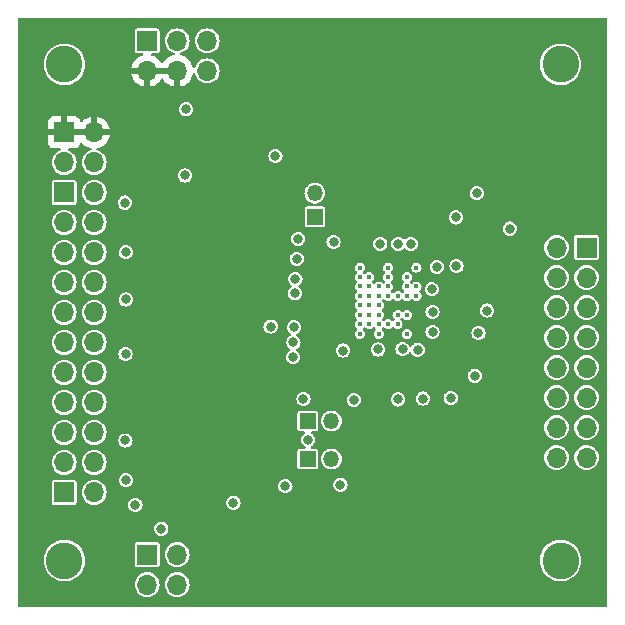
<source format=gbr>
%TF.GenerationSoftware,KiCad,Pcbnew,(7.0.0)*%
%TF.CreationDate,2023-04-27T19:26:51+01:00*%
%TF.ProjectId,OpenBCI_ESP32_ADS1298,4f70656e-4243-4495-9f45-535033325f41,rev?*%
%TF.SameCoordinates,Original*%
%TF.FileFunction,Copper,L4,Inr*%
%TF.FilePolarity,Positive*%
%FSLAX46Y46*%
G04 Gerber Fmt 4.6, Leading zero omitted, Abs format (unit mm)*
G04 Created by KiCad (PCBNEW (7.0.0)) date 2023-04-27 19:26:51*
%MOMM*%
%LPD*%
G01*
G04 APERTURE LIST*
%TA.AperFunction,ComponentPad*%
%ADD10R,1.700000X1.700000*%
%TD*%
%TA.AperFunction,ComponentPad*%
%ADD11O,1.700000X1.700000*%
%TD*%
%TA.AperFunction,ComponentPad*%
%ADD12C,3.100000*%
%TD*%
%TA.AperFunction,ComponentPad*%
%ADD13R,1.350000X1.350000*%
%TD*%
%TA.AperFunction,ComponentPad*%
%ADD14O,1.350000X1.350000*%
%TD*%
%TA.AperFunction,ViaPad*%
%ADD15C,0.800000*%
%TD*%
%TA.AperFunction,ViaPad*%
%ADD16C,0.450000*%
%TD*%
G04 APERTURE END LIST*
D10*
%TO.N,+2V5*%
%TO.C,J1*%
X103969999Y-59749999D03*
D11*
X106509999Y-59749999D03*
%TO.N,GND*%
X103969999Y-62289999D03*
X106509999Y-62289999D03*
D10*
%TO.N,/Analog_Input/BIAS*%
X103969999Y-64829999D03*
D11*
X106509999Y-64829999D03*
%TO.N,/Analog_Input/8N*%
X103969999Y-67369999D03*
%TO.N,/Analog_Input/8P*%
X106509999Y-67369999D03*
%TO.N,/Analog_Input/7N*%
X103969999Y-69909999D03*
%TO.N,/Analog_Input/7P*%
X106509999Y-69909999D03*
%TO.N,/Analog_Input/6N*%
X103969999Y-72449999D03*
%TO.N,/Analog_Input/6P*%
X106509999Y-72449999D03*
%TO.N,/Analog_Input/5N*%
X103969999Y-74989999D03*
%TO.N,/Analog_Input/5P*%
X106509999Y-74989999D03*
%TO.N,/Analog_Input/4N*%
X103969999Y-77529999D03*
%TO.N,/Analog_Input/4P*%
X106509999Y-77529999D03*
%TO.N,/Analog_Input/3N*%
X103969999Y-80069999D03*
%TO.N,/Analog_Input/3P*%
X106509999Y-80069999D03*
%TO.N,/Analog_Input/2N*%
X103969999Y-82609999D03*
%TO.N,/Analog_Input/2P*%
X106509999Y-82609999D03*
%TO.N,/Analog_Input/1N*%
X103969999Y-85149999D03*
%TO.N,/Analog_Input/1P*%
X106509999Y-85149999D03*
%TO.N,/Analog_Input/WCT_OUT*%
X103969999Y-87689999D03*
X106509999Y-87689999D03*
D10*
%TO.N,-2V5*%
X103969999Y-90229999D03*
D11*
X106509999Y-90229999D03*
%TD*%
D10*
%TO.N,+3.3V*%
%TO.C,J2*%
X148199999Y-69499999D03*
D11*
X145659999Y-69499999D03*
%TO.N,/ADS1298/DRDY2*%
X148199999Y-72039999D03*
%TO.N,/ADS1298/DRDY1*%
X145659999Y-72039999D03*
%TO.N,unconnected-(J2-Pin_5-Pad5)*%
X148199999Y-74579999D03*
%TO.N,/ADS1298/DOUT*%
X145659999Y-74579999D03*
%TO.N,unconnected-(J2-Pin_7-Pad7)*%
X148199999Y-77119999D03*
%TO.N,/ADS1298/SCLK*%
X145659999Y-77119999D03*
%TO.N,/ADS1298/CS2*%
X148199999Y-79659999D03*
%TO.N,/ADS1298/CS1*%
X145659999Y-79659999D03*
%TO.N,/ADS1298/RESET*%
X148199999Y-82199999D03*
%TO.N,/ADS1298/CLK*%
X145659999Y-82199999D03*
%TO.N,unconnected-(J2-Pin_13-Pad13)*%
X148199999Y-84739999D03*
%TO.N,/ADS1298/DIN*%
X145659999Y-84739999D03*
%TO.N,GND*%
X148199999Y-87279999D03*
X145659999Y-87279999D03*
%TD*%
D10*
%TO.N,GND*%
%TO.C,J3*%
X110999999Y-51999999D03*
D11*
%TO.N,+2V5*%
X110999999Y-54539999D03*
%TO.N,GND*%
X113539999Y-51999999D03*
%TO.N,+2V5*%
X113539999Y-54539999D03*
%TO.N,GND*%
X116079999Y-51999999D03*
%TO.N,/ADS1298/RL_OUT*%
X116079999Y-54539999D03*
%TD*%
D10*
%TO.N,GND*%
%TO.C,J4*%
X110999999Y-95499999D03*
D11*
%TO.N,-2V5*%
X110999999Y-98039999D03*
%TO.N,GND*%
X113539999Y-95499999D03*
%TO.N,-2V5*%
X113539999Y-98039999D03*
%TD*%
D12*
%TO.N,GND*%
%TO.C,H1*%
X104000000Y-54000000D03*
%TD*%
%TO.N,GND*%
%TO.C,H2*%
X104000000Y-96000000D03*
%TD*%
%TO.N,GND*%
%TO.C,H3*%
X146000000Y-54000000D03*
%TD*%
%TO.N,GND*%
%TO.C,H4*%
X146000000Y-96000000D03*
%TD*%
D13*
%TO.N,Net-(J5-Pin_1)*%
%TO.C,J5*%
X124599999Y-84199999D03*
D14*
%TO.N,Net-(J5-Pin_2)*%
X126599999Y-84199999D03*
%TD*%
D13*
%TO.N,Net-(J6-Pin_1)*%
%TO.C,J6*%
X124599999Y-87399999D03*
D14*
%TO.N,Net-(J6-Pin_2)*%
X126599999Y-87399999D03*
%TD*%
D13*
%TO.N,Net-(J7-Pin_1)*%
%TO.C,J7*%
X125199999Y-66899999D03*
D14*
%TO.N,GND*%
X125199999Y-64899999D03*
%TD*%
D15*
%TO.N,GND*%
X124230000Y-82320000D03*
X134360000Y-82290000D03*
X127360000Y-89580000D03*
X109200000Y-69900000D03*
X138730000Y-80350000D03*
X132620000Y-78090000D03*
X114200000Y-63400000D03*
X114300000Y-57800000D03*
X137130000Y-66950000D03*
X124640000Y-85790000D03*
X110000000Y-91300000D03*
D16*
X133000000Y-72800000D03*
D15*
X112200000Y-93300000D03*
X109200000Y-73900000D03*
X137190000Y-71060000D03*
X118300000Y-91100000D03*
X138900000Y-64900000D03*
D16*
X132200000Y-75200000D03*
X133000000Y-73600000D03*
D15*
X109100000Y-65700000D03*
X130550000Y-78130000D03*
X109157667Y-85834189D03*
X109166432Y-78535681D03*
D16*
X133000000Y-76810000D03*
X130600000Y-74400000D03*
%TO.N,-2V5*%
X131400000Y-71200000D03*
X130600000Y-76800000D03*
X131400000Y-72000000D03*
D15*
X109200000Y-89200000D03*
X133310000Y-69190000D03*
X136700000Y-82240000D03*
D16*
X131400000Y-72800000D03*
D15*
X130740000Y-69180000D03*
X133900000Y-78150000D03*
D16*
X130600000Y-73600000D03*
X131400000Y-73600000D03*
D15*
X132240000Y-82360000D03*
D16*
X133800000Y-71200000D03*
D15*
X128490000Y-82400000D03*
D16*
%TO.N,+2V5*%
X132200000Y-72800000D03*
X130600000Y-72000000D03*
X132200000Y-72000000D03*
X130600000Y-71200000D03*
D15*
X134440000Y-69130000D03*
X129290000Y-69200000D03*
D16*
X132200000Y-71200000D03*
X133000000Y-71200000D03*
%TO.N,/ADS1298/IN1N*%
X129000000Y-76800000D03*
D15*
X123360000Y-78780000D03*
D16*
%TO.N,/ADS1298/IN2N*%
X129000000Y-76000000D03*
D15*
X123380000Y-77540000D03*
%TO.N,/ADS1298/IN3N*%
X123420000Y-76260000D03*
D16*
X129000000Y-75200000D03*
D15*
%TO.N,/ADS1298/IN4N*%
X121450000Y-76190000D03*
D16*
X129000000Y-74400000D03*
D15*
%TO.N,/ADS1298/IN5N*%
X123490000Y-73380000D03*
D16*
X129000000Y-73600000D03*
%TO.N,/ADS1298/IN6N*%
X129000000Y-72800000D03*
D15*
X123550000Y-72190000D03*
D16*
%TO.N,/ADS1298/IN7N*%
X129000000Y-72000000D03*
D15*
X123660000Y-70450000D03*
%TO.N,/ADS1298/IN8N*%
X123790000Y-68760000D03*
D16*
X129000000Y-71200000D03*
D15*
%TO.N,Net-(U7-VCAP3)*%
X132260000Y-69190000D03*
D16*
X133000000Y-72000000D03*
%TO.N,Net-(U7-VCAP4)*%
X129800000Y-76000000D03*
D15*
X127580000Y-78220000D03*
D16*
%TO.N,+3.3V*%
X133800000Y-72800000D03*
D15*
X135160000Y-74940000D03*
X135160000Y-76640000D03*
D16*
X133800000Y-73600000D03*
D15*
X135520000Y-71140000D03*
D16*
X131400000Y-76000000D03*
D15*
X141700000Y-67900000D03*
D16*
%TO.N,/ADS1298/RESET*%
X132200000Y-76000000D03*
D15*
X139050000Y-76760000D03*
%TO.N,/ADS1298/CS*%
X139780000Y-74840000D03*
D16*
X133000000Y-75200000D03*
D15*
%TO.N,/ADS1298/DRDY*%
X135100000Y-73030000D03*
D16*
X132200000Y-73600000D03*
%TO.N,Net-(J5-Pin_1)*%
X129800000Y-74400000D03*
%TO.N,Net-(J5-Pin_2)*%
X129800000Y-75200000D03*
%TO.N,Net-(J6-Pin_1)*%
X130600000Y-75199998D03*
%TO.N,Net-(J6-Pin_2)*%
X130600000Y-76000000D03*
D15*
%TO.N,/ADS1298/WCT*%
X122700000Y-89700000D03*
D16*
X129800000Y-73600000D03*
%TO.N,Net-(J7-Pin_1)*%
X130600000Y-72800000D03*
D15*
%TO.N,Net-(U7-RLDOUT)*%
X126780000Y-69040000D03*
D16*
X129800000Y-72000000D03*
D15*
%TO.N,Net-(U7-RLDINV)*%
X121860000Y-61760000D03*
D16*
X129800000Y-72800000D03*
%TD*%
%TA.AperFunction,Conductor*%
%TO.N,+2V5*%
G36*
X149925000Y-50038763D02*
G01*
X149961237Y-50075000D01*
X149974500Y-50124500D01*
X149974500Y-99875500D01*
X149961237Y-99925000D01*
X149925000Y-99961237D01*
X149875500Y-99974500D01*
X100124500Y-99974500D01*
X100075000Y-99961237D01*
X100038763Y-99925000D01*
X100025500Y-99875500D01*
X100025500Y-98040000D01*
X109944417Y-98040000D01*
X109964700Y-98245934D01*
X110024768Y-98443954D01*
X110027062Y-98448246D01*
X110027063Y-98448248D01*
X110120023Y-98622163D01*
X110120025Y-98622166D01*
X110122315Y-98626450D01*
X110253590Y-98786410D01*
X110413550Y-98917685D01*
X110596046Y-99015232D01*
X110794066Y-99075300D01*
X111000000Y-99095583D01*
X111205934Y-99075300D01*
X111403954Y-99015232D01*
X111586450Y-98917685D01*
X111746410Y-98786410D01*
X111877685Y-98626450D01*
X111975232Y-98443954D01*
X112035300Y-98245934D01*
X112055583Y-98040000D01*
X112484417Y-98040000D01*
X112504700Y-98245934D01*
X112564768Y-98443954D01*
X112567062Y-98448246D01*
X112567063Y-98448248D01*
X112660023Y-98622163D01*
X112660025Y-98622166D01*
X112662315Y-98626450D01*
X112793590Y-98786410D01*
X112953550Y-98917685D01*
X113136046Y-99015232D01*
X113334066Y-99075300D01*
X113540000Y-99095583D01*
X113745934Y-99075300D01*
X113943954Y-99015232D01*
X114126450Y-98917685D01*
X114286410Y-98786410D01*
X114417685Y-98626450D01*
X114515232Y-98443954D01*
X114575300Y-98245934D01*
X114595583Y-98040000D01*
X114575300Y-97834066D01*
X114515232Y-97636046D01*
X114417685Y-97453550D01*
X114286410Y-97293590D01*
X114126450Y-97162315D01*
X114122166Y-97160025D01*
X114122163Y-97160023D01*
X113948248Y-97067063D01*
X113948246Y-97067062D01*
X113943954Y-97064768D01*
X113939293Y-97063354D01*
X113750590Y-97006112D01*
X113750586Y-97006111D01*
X113745934Y-97004700D01*
X113540000Y-96984417D01*
X113535157Y-96984894D01*
X113338908Y-97004223D01*
X113338907Y-97004223D01*
X113334066Y-97004700D01*
X113329415Y-97006110D01*
X113329409Y-97006112D01*
X113140706Y-97063354D01*
X113140702Y-97063355D01*
X113136046Y-97064768D01*
X113131757Y-97067060D01*
X113131751Y-97067063D01*
X112957836Y-97160023D01*
X112957828Y-97160028D01*
X112953550Y-97162315D01*
X112949796Y-97165394D01*
X112949791Y-97165399D01*
X112797354Y-97290500D01*
X112797348Y-97290505D01*
X112793590Y-97293590D01*
X112790505Y-97297348D01*
X112790500Y-97297354D01*
X112665399Y-97449791D01*
X112665394Y-97449796D01*
X112662315Y-97453550D01*
X112660028Y-97457828D01*
X112660023Y-97457836D01*
X112567063Y-97631751D01*
X112567060Y-97631757D01*
X112564768Y-97636046D01*
X112563355Y-97640702D01*
X112563354Y-97640706D01*
X112506112Y-97829409D01*
X112506110Y-97829415D01*
X112504700Y-97834066D01*
X112484417Y-98040000D01*
X112055583Y-98040000D01*
X112035300Y-97834066D01*
X111975232Y-97636046D01*
X111877685Y-97453550D01*
X111746410Y-97293590D01*
X111586450Y-97162315D01*
X111582166Y-97160025D01*
X111582163Y-97160023D01*
X111408248Y-97067063D01*
X111408246Y-97067062D01*
X111403954Y-97064768D01*
X111399293Y-97063354D01*
X111210590Y-97006112D01*
X111210586Y-97006111D01*
X111205934Y-97004700D01*
X111000000Y-96984417D01*
X110995157Y-96984894D01*
X110798908Y-97004223D01*
X110798907Y-97004223D01*
X110794066Y-97004700D01*
X110789415Y-97006110D01*
X110789409Y-97006112D01*
X110600706Y-97063354D01*
X110600702Y-97063355D01*
X110596046Y-97064768D01*
X110591757Y-97067060D01*
X110591751Y-97067063D01*
X110417836Y-97160023D01*
X110417828Y-97160028D01*
X110413550Y-97162315D01*
X110409796Y-97165394D01*
X110409791Y-97165399D01*
X110257354Y-97290500D01*
X110257348Y-97290505D01*
X110253590Y-97293590D01*
X110250505Y-97297348D01*
X110250500Y-97297354D01*
X110125399Y-97449791D01*
X110125394Y-97449796D01*
X110122315Y-97453550D01*
X110120028Y-97457828D01*
X110120023Y-97457836D01*
X110027063Y-97631751D01*
X110027060Y-97631757D01*
X110024768Y-97636046D01*
X110023355Y-97640702D01*
X110023354Y-97640706D01*
X109966112Y-97829409D01*
X109966110Y-97829415D01*
X109964700Y-97834066D01*
X109944417Y-98040000D01*
X100025500Y-98040000D01*
X100025500Y-96000000D01*
X102244592Y-96000000D01*
X102244869Y-96003696D01*
X102263920Y-96257931D01*
X102263921Y-96257941D01*
X102264198Y-96261630D01*
X102265020Y-96265234D01*
X102265022Y-96265243D01*
X102313274Y-96476645D01*
X102322580Y-96517416D01*
X102323926Y-96520846D01*
X102323929Y-96520855D01*
X102417079Y-96758197D01*
X102417081Y-96758203D01*
X102418432Y-96761643D01*
X102420283Y-96764849D01*
X102547050Y-96984417D01*
X102549614Y-96988857D01*
X102713195Y-97193981D01*
X102905521Y-97372433D01*
X103122296Y-97520228D01*
X103358677Y-97634063D01*
X103362207Y-97635151D01*
X103362210Y-97635153D01*
X103380213Y-97640706D01*
X103609385Y-97711396D01*
X103613051Y-97711948D01*
X103613053Y-97711949D01*
X103658416Y-97718786D01*
X103868818Y-97750500D01*
X104127477Y-97750500D01*
X104131182Y-97750500D01*
X104390615Y-97711396D01*
X104641323Y-97634063D01*
X104877704Y-97520228D01*
X105094479Y-97372433D01*
X105286805Y-97193981D01*
X105450386Y-96988857D01*
X105581568Y-96761643D01*
X105677420Y-96517416D01*
X105711125Y-96369748D01*
X109949500Y-96369748D01*
X109950446Y-96374506D01*
X109950447Y-96374511D01*
X109951534Y-96379976D01*
X109961133Y-96428231D01*
X109966550Y-96436338D01*
X109966551Y-96436340D01*
X110000028Y-96486441D01*
X110005448Y-96494552D01*
X110071769Y-96538867D01*
X110130252Y-96550500D01*
X111864890Y-96550500D01*
X111869748Y-96550500D01*
X111928231Y-96538867D01*
X111994552Y-96494552D01*
X112038867Y-96428231D01*
X112050500Y-96369748D01*
X112050500Y-95500000D01*
X112484417Y-95500000D01*
X112504700Y-95705934D01*
X112564768Y-95903954D01*
X112567062Y-95908246D01*
X112567063Y-95908248D01*
X112660023Y-96082163D01*
X112660025Y-96082166D01*
X112662315Y-96086450D01*
X112793590Y-96246410D01*
X112953550Y-96377685D01*
X113136046Y-96475232D01*
X113334066Y-96535300D01*
X113540000Y-96555583D01*
X113745934Y-96535300D01*
X113943954Y-96475232D01*
X114126450Y-96377685D01*
X114286410Y-96246410D01*
X114417685Y-96086450D01*
X114463894Y-96000000D01*
X144244592Y-96000000D01*
X144244869Y-96003696D01*
X144263920Y-96257931D01*
X144263921Y-96257941D01*
X144264198Y-96261630D01*
X144265020Y-96265234D01*
X144265022Y-96265243D01*
X144313274Y-96476645D01*
X144322580Y-96517416D01*
X144323926Y-96520846D01*
X144323929Y-96520855D01*
X144417079Y-96758197D01*
X144417081Y-96758203D01*
X144418432Y-96761643D01*
X144420283Y-96764849D01*
X144547050Y-96984417D01*
X144549614Y-96988857D01*
X144713195Y-97193981D01*
X144905521Y-97372433D01*
X145122296Y-97520228D01*
X145358677Y-97634063D01*
X145362207Y-97635151D01*
X145362210Y-97635153D01*
X145380213Y-97640706D01*
X145609385Y-97711396D01*
X145613051Y-97711948D01*
X145613053Y-97711949D01*
X145658416Y-97718786D01*
X145868818Y-97750500D01*
X146127477Y-97750500D01*
X146131182Y-97750500D01*
X146390615Y-97711396D01*
X146641323Y-97634063D01*
X146877704Y-97520228D01*
X147094479Y-97372433D01*
X147286805Y-97193981D01*
X147450386Y-96988857D01*
X147581568Y-96761643D01*
X147677420Y-96517416D01*
X147735802Y-96261630D01*
X147755408Y-96000000D01*
X147735802Y-95738370D01*
X147677420Y-95482584D01*
X147581568Y-95238357D01*
X147450386Y-95011143D01*
X147286805Y-94806019D01*
X147094479Y-94627567D01*
X147091420Y-94625481D01*
X147091417Y-94625479D01*
X146880762Y-94481857D01*
X146877704Y-94479772D01*
X146874369Y-94478166D01*
X146874364Y-94478163D01*
X146644657Y-94367542D01*
X146644650Y-94367539D01*
X146641323Y-94365937D01*
X146637799Y-94364850D01*
X146637789Y-94364846D01*
X146394156Y-94289696D01*
X146394152Y-94289695D01*
X146390615Y-94288604D01*
X146386958Y-94288052D01*
X146386946Y-94288050D01*
X146134846Y-94250052D01*
X146134842Y-94250051D01*
X146131182Y-94249500D01*
X145868818Y-94249500D01*
X145865158Y-94250051D01*
X145865153Y-94250052D01*
X145613053Y-94288050D01*
X145613038Y-94288053D01*
X145609385Y-94288604D01*
X145605849Y-94289694D01*
X145605843Y-94289696D01*
X145362210Y-94364846D01*
X145362195Y-94364851D01*
X145358677Y-94365937D01*
X145355353Y-94367537D01*
X145355342Y-94367542D01*
X145125635Y-94478163D01*
X145125624Y-94478169D01*
X145122296Y-94479772D01*
X145119242Y-94481853D01*
X145119237Y-94481857D01*
X144908582Y-94625479D01*
X144908573Y-94625486D01*
X144905521Y-94627567D01*
X144902807Y-94630085D01*
X144902801Y-94630090D01*
X144715909Y-94803500D01*
X144715903Y-94803505D01*
X144713195Y-94806019D01*
X144710893Y-94808905D01*
X144710887Y-94808912D01*
X144551922Y-95008248D01*
X144551917Y-95008253D01*
X144549614Y-95011143D01*
X144547768Y-95014338D01*
X144547764Y-95014346D01*
X144420283Y-95235150D01*
X144420280Y-95235155D01*
X144418432Y-95238357D01*
X144417084Y-95241791D01*
X144417079Y-95241802D01*
X144323929Y-95479144D01*
X144323924Y-95479157D01*
X144322580Y-95482584D01*
X144321758Y-95486182D01*
X144321757Y-95486188D01*
X144265022Y-95734756D01*
X144265020Y-95734767D01*
X144264198Y-95738370D01*
X144263921Y-95742056D01*
X144263920Y-95742068D01*
X144245488Y-95988038D01*
X144244592Y-96000000D01*
X114463894Y-96000000D01*
X114515232Y-95903954D01*
X114575300Y-95705934D01*
X114595583Y-95500000D01*
X114575300Y-95294066D01*
X114515232Y-95096046D01*
X114417685Y-94913550D01*
X114286410Y-94753590D01*
X114126450Y-94622315D01*
X114122166Y-94620025D01*
X114122163Y-94620023D01*
X113948248Y-94527063D01*
X113948246Y-94527062D01*
X113943954Y-94524768D01*
X113939293Y-94523354D01*
X113750590Y-94466112D01*
X113750586Y-94466111D01*
X113745934Y-94464700D01*
X113540000Y-94444417D01*
X113535157Y-94444894D01*
X113338908Y-94464223D01*
X113338907Y-94464223D01*
X113334066Y-94464700D01*
X113329415Y-94466110D01*
X113329409Y-94466112D01*
X113140706Y-94523354D01*
X113140702Y-94523355D01*
X113136046Y-94524768D01*
X113131757Y-94527060D01*
X113131751Y-94527063D01*
X112957836Y-94620023D01*
X112957828Y-94620028D01*
X112953550Y-94622315D01*
X112949796Y-94625394D01*
X112949791Y-94625399D01*
X112797354Y-94750500D01*
X112797348Y-94750505D01*
X112793590Y-94753590D01*
X112790505Y-94757348D01*
X112790500Y-94757354D01*
X112665399Y-94909791D01*
X112665394Y-94909796D01*
X112662315Y-94913550D01*
X112660028Y-94917828D01*
X112660023Y-94917836D01*
X112567063Y-95091751D01*
X112567060Y-95091757D01*
X112564768Y-95096046D01*
X112563355Y-95100702D01*
X112563354Y-95100706D01*
X112506112Y-95289409D01*
X112506110Y-95289415D01*
X112504700Y-95294066D01*
X112484417Y-95500000D01*
X112050500Y-95500000D01*
X112050500Y-94630252D01*
X112038867Y-94571769D01*
X111994552Y-94505448D01*
X111986441Y-94500028D01*
X111936340Y-94466551D01*
X111936338Y-94466550D01*
X111928231Y-94461133D01*
X111918667Y-94459230D01*
X111918666Y-94459230D01*
X111874511Y-94450447D01*
X111874506Y-94450446D01*
X111869748Y-94449500D01*
X110130252Y-94449500D01*
X110125494Y-94450446D01*
X110125488Y-94450447D01*
X110081333Y-94459230D01*
X110081330Y-94459231D01*
X110071769Y-94461133D01*
X110063663Y-94466549D01*
X110063659Y-94466551D01*
X110013558Y-94500028D01*
X110013555Y-94500030D01*
X110005448Y-94505448D01*
X110000030Y-94513555D01*
X110000028Y-94513558D01*
X109966551Y-94563659D01*
X109966549Y-94563663D01*
X109961133Y-94571769D01*
X109959231Y-94581330D01*
X109959230Y-94581333D01*
X109950447Y-94625488D01*
X109950446Y-94625494D01*
X109949500Y-94630252D01*
X109949500Y-96369748D01*
X105711125Y-96369748D01*
X105735802Y-96261630D01*
X105755408Y-96000000D01*
X105735802Y-95738370D01*
X105677420Y-95482584D01*
X105581568Y-95238357D01*
X105450386Y-95011143D01*
X105286805Y-94806019D01*
X105094479Y-94627567D01*
X105091420Y-94625481D01*
X105091417Y-94625479D01*
X104880762Y-94481857D01*
X104877704Y-94479772D01*
X104874369Y-94478166D01*
X104874364Y-94478163D01*
X104644657Y-94367542D01*
X104644650Y-94367539D01*
X104641323Y-94365937D01*
X104637799Y-94364850D01*
X104637789Y-94364846D01*
X104394156Y-94289696D01*
X104394152Y-94289695D01*
X104390615Y-94288604D01*
X104386958Y-94288052D01*
X104386946Y-94288050D01*
X104134846Y-94250052D01*
X104134842Y-94250051D01*
X104131182Y-94249500D01*
X103868818Y-94249500D01*
X103865158Y-94250051D01*
X103865153Y-94250052D01*
X103613053Y-94288050D01*
X103613038Y-94288053D01*
X103609385Y-94288604D01*
X103605849Y-94289694D01*
X103605843Y-94289696D01*
X103362210Y-94364846D01*
X103362195Y-94364851D01*
X103358677Y-94365937D01*
X103355353Y-94367537D01*
X103355342Y-94367542D01*
X103125635Y-94478163D01*
X103125624Y-94478169D01*
X103122296Y-94479772D01*
X103119242Y-94481853D01*
X103119237Y-94481857D01*
X102908582Y-94625479D01*
X102908573Y-94625486D01*
X102905521Y-94627567D01*
X102902807Y-94630085D01*
X102902801Y-94630090D01*
X102715909Y-94803500D01*
X102715903Y-94803505D01*
X102713195Y-94806019D01*
X102710893Y-94808905D01*
X102710887Y-94808912D01*
X102551922Y-95008248D01*
X102551917Y-95008253D01*
X102549614Y-95011143D01*
X102547768Y-95014338D01*
X102547764Y-95014346D01*
X102420283Y-95235150D01*
X102420280Y-95235155D01*
X102418432Y-95238357D01*
X102417084Y-95241791D01*
X102417079Y-95241802D01*
X102323929Y-95479144D01*
X102323924Y-95479157D01*
X102322580Y-95482584D01*
X102321758Y-95486182D01*
X102321757Y-95486188D01*
X102265022Y-95734756D01*
X102265020Y-95734767D01*
X102264198Y-95738370D01*
X102263921Y-95742056D01*
X102263920Y-95742068D01*
X102245488Y-95988038D01*
X102244592Y-96000000D01*
X100025500Y-96000000D01*
X100025500Y-93300000D01*
X111594318Y-93300000D01*
X111595165Y-93306434D01*
X111614108Y-93450326D01*
X111614109Y-93450331D01*
X111614956Y-93456762D01*
X111675464Y-93602841D01*
X111771718Y-93728282D01*
X111897159Y-93824536D01*
X112043238Y-93885044D01*
X112200000Y-93905682D01*
X112356762Y-93885044D01*
X112502841Y-93824536D01*
X112628282Y-93728282D01*
X112724536Y-93602841D01*
X112785044Y-93456762D01*
X112805682Y-93300000D01*
X112785044Y-93143238D01*
X112724536Y-92997159D01*
X112628282Y-92871718D01*
X112502841Y-92775464D01*
X112496847Y-92772981D01*
X112496845Y-92772980D01*
X112362759Y-92717440D01*
X112362758Y-92717439D01*
X112356762Y-92714956D01*
X112350331Y-92714109D01*
X112350326Y-92714108D01*
X112206434Y-92695165D01*
X112200000Y-92694318D01*
X112193566Y-92695165D01*
X112049673Y-92714108D01*
X112049666Y-92714109D01*
X112043238Y-92714956D01*
X112037243Y-92717439D01*
X112037240Y-92717440D01*
X111903154Y-92772980D01*
X111903149Y-92772982D01*
X111897159Y-92775464D01*
X111892015Y-92779411D01*
X111892010Y-92779414D01*
X111776871Y-92867763D01*
X111776866Y-92867767D01*
X111771718Y-92871718D01*
X111767767Y-92876866D01*
X111767763Y-92876871D01*
X111679414Y-92992010D01*
X111679411Y-92992015D01*
X111675464Y-92997159D01*
X111672982Y-93003149D01*
X111672980Y-93003154D01*
X111617440Y-93137240D01*
X111614956Y-93143238D01*
X111614109Y-93149666D01*
X111614108Y-93149673D01*
X111595165Y-93293566D01*
X111594318Y-93300000D01*
X100025500Y-93300000D01*
X100025500Y-91300000D01*
X109394318Y-91300000D01*
X109395165Y-91306434D01*
X109414108Y-91450326D01*
X109414109Y-91450331D01*
X109414956Y-91456762D01*
X109417439Y-91462758D01*
X109417440Y-91462759D01*
X109444580Y-91528282D01*
X109475464Y-91602841D01*
X109479413Y-91607988D01*
X109479414Y-91607989D01*
X109553726Y-91704835D01*
X109571718Y-91728282D01*
X109697159Y-91824536D01*
X109843238Y-91885044D01*
X110000000Y-91905682D01*
X110156762Y-91885044D01*
X110302841Y-91824536D01*
X110428282Y-91728282D01*
X110524536Y-91602841D01*
X110585044Y-91456762D01*
X110605682Y-91300000D01*
X110585044Y-91143238D01*
X110567134Y-91100000D01*
X117694318Y-91100000D01*
X117695165Y-91106434D01*
X117714108Y-91250326D01*
X117714109Y-91250331D01*
X117714956Y-91256762D01*
X117775464Y-91402841D01*
X117779413Y-91407988D01*
X117779414Y-91407989D01*
X117821440Y-91462759D01*
X117871718Y-91528282D01*
X117997159Y-91624536D01*
X118143238Y-91685044D01*
X118300000Y-91705682D01*
X118456762Y-91685044D01*
X118602841Y-91624536D01*
X118728282Y-91528282D01*
X118824536Y-91402841D01*
X118885044Y-91256762D01*
X118905682Y-91100000D01*
X118885044Y-90943238D01*
X118824536Y-90797159D01*
X118728282Y-90671718D01*
X118602841Y-90575464D01*
X118596847Y-90572981D01*
X118596845Y-90572980D01*
X118462759Y-90517440D01*
X118462758Y-90517439D01*
X118456762Y-90514956D01*
X118450331Y-90514109D01*
X118450326Y-90514108D01*
X118306434Y-90495165D01*
X118300000Y-90494318D01*
X118293566Y-90495165D01*
X118149673Y-90514108D01*
X118149666Y-90514109D01*
X118143238Y-90514956D01*
X118137243Y-90517439D01*
X118137240Y-90517440D01*
X118003154Y-90572980D01*
X118003149Y-90572982D01*
X117997159Y-90575464D01*
X117992015Y-90579411D01*
X117992010Y-90579414D01*
X117876871Y-90667763D01*
X117876866Y-90667767D01*
X117871718Y-90671718D01*
X117867767Y-90676866D01*
X117867763Y-90676871D01*
X117779414Y-90792010D01*
X117779411Y-90792015D01*
X117775464Y-90797159D01*
X117772982Y-90803149D01*
X117772980Y-90803154D01*
X117742446Y-90876871D01*
X117714956Y-90943238D01*
X117714109Y-90949666D01*
X117714108Y-90949673D01*
X117695165Y-91093566D01*
X117694318Y-91100000D01*
X110567134Y-91100000D01*
X110524536Y-90997159D01*
X110428282Y-90871718D01*
X110338927Y-90803154D01*
X110307989Y-90779414D01*
X110307988Y-90779413D01*
X110302841Y-90775464D01*
X110296847Y-90772981D01*
X110296845Y-90772980D01*
X110162759Y-90717440D01*
X110162758Y-90717439D01*
X110156762Y-90714956D01*
X110150331Y-90714109D01*
X110150326Y-90714108D01*
X110006434Y-90695165D01*
X110000000Y-90694318D01*
X109993566Y-90695165D01*
X109849673Y-90714108D01*
X109849666Y-90714109D01*
X109843238Y-90714956D01*
X109837243Y-90717439D01*
X109837240Y-90717440D01*
X109703154Y-90772980D01*
X109703149Y-90772982D01*
X109697159Y-90775464D01*
X109692015Y-90779411D01*
X109692010Y-90779414D01*
X109576871Y-90867763D01*
X109576866Y-90867767D01*
X109571718Y-90871718D01*
X109567767Y-90876866D01*
X109567763Y-90876871D01*
X109479414Y-90992010D01*
X109479411Y-90992015D01*
X109475464Y-90997159D01*
X109472982Y-91003149D01*
X109472980Y-91003154D01*
X109417440Y-91137240D01*
X109414956Y-91143238D01*
X109414109Y-91149666D01*
X109414108Y-91149673D01*
X109398417Y-91268867D01*
X109394318Y-91300000D01*
X100025500Y-91300000D01*
X100025500Y-91099748D01*
X102919500Y-91099748D01*
X102920446Y-91104506D01*
X102920447Y-91104511D01*
X102929230Y-91148666D01*
X102931133Y-91158231D01*
X102936550Y-91166338D01*
X102936551Y-91166340D01*
X102970028Y-91216441D01*
X102975448Y-91224552D01*
X103041769Y-91268867D01*
X103100252Y-91280500D01*
X104834890Y-91280500D01*
X104839748Y-91280500D01*
X104898231Y-91268867D01*
X104964552Y-91224552D01*
X105008867Y-91158231D01*
X105020500Y-91099748D01*
X105020500Y-90230000D01*
X105454417Y-90230000D01*
X105474700Y-90435934D01*
X105476111Y-90440586D01*
X105476112Y-90440590D01*
X105533354Y-90629293D01*
X105534768Y-90633954D01*
X105537062Y-90638246D01*
X105537063Y-90638248D01*
X105630023Y-90812163D01*
X105630025Y-90812166D01*
X105632315Y-90816450D01*
X105635398Y-90820207D01*
X105635399Y-90820208D01*
X105741647Y-90949673D01*
X105763590Y-90976410D01*
X105923550Y-91107685D01*
X106106046Y-91205232D01*
X106304066Y-91265300D01*
X106510000Y-91285583D01*
X106715934Y-91265300D01*
X106913954Y-91205232D01*
X107096450Y-91107685D01*
X107256410Y-90976410D01*
X107387685Y-90816450D01*
X107485232Y-90633954D01*
X107545300Y-90435934D01*
X107565583Y-90230000D01*
X107545300Y-90024066D01*
X107485232Y-89826046D01*
X107387685Y-89643550D01*
X107256410Y-89483590D01*
X107182870Y-89423238D01*
X107100208Y-89355399D01*
X107100207Y-89355398D01*
X107096450Y-89352315D01*
X107092166Y-89350025D01*
X107092163Y-89350023D01*
X106918248Y-89257063D01*
X106918246Y-89257062D01*
X106913954Y-89254768D01*
X106909293Y-89253354D01*
X106733407Y-89200000D01*
X108594318Y-89200000D01*
X108595165Y-89206434D01*
X108614108Y-89350326D01*
X108614109Y-89350331D01*
X108614956Y-89356762D01*
X108675464Y-89502841D01*
X108679413Y-89507988D01*
X108679414Y-89507989D01*
X108706461Y-89543238D01*
X108771718Y-89628282D01*
X108897159Y-89724536D01*
X109043238Y-89785044D01*
X109200000Y-89805682D01*
X109356762Y-89785044D01*
X109502841Y-89724536D01*
X109534817Y-89700000D01*
X122094318Y-89700000D01*
X122095165Y-89706434D01*
X122114108Y-89850326D01*
X122114109Y-89850331D01*
X122114956Y-89856762D01*
X122175464Y-90002841D01*
X122271718Y-90128282D01*
X122397159Y-90224536D01*
X122543238Y-90285044D01*
X122700000Y-90305682D01*
X122856762Y-90285044D01*
X123002841Y-90224536D01*
X123128282Y-90128282D01*
X123224536Y-90002841D01*
X123285044Y-89856762D01*
X123305682Y-89700000D01*
X123289884Y-89580000D01*
X126754318Y-89580000D01*
X126755165Y-89586434D01*
X126774108Y-89730326D01*
X126774109Y-89730331D01*
X126774956Y-89736762D01*
X126777439Y-89742758D01*
X126777440Y-89742759D01*
X126827145Y-89862759D01*
X126835464Y-89882841D01*
X126931718Y-90008282D01*
X127057159Y-90104536D01*
X127203238Y-90165044D01*
X127360000Y-90185682D01*
X127516762Y-90165044D01*
X127662841Y-90104536D01*
X127788282Y-90008282D01*
X127884536Y-89882841D01*
X127945044Y-89736762D01*
X127965682Y-89580000D01*
X127945044Y-89423238D01*
X127884536Y-89277159D01*
X127788282Y-89151718D01*
X127714580Y-89095165D01*
X127667989Y-89059414D01*
X127667988Y-89059413D01*
X127662841Y-89055464D01*
X127656847Y-89052981D01*
X127656845Y-89052980D01*
X127522759Y-88997440D01*
X127522758Y-88997439D01*
X127516762Y-88994956D01*
X127510331Y-88994109D01*
X127510326Y-88994108D01*
X127366434Y-88975165D01*
X127360000Y-88974318D01*
X127353566Y-88975165D01*
X127209673Y-88994108D01*
X127209666Y-88994109D01*
X127203238Y-88994956D01*
X127197243Y-88997439D01*
X127197240Y-88997440D01*
X127063154Y-89052980D01*
X127063149Y-89052982D01*
X127057159Y-89055464D01*
X127052015Y-89059411D01*
X127052010Y-89059414D01*
X126936871Y-89147763D01*
X126936866Y-89147767D01*
X126931718Y-89151718D01*
X126927767Y-89156866D01*
X126927763Y-89156871D01*
X126839414Y-89272010D01*
X126839411Y-89272015D01*
X126835464Y-89277159D01*
X126832982Y-89283149D01*
X126832980Y-89283154D01*
X126800007Y-89362759D01*
X126774956Y-89423238D01*
X126774109Y-89429666D01*
X126774108Y-89429673D01*
X126755165Y-89573566D01*
X126754318Y-89580000D01*
X123289884Y-89580000D01*
X123285044Y-89543238D01*
X123224536Y-89397159D01*
X123128282Y-89271718D01*
X123106192Y-89254768D01*
X123007989Y-89179414D01*
X123007988Y-89179413D01*
X123002841Y-89175464D01*
X122996847Y-89172981D01*
X122996845Y-89172980D01*
X122862759Y-89117440D01*
X122862758Y-89117439D01*
X122856762Y-89114956D01*
X122850331Y-89114109D01*
X122850326Y-89114108D01*
X122706434Y-89095165D01*
X122700000Y-89094318D01*
X122693566Y-89095165D01*
X122549673Y-89114108D01*
X122549666Y-89114109D01*
X122543238Y-89114956D01*
X122537243Y-89117439D01*
X122537240Y-89117440D01*
X122403154Y-89172980D01*
X122403149Y-89172982D01*
X122397159Y-89175464D01*
X122392015Y-89179411D01*
X122392010Y-89179414D01*
X122276871Y-89267763D01*
X122276866Y-89267767D01*
X122271718Y-89271718D01*
X122267767Y-89276866D01*
X122267763Y-89276871D01*
X122179414Y-89392010D01*
X122179411Y-89392015D01*
X122175464Y-89397159D01*
X122172982Y-89403149D01*
X122172980Y-89403154D01*
X122117440Y-89537240D01*
X122114956Y-89543238D01*
X122114109Y-89549666D01*
X122114108Y-89549673D01*
X122101185Y-89647836D01*
X122094318Y-89700000D01*
X109534817Y-89700000D01*
X109628282Y-89628282D01*
X109724536Y-89502841D01*
X109785044Y-89356762D01*
X109805682Y-89200000D01*
X109785044Y-89043238D01*
X109724536Y-88897159D01*
X109628282Y-88771718D01*
X109593600Y-88745106D01*
X109507989Y-88679414D01*
X109507988Y-88679413D01*
X109502841Y-88675464D01*
X109496847Y-88672981D01*
X109496845Y-88672980D01*
X109362759Y-88617440D01*
X109362758Y-88617439D01*
X109356762Y-88614956D01*
X109350331Y-88614109D01*
X109350326Y-88614108D01*
X109206434Y-88595165D01*
X109200000Y-88594318D01*
X109193566Y-88595165D01*
X109049673Y-88614108D01*
X109049666Y-88614109D01*
X109043238Y-88614956D01*
X109037243Y-88617439D01*
X109037240Y-88617440D01*
X108903154Y-88672980D01*
X108903149Y-88672982D01*
X108897159Y-88675464D01*
X108892015Y-88679411D01*
X108892010Y-88679414D01*
X108776871Y-88767763D01*
X108776866Y-88767767D01*
X108771718Y-88771718D01*
X108767767Y-88776866D01*
X108767763Y-88776871D01*
X108679414Y-88892010D01*
X108679411Y-88892015D01*
X108675464Y-88897159D01*
X108672982Y-88903149D01*
X108672980Y-88903154D01*
X108635306Y-88994108D01*
X108614956Y-89043238D01*
X108614109Y-89049666D01*
X108614108Y-89049673D01*
X108605514Y-89114956D01*
X108594318Y-89200000D01*
X106733407Y-89200000D01*
X106720590Y-89196112D01*
X106720586Y-89196111D01*
X106715934Y-89194700D01*
X106510000Y-89174417D01*
X106505157Y-89174894D01*
X106308908Y-89194223D01*
X106308907Y-89194223D01*
X106304066Y-89194700D01*
X106299415Y-89196110D01*
X106299409Y-89196112D01*
X106110706Y-89253354D01*
X106110702Y-89253355D01*
X106106046Y-89254768D01*
X106101757Y-89257060D01*
X106101751Y-89257063D01*
X105927836Y-89350023D01*
X105927828Y-89350028D01*
X105923550Y-89352315D01*
X105919796Y-89355394D01*
X105919791Y-89355399D01*
X105767354Y-89480500D01*
X105767348Y-89480505D01*
X105763590Y-89483590D01*
X105760505Y-89487348D01*
X105760500Y-89487354D01*
X105635399Y-89639791D01*
X105635394Y-89639796D01*
X105632315Y-89643550D01*
X105630028Y-89647828D01*
X105630023Y-89647836D01*
X105537063Y-89821751D01*
X105537060Y-89821757D01*
X105534768Y-89826046D01*
X105533355Y-89830702D01*
X105533354Y-89830706D01*
X105476112Y-90019409D01*
X105476110Y-90019415D01*
X105474700Y-90024066D01*
X105454417Y-90230000D01*
X105020500Y-90230000D01*
X105020500Y-89360252D01*
X105008867Y-89301769D01*
X104964552Y-89235448D01*
X104956441Y-89230028D01*
X104906340Y-89196551D01*
X104906338Y-89196550D01*
X104898231Y-89191133D01*
X104888667Y-89189230D01*
X104888666Y-89189230D01*
X104844511Y-89180447D01*
X104844506Y-89180446D01*
X104839748Y-89179500D01*
X103100252Y-89179500D01*
X103095494Y-89180446D01*
X103095488Y-89180447D01*
X103051333Y-89189230D01*
X103051330Y-89189231D01*
X103041769Y-89191133D01*
X103033663Y-89196549D01*
X103033659Y-89196551D01*
X102983558Y-89230028D01*
X102983555Y-89230030D01*
X102975448Y-89235448D01*
X102970030Y-89243555D01*
X102970028Y-89243558D01*
X102936551Y-89293659D01*
X102936549Y-89293663D01*
X102931133Y-89301769D01*
X102929231Y-89311330D01*
X102929230Y-89311333D01*
X102920447Y-89355488D01*
X102920446Y-89355494D01*
X102919500Y-89360252D01*
X102919500Y-91099748D01*
X100025500Y-91099748D01*
X100025500Y-87690000D01*
X102914417Y-87690000D01*
X102934700Y-87895934D01*
X102936111Y-87900586D01*
X102936112Y-87900590D01*
X102942393Y-87921296D01*
X102994768Y-88093954D01*
X102997062Y-88098246D01*
X102997063Y-88098248D01*
X103090023Y-88272163D01*
X103090025Y-88272166D01*
X103092315Y-88276450D01*
X103095398Y-88280207D01*
X103095399Y-88280208D01*
X103123038Y-88313887D01*
X103223590Y-88436410D01*
X103383550Y-88567685D01*
X103566046Y-88665232D01*
X103764066Y-88725300D01*
X103970000Y-88745583D01*
X104175934Y-88725300D01*
X104373954Y-88665232D01*
X104556450Y-88567685D01*
X104716410Y-88436410D01*
X104847685Y-88276450D01*
X104945232Y-88093954D01*
X105005300Y-87895934D01*
X105025583Y-87690000D01*
X105454417Y-87690000D01*
X105474700Y-87895934D01*
X105476111Y-87900586D01*
X105476112Y-87900590D01*
X105482393Y-87921296D01*
X105534768Y-88093954D01*
X105537062Y-88098246D01*
X105537063Y-88098248D01*
X105630023Y-88272163D01*
X105630025Y-88272166D01*
X105632315Y-88276450D01*
X105635398Y-88280207D01*
X105635399Y-88280208D01*
X105663038Y-88313887D01*
X105763590Y-88436410D01*
X105923550Y-88567685D01*
X106106046Y-88665232D01*
X106304066Y-88725300D01*
X106510000Y-88745583D01*
X106715934Y-88725300D01*
X106913954Y-88665232D01*
X107096450Y-88567685D01*
X107256410Y-88436410D01*
X107387685Y-88276450D01*
X107484808Y-88094748D01*
X123724500Y-88094748D01*
X123736133Y-88153231D01*
X123741550Y-88161338D01*
X123741551Y-88161340D01*
X123775028Y-88211441D01*
X123780448Y-88219552D01*
X123846769Y-88263867D01*
X123905252Y-88275500D01*
X125289890Y-88275500D01*
X125294748Y-88275500D01*
X125353231Y-88263867D01*
X125419552Y-88219552D01*
X125463867Y-88153231D01*
X125475500Y-88094748D01*
X125475500Y-87400000D01*
X125719678Y-87400000D01*
X125720220Y-87405157D01*
X125738372Y-87577870D01*
X125738373Y-87577877D01*
X125738915Y-87583029D01*
X125740516Y-87587958D01*
X125740517Y-87587960D01*
X125794183Y-87753128D01*
X125794186Y-87753134D01*
X125795786Y-87758059D01*
X125798379Y-87762551D01*
X125798380Y-87762552D01*
X125885209Y-87912945D01*
X125885212Y-87912950D01*
X125887805Y-87917440D01*
X126010950Y-88054207D01*
X126015140Y-88057251D01*
X126015142Y-88057253D01*
X126132864Y-88142782D01*
X126159839Y-88162381D01*
X126327966Y-88237236D01*
X126507981Y-88275500D01*
X126686831Y-88275500D01*
X126692019Y-88275500D01*
X126872034Y-88237236D01*
X127040161Y-88162381D01*
X127189050Y-88054207D01*
X127312195Y-87917440D01*
X127404214Y-87758059D01*
X127461085Y-87583029D01*
X127480322Y-87400000D01*
X127467710Y-87280000D01*
X144604417Y-87280000D01*
X144624700Y-87485934D01*
X144684768Y-87683954D01*
X144687062Y-87688246D01*
X144687063Y-87688248D01*
X144780023Y-87862163D01*
X144780025Y-87862166D01*
X144782315Y-87866450D01*
X144913590Y-88026410D01*
X145073550Y-88157685D01*
X145077835Y-88159975D01*
X145077836Y-88159976D01*
X145086277Y-88164488D01*
X145256046Y-88255232D01*
X145454066Y-88315300D01*
X145660000Y-88335583D01*
X145865934Y-88315300D01*
X146063954Y-88255232D01*
X146246450Y-88157685D01*
X146406410Y-88026410D01*
X146537685Y-87866450D01*
X146635232Y-87683954D01*
X146695300Y-87485934D01*
X146715583Y-87280000D01*
X147144417Y-87280000D01*
X147164700Y-87485934D01*
X147224768Y-87683954D01*
X147227062Y-87688246D01*
X147227063Y-87688248D01*
X147320023Y-87862163D01*
X147320025Y-87862166D01*
X147322315Y-87866450D01*
X147453590Y-88026410D01*
X147613550Y-88157685D01*
X147617835Y-88159975D01*
X147617836Y-88159976D01*
X147626277Y-88164488D01*
X147796046Y-88255232D01*
X147994066Y-88315300D01*
X148200000Y-88335583D01*
X148405934Y-88315300D01*
X148603954Y-88255232D01*
X148786450Y-88157685D01*
X148946410Y-88026410D01*
X149077685Y-87866450D01*
X149175232Y-87683954D01*
X149235300Y-87485934D01*
X149255583Y-87280000D01*
X149235300Y-87074066D01*
X149175232Y-86876046D01*
X149083940Y-86705252D01*
X149079976Y-86697836D01*
X149079975Y-86697835D01*
X149077685Y-86693550D01*
X148946410Y-86533590D01*
X148936647Y-86525578D01*
X148790208Y-86405399D01*
X148790207Y-86405398D01*
X148786450Y-86402315D01*
X148782166Y-86400025D01*
X148782163Y-86400023D01*
X148608248Y-86307063D01*
X148608246Y-86307062D01*
X148603954Y-86304768D01*
X148477553Y-86266425D01*
X148410590Y-86246112D01*
X148410586Y-86246111D01*
X148405934Y-86244700D01*
X148200000Y-86224417D01*
X148195157Y-86224894D01*
X147998908Y-86244223D01*
X147998907Y-86244223D01*
X147994066Y-86244700D01*
X147989415Y-86246110D01*
X147989409Y-86246112D01*
X147800706Y-86303354D01*
X147800702Y-86303355D01*
X147796046Y-86304768D01*
X147791757Y-86307060D01*
X147791751Y-86307063D01*
X147617836Y-86400023D01*
X147617828Y-86400028D01*
X147613550Y-86402315D01*
X147609796Y-86405394D01*
X147609791Y-86405399D01*
X147457356Y-86530499D01*
X147453590Y-86533590D01*
X147450505Y-86537348D01*
X147450500Y-86537354D01*
X147325399Y-86689791D01*
X147325394Y-86689796D01*
X147322315Y-86693550D01*
X147320028Y-86697828D01*
X147320023Y-86697836D01*
X147227063Y-86871751D01*
X147227060Y-86871757D01*
X147224768Y-86876046D01*
X147223355Y-86880702D01*
X147223354Y-86880706D01*
X147166112Y-87069409D01*
X147166110Y-87069415D01*
X147164700Y-87074066D01*
X147144417Y-87280000D01*
X146715583Y-87280000D01*
X146695300Y-87074066D01*
X146635232Y-86876046D01*
X146543940Y-86705252D01*
X146539976Y-86697836D01*
X146539975Y-86697835D01*
X146537685Y-86693550D01*
X146406410Y-86533590D01*
X146396647Y-86525578D01*
X146250208Y-86405399D01*
X146250207Y-86405398D01*
X146246450Y-86402315D01*
X146242166Y-86400025D01*
X146242163Y-86400023D01*
X146068248Y-86307063D01*
X146068246Y-86307062D01*
X146063954Y-86304768D01*
X145937553Y-86266425D01*
X145870590Y-86246112D01*
X145870586Y-86246111D01*
X145865934Y-86244700D01*
X145660000Y-86224417D01*
X145655157Y-86224894D01*
X145458908Y-86244223D01*
X145458907Y-86244223D01*
X145454066Y-86244700D01*
X145449415Y-86246110D01*
X145449409Y-86246112D01*
X145260706Y-86303354D01*
X145260702Y-86303355D01*
X145256046Y-86304768D01*
X145251757Y-86307060D01*
X145251751Y-86307063D01*
X145077836Y-86400023D01*
X145077828Y-86400028D01*
X145073550Y-86402315D01*
X145069796Y-86405394D01*
X145069791Y-86405399D01*
X144917356Y-86530499D01*
X144913590Y-86533590D01*
X144910505Y-86537348D01*
X144910500Y-86537354D01*
X144785399Y-86689791D01*
X144785394Y-86689796D01*
X144782315Y-86693550D01*
X144780028Y-86697828D01*
X144780023Y-86697836D01*
X144687063Y-86871751D01*
X144687060Y-86871757D01*
X144684768Y-86876046D01*
X144683355Y-86880702D01*
X144683354Y-86880706D01*
X144626112Y-87069409D01*
X144626110Y-87069415D01*
X144624700Y-87074066D01*
X144604417Y-87280000D01*
X127467710Y-87280000D01*
X127461085Y-87216971D01*
X127404214Y-87041941D01*
X127312195Y-86882560D01*
X127189050Y-86745793D01*
X127184860Y-86742749D01*
X127184857Y-86742746D01*
X127044351Y-86640663D01*
X127044349Y-86640662D01*
X127040161Y-86637619D01*
X127035429Y-86635512D01*
X127035427Y-86635511D01*
X126876773Y-86564874D01*
X126872034Y-86562764D01*
X126866967Y-86561686D01*
X126866961Y-86561685D01*
X126697091Y-86525578D01*
X126697090Y-86525577D01*
X126692019Y-86524500D01*
X126507981Y-86524500D01*
X126502910Y-86525577D01*
X126502908Y-86525578D01*
X126333038Y-86561685D01*
X126333030Y-86561687D01*
X126327966Y-86562764D01*
X126323229Y-86564872D01*
X126323226Y-86564874D01*
X126164572Y-86635511D01*
X126164566Y-86635514D01*
X126159839Y-86637619D01*
X126155654Y-86640659D01*
X126155648Y-86640663D01*
X126015142Y-86742746D01*
X126015134Y-86742752D01*
X126010950Y-86745793D01*
X126007484Y-86749642D01*
X126007480Y-86749646D01*
X125891277Y-86878703D01*
X125891273Y-86878707D01*
X125887805Y-86882560D01*
X125885215Y-86887044D01*
X125885209Y-86887054D01*
X125798380Y-87037447D01*
X125798377Y-87037451D01*
X125795786Y-87041941D01*
X125794187Y-87046861D01*
X125794183Y-87046871D01*
X125740517Y-87212039D01*
X125740516Y-87212043D01*
X125738915Y-87216971D01*
X125738373Y-87222120D01*
X125738372Y-87222129D01*
X125731165Y-87290706D01*
X125719678Y-87400000D01*
X125475500Y-87400000D01*
X125475500Y-86705252D01*
X125463867Y-86646769D01*
X125419552Y-86580448D01*
X125411441Y-86575028D01*
X125361340Y-86541551D01*
X125361338Y-86541550D01*
X125353231Y-86536133D01*
X125343667Y-86534230D01*
X125343666Y-86534230D01*
X125299511Y-86525447D01*
X125299506Y-86525446D01*
X125294748Y-86524500D01*
X124933650Y-86524500D01*
X124881923Y-86509911D01*
X124845440Y-86470445D01*
X124834955Y-86417733D01*
X124853557Y-86367309D01*
X124895764Y-86334036D01*
X124898039Y-86333093D01*
X124942841Y-86314536D01*
X125068282Y-86218282D01*
X125164536Y-86092841D01*
X125225044Y-85946762D01*
X125245682Y-85790000D01*
X125225044Y-85633238D01*
X125164536Y-85487159D01*
X125068282Y-85361718D01*
X125027217Y-85330208D01*
X124947989Y-85269414D01*
X124947988Y-85269413D01*
X124942841Y-85265464D01*
X124936846Y-85262981D01*
X124932092Y-85260236D01*
X124895856Y-85223999D01*
X124882593Y-85174499D01*
X124895857Y-85125000D01*
X124932093Y-85088763D01*
X124981593Y-85075500D01*
X125289890Y-85075500D01*
X125294748Y-85075500D01*
X125353231Y-85063867D01*
X125419552Y-85019552D01*
X125463867Y-84953231D01*
X125475500Y-84894748D01*
X125475500Y-84200000D01*
X125719678Y-84200000D01*
X125720220Y-84205157D01*
X125738372Y-84377870D01*
X125738373Y-84377877D01*
X125738915Y-84383029D01*
X125740516Y-84387958D01*
X125740517Y-84387960D01*
X125794183Y-84553128D01*
X125794186Y-84553134D01*
X125795786Y-84558059D01*
X125798379Y-84562551D01*
X125798380Y-84562552D01*
X125885209Y-84712945D01*
X125885212Y-84712950D01*
X125887805Y-84717440D01*
X126010950Y-84854207D01*
X126015140Y-84857251D01*
X126015142Y-84857253D01*
X126128221Y-84939409D01*
X126159839Y-84962381D01*
X126327966Y-85037236D01*
X126507981Y-85075500D01*
X126686831Y-85075500D01*
X126692019Y-85075500D01*
X126872034Y-85037236D01*
X127040161Y-84962381D01*
X127189050Y-84854207D01*
X127291882Y-84740000D01*
X144604417Y-84740000D01*
X144624700Y-84945934D01*
X144626111Y-84950586D01*
X144626112Y-84950590D01*
X144663715Y-85074552D01*
X144684768Y-85143954D01*
X144687062Y-85148246D01*
X144687063Y-85148248D01*
X144780023Y-85322163D01*
X144780025Y-85322166D01*
X144782315Y-85326450D01*
X144785398Y-85330207D01*
X144785399Y-85330208D01*
X144844277Y-85401952D01*
X144913590Y-85486410D01*
X145073550Y-85617685D01*
X145256046Y-85715232D01*
X145454066Y-85775300D01*
X145660000Y-85795583D01*
X145865934Y-85775300D01*
X146063954Y-85715232D01*
X146246450Y-85617685D01*
X146406410Y-85486410D01*
X146537685Y-85326450D01*
X146635232Y-85143954D01*
X146695300Y-84945934D01*
X146715583Y-84740000D01*
X147144417Y-84740000D01*
X147164700Y-84945934D01*
X147166111Y-84950586D01*
X147166112Y-84950590D01*
X147203715Y-85074552D01*
X147224768Y-85143954D01*
X147227062Y-85148246D01*
X147227063Y-85148248D01*
X147320023Y-85322163D01*
X147320025Y-85322166D01*
X147322315Y-85326450D01*
X147325398Y-85330207D01*
X147325399Y-85330208D01*
X147384277Y-85401952D01*
X147453590Y-85486410D01*
X147613550Y-85617685D01*
X147796046Y-85715232D01*
X147994066Y-85775300D01*
X148200000Y-85795583D01*
X148405934Y-85775300D01*
X148603954Y-85715232D01*
X148786450Y-85617685D01*
X148946410Y-85486410D01*
X149077685Y-85326450D01*
X149175232Y-85143954D01*
X149235300Y-84945934D01*
X149255583Y-84740000D01*
X149235300Y-84534066D01*
X149175232Y-84336046D01*
X149077685Y-84153550D01*
X148946410Y-83993590D01*
X148786450Y-83862315D01*
X148782166Y-83860025D01*
X148782163Y-83860023D01*
X148608248Y-83767063D01*
X148608246Y-83767062D01*
X148603954Y-83764768D01*
X148599293Y-83763354D01*
X148410590Y-83706112D01*
X148410586Y-83706111D01*
X148405934Y-83704700D01*
X148200000Y-83684417D01*
X148195157Y-83684894D01*
X147998908Y-83704223D01*
X147998907Y-83704223D01*
X147994066Y-83704700D01*
X147989415Y-83706110D01*
X147989409Y-83706112D01*
X147800706Y-83763354D01*
X147800702Y-83763355D01*
X147796046Y-83764768D01*
X147791757Y-83767060D01*
X147791751Y-83767063D01*
X147617836Y-83860023D01*
X147617828Y-83860028D01*
X147613550Y-83862315D01*
X147609796Y-83865394D01*
X147609791Y-83865399D01*
X147457354Y-83990500D01*
X147457348Y-83990505D01*
X147453590Y-83993590D01*
X147450505Y-83997348D01*
X147450500Y-83997354D01*
X147325399Y-84149791D01*
X147325394Y-84149796D01*
X147322315Y-84153550D01*
X147320028Y-84157828D01*
X147320023Y-84157836D01*
X147227063Y-84331751D01*
X147227060Y-84331757D01*
X147224768Y-84336046D01*
X147223355Y-84340702D01*
X147223354Y-84340706D01*
X147166112Y-84529409D01*
X147166110Y-84529415D01*
X147164700Y-84534066D01*
X147164223Y-84538907D01*
X147164223Y-84538908D01*
X147162337Y-84558059D01*
X147144417Y-84740000D01*
X146715583Y-84740000D01*
X146695300Y-84534066D01*
X146635232Y-84336046D01*
X146537685Y-84153550D01*
X146406410Y-83993590D01*
X146246450Y-83862315D01*
X146242166Y-83860025D01*
X146242163Y-83860023D01*
X146068248Y-83767063D01*
X146068246Y-83767062D01*
X146063954Y-83764768D01*
X146059293Y-83763354D01*
X145870590Y-83706112D01*
X145870586Y-83706111D01*
X145865934Y-83704700D01*
X145660000Y-83684417D01*
X145655157Y-83684894D01*
X145458908Y-83704223D01*
X145458907Y-83704223D01*
X145454066Y-83704700D01*
X145449415Y-83706110D01*
X145449409Y-83706112D01*
X145260706Y-83763354D01*
X145260702Y-83763355D01*
X145256046Y-83764768D01*
X145251757Y-83767060D01*
X145251751Y-83767063D01*
X145077836Y-83860023D01*
X145077828Y-83860028D01*
X145073550Y-83862315D01*
X145069796Y-83865394D01*
X145069791Y-83865399D01*
X144917354Y-83990500D01*
X144917348Y-83990505D01*
X144913590Y-83993590D01*
X144910505Y-83997348D01*
X144910500Y-83997354D01*
X144785399Y-84149791D01*
X144785394Y-84149796D01*
X144782315Y-84153550D01*
X144780028Y-84157828D01*
X144780023Y-84157836D01*
X144687063Y-84331751D01*
X144687060Y-84331757D01*
X144684768Y-84336046D01*
X144683355Y-84340702D01*
X144683354Y-84340706D01*
X144626112Y-84529409D01*
X144626110Y-84529415D01*
X144624700Y-84534066D01*
X144624223Y-84538907D01*
X144624223Y-84538908D01*
X144622337Y-84558059D01*
X144604417Y-84740000D01*
X127291882Y-84740000D01*
X127312195Y-84717440D01*
X127404214Y-84558059D01*
X127461085Y-84383029D01*
X127480322Y-84200000D01*
X127461085Y-84016971D01*
X127404214Y-83841941D01*
X127312195Y-83682560D01*
X127189050Y-83545793D01*
X127184860Y-83542749D01*
X127184857Y-83542746D01*
X127044351Y-83440663D01*
X127044349Y-83440662D01*
X127040161Y-83437619D01*
X127035429Y-83435512D01*
X127035427Y-83435511D01*
X126876773Y-83364874D01*
X126872034Y-83362764D01*
X126866967Y-83361686D01*
X126866961Y-83361685D01*
X126697091Y-83325578D01*
X126697090Y-83325577D01*
X126692019Y-83324500D01*
X126507981Y-83324500D01*
X126502910Y-83325577D01*
X126502908Y-83325578D01*
X126333038Y-83361685D01*
X126333030Y-83361687D01*
X126327966Y-83362764D01*
X126323229Y-83364872D01*
X126323226Y-83364874D01*
X126164572Y-83435511D01*
X126164566Y-83435514D01*
X126159839Y-83437619D01*
X126155654Y-83440659D01*
X126155648Y-83440663D01*
X126015142Y-83542746D01*
X126015134Y-83542752D01*
X126010950Y-83545793D01*
X126007484Y-83549642D01*
X126007480Y-83549646D01*
X125891277Y-83678703D01*
X125891273Y-83678707D01*
X125887805Y-83682560D01*
X125885215Y-83687044D01*
X125885209Y-83687054D01*
X125798380Y-83837447D01*
X125798377Y-83837451D01*
X125795786Y-83841941D01*
X125794187Y-83846861D01*
X125794183Y-83846871D01*
X125740517Y-84012039D01*
X125740516Y-84012043D01*
X125738915Y-84016971D01*
X125738373Y-84022120D01*
X125738372Y-84022129D01*
X125722330Y-84174768D01*
X125719678Y-84200000D01*
X125475500Y-84200000D01*
X125475500Y-83505252D01*
X125463867Y-83446769D01*
X125419552Y-83380448D01*
X125411441Y-83375028D01*
X125361340Y-83341551D01*
X125361338Y-83341550D01*
X125353231Y-83336133D01*
X125343667Y-83334230D01*
X125343666Y-83334230D01*
X125299511Y-83325447D01*
X125299506Y-83325446D01*
X125294748Y-83324500D01*
X123905252Y-83324500D01*
X123900494Y-83325446D01*
X123900488Y-83325447D01*
X123856333Y-83334230D01*
X123856330Y-83334231D01*
X123846769Y-83336133D01*
X123838663Y-83341549D01*
X123838659Y-83341551D01*
X123788558Y-83375028D01*
X123788555Y-83375030D01*
X123780448Y-83380448D01*
X123775030Y-83388555D01*
X123775028Y-83388558D01*
X123741551Y-83438659D01*
X123741549Y-83438663D01*
X123736133Y-83446769D01*
X123734231Y-83456330D01*
X123734230Y-83456333D01*
X123725447Y-83500488D01*
X123725446Y-83500494D01*
X123724500Y-83505252D01*
X123724500Y-84894748D01*
X123725446Y-84899506D01*
X123725447Y-84899511D01*
X123733718Y-84941091D01*
X123736133Y-84953231D01*
X123741550Y-84961338D01*
X123741551Y-84961340D01*
X123775028Y-85011441D01*
X123780448Y-85019552D01*
X123846769Y-85063867D01*
X123905252Y-85075500D01*
X123910110Y-85075500D01*
X124298407Y-85075500D01*
X124347907Y-85088763D01*
X124384143Y-85125000D01*
X124397407Y-85174499D01*
X124384144Y-85223999D01*
X124347908Y-85260236D01*
X124343152Y-85262981D01*
X124337159Y-85265464D01*
X124332015Y-85269411D01*
X124332010Y-85269414D01*
X124216871Y-85357763D01*
X124216866Y-85357767D01*
X124211718Y-85361718D01*
X124207767Y-85366866D01*
X124207763Y-85366871D01*
X124119414Y-85482010D01*
X124119411Y-85482015D01*
X124115464Y-85487159D01*
X124112982Y-85493149D01*
X124112980Y-85493154D01*
X124062676Y-85614600D01*
X124054956Y-85633238D01*
X124054109Y-85639666D01*
X124054108Y-85639673D01*
X124044161Y-85715232D01*
X124034318Y-85790000D01*
X124035165Y-85796434D01*
X124054108Y-85940326D01*
X124054109Y-85940331D01*
X124054956Y-85946762D01*
X124057439Y-85952758D01*
X124057440Y-85952759D01*
X124087197Y-86024600D01*
X124115464Y-86092841D01*
X124119413Y-86097988D01*
X124119414Y-86097989D01*
X124153321Y-86142178D01*
X124211718Y-86218282D01*
X124337159Y-86314536D01*
X124378207Y-86331538D01*
X124384236Y-86334036D01*
X124426443Y-86367309D01*
X124445045Y-86417733D01*
X124434560Y-86470445D01*
X124398077Y-86509911D01*
X124346350Y-86524500D01*
X123905252Y-86524500D01*
X123900494Y-86525446D01*
X123900488Y-86525447D01*
X123856333Y-86534230D01*
X123856330Y-86534231D01*
X123846769Y-86536133D01*
X123838663Y-86541549D01*
X123838659Y-86541551D01*
X123788558Y-86575028D01*
X123788555Y-86575030D01*
X123780448Y-86580448D01*
X123775030Y-86588555D01*
X123775028Y-86588558D01*
X123741551Y-86638659D01*
X123741549Y-86638663D01*
X123736133Y-86646769D01*
X123734231Y-86656330D01*
X123734230Y-86656333D01*
X123725447Y-86700488D01*
X123725446Y-86700494D01*
X123724500Y-86705252D01*
X123724500Y-88094748D01*
X107484808Y-88094748D01*
X107485232Y-88093954D01*
X107545300Y-87895934D01*
X107565583Y-87690000D01*
X107545300Y-87484066D01*
X107485232Y-87286046D01*
X107387685Y-87103550D01*
X107256410Y-86943590D01*
X107177344Y-86878703D01*
X107100208Y-86815399D01*
X107100207Y-86815398D01*
X107096450Y-86812315D01*
X107092166Y-86810025D01*
X107092163Y-86810023D01*
X106918248Y-86717063D01*
X106918246Y-86717062D01*
X106913954Y-86714768D01*
X106909293Y-86713354D01*
X106720590Y-86656112D01*
X106720586Y-86656111D01*
X106715934Y-86654700D01*
X106510000Y-86634417D01*
X106505157Y-86634894D01*
X106308908Y-86654223D01*
X106308907Y-86654223D01*
X106304066Y-86654700D01*
X106299415Y-86656110D01*
X106299409Y-86656112D01*
X106110706Y-86713354D01*
X106110702Y-86713355D01*
X106106046Y-86714768D01*
X106101757Y-86717060D01*
X106101751Y-86717063D01*
X105927836Y-86810023D01*
X105927828Y-86810028D01*
X105923550Y-86812315D01*
X105919796Y-86815394D01*
X105919791Y-86815399D01*
X105767354Y-86940500D01*
X105767348Y-86940505D01*
X105763590Y-86943590D01*
X105760505Y-86947348D01*
X105760500Y-86947354D01*
X105635399Y-87099791D01*
X105635394Y-87099796D01*
X105632315Y-87103550D01*
X105630028Y-87107828D01*
X105630023Y-87107836D01*
X105537063Y-87281751D01*
X105537060Y-87281757D01*
X105534768Y-87286046D01*
X105533355Y-87290702D01*
X105533354Y-87290706D01*
X105476112Y-87479409D01*
X105476110Y-87479415D01*
X105474700Y-87484066D01*
X105454417Y-87690000D01*
X105025583Y-87690000D01*
X105005300Y-87484066D01*
X104945232Y-87286046D01*
X104847685Y-87103550D01*
X104716410Y-86943590D01*
X104637344Y-86878703D01*
X104560208Y-86815399D01*
X104560207Y-86815398D01*
X104556450Y-86812315D01*
X104552166Y-86810025D01*
X104552163Y-86810023D01*
X104378248Y-86717063D01*
X104378246Y-86717062D01*
X104373954Y-86714768D01*
X104369293Y-86713354D01*
X104180590Y-86656112D01*
X104180586Y-86656111D01*
X104175934Y-86654700D01*
X103970000Y-86634417D01*
X103965157Y-86634894D01*
X103768908Y-86654223D01*
X103768907Y-86654223D01*
X103764066Y-86654700D01*
X103759415Y-86656110D01*
X103759409Y-86656112D01*
X103570706Y-86713354D01*
X103570702Y-86713355D01*
X103566046Y-86714768D01*
X103561757Y-86717060D01*
X103561751Y-86717063D01*
X103387836Y-86810023D01*
X103387828Y-86810028D01*
X103383550Y-86812315D01*
X103379796Y-86815394D01*
X103379791Y-86815399D01*
X103227354Y-86940500D01*
X103227348Y-86940505D01*
X103223590Y-86943590D01*
X103220505Y-86947348D01*
X103220500Y-86947354D01*
X103095399Y-87099791D01*
X103095394Y-87099796D01*
X103092315Y-87103550D01*
X103090028Y-87107828D01*
X103090023Y-87107836D01*
X102997063Y-87281751D01*
X102997060Y-87281757D01*
X102994768Y-87286046D01*
X102993355Y-87290702D01*
X102993354Y-87290706D01*
X102936112Y-87479409D01*
X102936110Y-87479415D01*
X102934700Y-87484066D01*
X102914417Y-87690000D01*
X100025500Y-87690000D01*
X100025500Y-85150000D01*
X102914417Y-85150000D01*
X102934700Y-85355934D01*
X102936111Y-85360586D01*
X102936112Y-85360590D01*
X102989729Y-85537343D01*
X102994768Y-85553954D01*
X102997062Y-85558246D01*
X102997063Y-85558248D01*
X103090023Y-85732163D01*
X103090025Y-85732166D01*
X103092315Y-85736450D01*
X103095398Y-85740207D01*
X103095399Y-85740208D01*
X103167246Y-85827755D01*
X103223590Y-85896410D01*
X103383550Y-86027685D01*
X103566046Y-86125232D01*
X103764066Y-86185300D01*
X103970000Y-86205583D01*
X104175934Y-86185300D01*
X104373954Y-86125232D01*
X104556450Y-86027685D01*
X104716410Y-85896410D01*
X104847685Y-85736450D01*
X104945232Y-85553954D01*
X105005300Y-85355934D01*
X105025583Y-85150000D01*
X105454417Y-85150000D01*
X105474700Y-85355934D01*
X105476111Y-85360586D01*
X105476112Y-85360590D01*
X105529729Y-85537343D01*
X105534768Y-85553954D01*
X105537062Y-85558246D01*
X105537063Y-85558248D01*
X105630023Y-85732163D01*
X105630025Y-85732166D01*
X105632315Y-85736450D01*
X105635398Y-85740207D01*
X105635399Y-85740208D01*
X105707246Y-85827755D01*
X105763590Y-85896410D01*
X105923550Y-86027685D01*
X106106046Y-86125232D01*
X106304066Y-86185300D01*
X106510000Y-86205583D01*
X106715934Y-86185300D01*
X106913954Y-86125232D01*
X107096450Y-86027685D01*
X107256410Y-85896410D01*
X107307473Y-85834189D01*
X108551985Y-85834189D01*
X108552832Y-85840623D01*
X108571775Y-85984515D01*
X108571776Y-85984520D01*
X108572623Y-85990951D01*
X108575106Y-85996947D01*
X108575107Y-85996948D01*
X108616959Y-86097989D01*
X108633131Y-86137030D01*
X108637080Y-86142177D01*
X108637081Y-86142178D01*
X108698511Y-86222236D01*
X108729385Y-86262471D01*
X108854826Y-86358725D01*
X109000905Y-86419233D01*
X109157667Y-86439871D01*
X109314429Y-86419233D01*
X109460508Y-86358725D01*
X109585949Y-86262471D01*
X109682203Y-86137030D01*
X109742711Y-85990951D01*
X109763349Y-85834189D01*
X109742711Y-85677427D01*
X109682203Y-85531348D01*
X109585949Y-85405907D01*
X109523206Y-85357763D01*
X109465656Y-85313603D01*
X109465655Y-85313602D01*
X109460508Y-85309653D01*
X109454514Y-85307170D01*
X109454512Y-85307169D01*
X109320426Y-85251629D01*
X109320425Y-85251628D01*
X109314429Y-85249145D01*
X109307998Y-85248298D01*
X109307993Y-85248297D01*
X109164101Y-85229354D01*
X109157667Y-85228507D01*
X109151233Y-85229354D01*
X109007340Y-85248297D01*
X109007333Y-85248298D01*
X109000905Y-85249145D01*
X108994910Y-85251628D01*
X108994907Y-85251629D01*
X108860821Y-85307169D01*
X108860816Y-85307171D01*
X108854826Y-85309653D01*
X108849682Y-85313600D01*
X108849677Y-85313603D01*
X108734538Y-85401952D01*
X108734533Y-85401956D01*
X108729385Y-85405907D01*
X108725434Y-85411055D01*
X108725430Y-85411060D01*
X108637081Y-85526199D01*
X108637078Y-85526204D01*
X108633131Y-85531348D01*
X108630649Y-85537338D01*
X108630647Y-85537343D01*
X108588261Y-85639673D01*
X108572623Y-85677427D01*
X108571776Y-85683855D01*
X108571775Y-85683862D01*
X108552832Y-85827755D01*
X108551985Y-85834189D01*
X107307473Y-85834189D01*
X107387685Y-85736450D01*
X107485232Y-85553954D01*
X107545300Y-85355934D01*
X107565583Y-85150000D01*
X107545300Y-84944066D01*
X107485232Y-84746046D01*
X107387685Y-84563550D01*
X107256410Y-84403590D01*
X107168873Y-84331751D01*
X107100208Y-84275399D01*
X107100207Y-84275398D01*
X107096450Y-84272315D01*
X107092166Y-84270025D01*
X107092163Y-84270023D01*
X106918248Y-84177063D01*
X106918246Y-84177062D01*
X106913954Y-84174768D01*
X106909293Y-84173354D01*
X106720590Y-84116112D01*
X106720586Y-84116111D01*
X106715934Y-84114700D01*
X106510000Y-84094417D01*
X106505157Y-84094894D01*
X106308908Y-84114223D01*
X106308907Y-84114223D01*
X106304066Y-84114700D01*
X106299415Y-84116110D01*
X106299409Y-84116112D01*
X106110706Y-84173354D01*
X106110702Y-84173355D01*
X106106046Y-84174768D01*
X106101757Y-84177060D01*
X106101751Y-84177063D01*
X105927836Y-84270023D01*
X105927828Y-84270028D01*
X105923550Y-84272315D01*
X105919796Y-84275394D01*
X105919791Y-84275399D01*
X105767354Y-84400500D01*
X105767348Y-84400505D01*
X105763590Y-84403590D01*
X105760505Y-84407348D01*
X105760500Y-84407354D01*
X105635399Y-84559791D01*
X105635394Y-84559796D01*
X105632315Y-84563550D01*
X105630028Y-84567828D01*
X105630023Y-84567836D01*
X105537063Y-84741751D01*
X105537060Y-84741757D01*
X105534768Y-84746046D01*
X105533355Y-84750702D01*
X105533354Y-84750706D01*
X105476112Y-84939409D01*
X105476110Y-84939415D01*
X105474700Y-84944066D01*
X105474223Y-84948907D01*
X105474223Y-84948908D01*
X105468064Y-85011441D01*
X105454417Y-85150000D01*
X105025583Y-85150000D01*
X105005300Y-84944066D01*
X104945232Y-84746046D01*
X104847685Y-84563550D01*
X104716410Y-84403590D01*
X104628873Y-84331751D01*
X104560208Y-84275399D01*
X104560207Y-84275398D01*
X104556450Y-84272315D01*
X104552166Y-84270025D01*
X104552163Y-84270023D01*
X104378248Y-84177063D01*
X104378246Y-84177062D01*
X104373954Y-84174768D01*
X104369293Y-84173354D01*
X104180590Y-84116112D01*
X104180586Y-84116111D01*
X104175934Y-84114700D01*
X103970000Y-84094417D01*
X103965157Y-84094894D01*
X103768908Y-84114223D01*
X103768907Y-84114223D01*
X103764066Y-84114700D01*
X103759415Y-84116110D01*
X103759409Y-84116112D01*
X103570706Y-84173354D01*
X103570702Y-84173355D01*
X103566046Y-84174768D01*
X103561757Y-84177060D01*
X103561751Y-84177063D01*
X103387836Y-84270023D01*
X103387828Y-84270028D01*
X103383550Y-84272315D01*
X103379796Y-84275394D01*
X103379791Y-84275399D01*
X103227354Y-84400500D01*
X103227348Y-84400505D01*
X103223590Y-84403590D01*
X103220505Y-84407348D01*
X103220500Y-84407354D01*
X103095399Y-84559791D01*
X103095394Y-84559796D01*
X103092315Y-84563550D01*
X103090028Y-84567828D01*
X103090023Y-84567836D01*
X102997063Y-84741751D01*
X102997060Y-84741757D01*
X102994768Y-84746046D01*
X102993355Y-84750702D01*
X102993354Y-84750706D01*
X102936112Y-84939409D01*
X102936110Y-84939415D01*
X102934700Y-84944066D01*
X102934223Y-84948907D01*
X102934223Y-84948908D01*
X102928064Y-85011441D01*
X102914417Y-85150000D01*
X100025500Y-85150000D01*
X100025500Y-82610000D01*
X102914417Y-82610000D01*
X102934700Y-82815934D01*
X102936111Y-82820586D01*
X102936112Y-82820590D01*
X102985998Y-82985044D01*
X102994768Y-83013954D01*
X102997062Y-83018246D01*
X102997063Y-83018248D01*
X103090023Y-83192163D01*
X103090025Y-83192166D01*
X103092315Y-83196450D01*
X103095398Y-83200207D01*
X103095399Y-83200208D01*
X103211395Y-83341551D01*
X103223590Y-83356410D01*
X103383550Y-83487685D01*
X103387835Y-83489975D01*
X103387836Y-83489976D01*
X103416415Y-83505252D01*
X103566046Y-83585232D01*
X103764066Y-83645300D01*
X103970000Y-83665583D01*
X104175934Y-83645300D01*
X104373954Y-83585232D01*
X104556450Y-83487685D01*
X104716410Y-83356410D01*
X104847685Y-83196450D01*
X104945232Y-83013954D01*
X105005300Y-82815934D01*
X105025583Y-82610000D01*
X105454417Y-82610000D01*
X105474700Y-82815934D01*
X105476111Y-82820586D01*
X105476112Y-82820590D01*
X105525998Y-82985044D01*
X105534768Y-83013954D01*
X105537062Y-83018246D01*
X105537063Y-83018248D01*
X105630023Y-83192163D01*
X105630025Y-83192166D01*
X105632315Y-83196450D01*
X105635398Y-83200207D01*
X105635399Y-83200208D01*
X105751395Y-83341551D01*
X105763590Y-83356410D01*
X105923550Y-83487685D01*
X105927835Y-83489975D01*
X105927836Y-83489976D01*
X105956415Y-83505252D01*
X106106046Y-83585232D01*
X106304066Y-83645300D01*
X106510000Y-83665583D01*
X106715934Y-83645300D01*
X106913954Y-83585232D01*
X107096450Y-83487685D01*
X107256410Y-83356410D01*
X107387685Y-83196450D01*
X107485232Y-83013954D01*
X107545300Y-82815934D01*
X107565583Y-82610000D01*
X107545300Y-82404066D01*
X107519799Y-82320000D01*
X123624318Y-82320000D01*
X123625165Y-82326434D01*
X123644108Y-82470326D01*
X123644109Y-82470331D01*
X123644956Y-82476762D01*
X123647439Y-82482758D01*
X123647440Y-82482759D01*
X123697640Y-82603954D01*
X123705464Y-82622841D01*
X123801718Y-82748282D01*
X123927159Y-82844536D01*
X124073238Y-82905044D01*
X124230000Y-82925682D01*
X124386762Y-82905044D01*
X124532841Y-82844536D01*
X124658282Y-82748282D01*
X124754536Y-82622841D01*
X124815044Y-82476762D01*
X124825150Y-82400000D01*
X127884318Y-82400000D01*
X127885165Y-82406434D01*
X127904108Y-82550326D01*
X127904109Y-82550331D01*
X127904956Y-82556762D01*
X127907439Y-82562758D01*
X127907440Y-82562759D01*
X127924503Y-82603954D01*
X127965464Y-82702841D01*
X127969413Y-82707988D01*
X127969414Y-82707989D01*
X128057326Y-82822559D01*
X128061718Y-82828282D01*
X128187159Y-82924536D01*
X128333238Y-82985044D01*
X128490000Y-83005682D01*
X128646762Y-82985044D01*
X128792841Y-82924536D01*
X128918282Y-82828282D01*
X129014536Y-82702841D01*
X129075044Y-82556762D01*
X129095682Y-82400000D01*
X129090416Y-82360000D01*
X131634318Y-82360000D01*
X131635165Y-82366434D01*
X131654108Y-82510326D01*
X131654109Y-82510331D01*
X131654956Y-82516762D01*
X131657439Y-82522758D01*
X131657440Y-82522759D01*
X131695582Y-82614843D01*
X131715464Y-82662841D01*
X131811718Y-82788282D01*
X131937159Y-82884536D01*
X132083238Y-82945044D01*
X132240000Y-82965682D01*
X132396762Y-82945044D01*
X132542841Y-82884536D01*
X132668282Y-82788282D01*
X132764536Y-82662841D01*
X132825044Y-82516762D01*
X132845682Y-82360000D01*
X132836466Y-82290000D01*
X133754318Y-82290000D01*
X133755165Y-82296434D01*
X133774108Y-82440326D01*
X133774109Y-82440331D01*
X133774956Y-82446762D01*
X133777439Y-82452758D01*
X133777440Y-82452759D01*
X133823003Y-82562759D01*
X133835464Y-82592841D01*
X133839413Y-82597988D01*
X133839414Y-82597989D01*
X133852346Y-82614843D01*
X133931718Y-82718282D01*
X134057159Y-82814536D01*
X134203238Y-82875044D01*
X134360000Y-82895682D01*
X134516762Y-82875044D01*
X134662841Y-82814536D01*
X134788282Y-82718282D01*
X134884536Y-82592841D01*
X134945044Y-82446762D01*
X134965682Y-82290000D01*
X134959099Y-82240000D01*
X136094318Y-82240000D01*
X136095165Y-82246434D01*
X136114108Y-82390326D01*
X136114109Y-82390331D01*
X136114956Y-82396762D01*
X136117439Y-82402758D01*
X136117440Y-82402759D01*
X136167145Y-82522759D01*
X136175464Y-82542841D01*
X136179413Y-82547988D01*
X136179414Y-82547989D01*
X136223280Y-82605157D01*
X136271718Y-82668282D01*
X136397159Y-82764536D01*
X136543238Y-82825044D01*
X136700000Y-82845682D01*
X136856762Y-82825044D01*
X137002841Y-82764536D01*
X137128282Y-82668282D01*
X137224536Y-82542841D01*
X137285044Y-82396762D01*
X137305682Y-82240000D01*
X137300416Y-82200000D01*
X144604417Y-82200000D01*
X144624700Y-82405934D01*
X144626111Y-82410586D01*
X144626112Y-82410590D01*
X144683354Y-82599293D01*
X144684768Y-82603954D01*
X144687062Y-82608246D01*
X144687063Y-82608248D01*
X144780023Y-82782163D01*
X144780025Y-82782166D01*
X144782315Y-82786450D01*
X144785398Y-82790207D01*
X144785399Y-82790208D01*
X144910429Y-82942559D01*
X144913590Y-82946410D01*
X145073550Y-83077685D01*
X145256046Y-83175232D01*
X145454066Y-83235300D01*
X145660000Y-83255583D01*
X145865934Y-83235300D01*
X146063954Y-83175232D01*
X146246450Y-83077685D01*
X146406410Y-82946410D01*
X146537685Y-82786450D01*
X146635232Y-82603954D01*
X146695300Y-82405934D01*
X146715583Y-82200000D01*
X147144417Y-82200000D01*
X147164700Y-82405934D01*
X147166111Y-82410586D01*
X147166112Y-82410590D01*
X147223354Y-82599293D01*
X147224768Y-82603954D01*
X147227062Y-82608246D01*
X147227063Y-82608248D01*
X147320023Y-82782163D01*
X147320025Y-82782166D01*
X147322315Y-82786450D01*
X147325398Y-82790207D01*
X147325399Y-82790208D01*
X147450429Y-82942559D01*
X147453590Y-82946410D01*
X147613550Y-83077685D01*
X147796046Y-83175232D01*
X147994066Y-83235300D01*
X148200000Y-83255583D01*
X148405934Y-83235300D01*
X148603954Y-83175232D01*
X148786450Y-83077685D01*
X148946410Y-82946410D01*
X149077685Y-82786450D01*
X149175232Y-82603954D01*
X149235300Y-82405934D01*
X149255583Y-82200000D01*
X149235300Y-81994066D01*
X149175232Y-81796046D01*
X149077685Y-81613550D01*
X148946410Y-81453590D01*
X148786450Y-81322315D01*
X148782166Y-81320025D01*
X148782163Y-81320023D01*
X148608248Y-81227063D01*
X148608246Y-81227062D01*
X148603954Y-81224768D01*
X148599293Y-81223354D01*
X148410590Y-81166112D01*
X148410586Y-81166111D01*
X148405934Y-81164700D01*
X148200000Y-81144417D01*
X148195157Y-81144894D01*
X147998908Y-81164223D01*
X147998907Y-81164223D01*
X147994066Y-81164700D01*
X147989415Y-81166110D01*
X147989409Y-81166112D01*
X147800706Y-81223354D01*
X147800702Y-81223355D01*
X147796046Y-81224768D01*
X147791757Y-81227060D01*
X147791751Y-81227063D01*
X147617836Y-81320023D01*
X147617828Y-81320028D01*
X147613550Y-81322315D01*
X147609796Y-81325394D01*
X147609791Y-81325399D01*
X147457354Y-81450500D01*
X147457348Y-81450505D01*
X147453590Y-81453590D01*
X147450505Y-81457348D01*
X147450500Y-81457354D01*
X147325399Y-81609791D01*
X147325394Y-81609796D01*
X147322315Y-81613550D01*
X147320028Y-81617828D01*
X147320023Y-81617836D01*
X147227063Y-81791751D01*
X147227060Y-81791757D01*
X147224768Y-81796046D01*
X147223355Y-81800702D01*
X147223354Y-81800706D01*
X147166112Y-81989409D01*
X147166110Y-81989415D01*
X147164700Y-81994066D01*
X147164223Y-81998907D01*
X147164223Y-81998908D01*
X147162166Y-82019791D01*
X147144417Y-82200000D01*
X146715583Y-82200000D01*
X146695300Y-81994066D01*
X146635232Y-81796046D01*
X146537685Y-81613550D01*
X146406410Y-81453590D01*
X146246450Y-81322315D01*
X146242166Y-81320025D01*
X146242163Y-81320023D01*
X146068248Y-81227063D01*
X146068246Y-81227062D01*
X146063954Y-81224768D01*
X146059293Y-81223354D01*
X145870590Y-81166112D01*
X145870586Y-81166111D01*
X145865934Y-81164700D01*
X145660000Y-81144417D01*
X145655157Y-81144894D01*
X145458908Y-81164223D01*
X145458907Y-81164223D01*
X145454066Y-81164700D01*
X145449415Y-81166110D01*
X145449409Y-81166112D01*
X145260706Y-81223354D01*
X145260702Y-81223355D01*
X145256046Y-81224768D01*
X145251757Y-81227060D01*
X145251751Y-81227063D01*
X145077836Y-81320023D01*
X145077828Y-81320028D01*
X145073550Y-81322315D01*
X145069796Y-81325394D01*
X145069791Y-81325399D01*
X144917354Y-81450500D01*
X144917348Y-81450505D01*
X144913590Y-81453590D01*
X144910505Y-81457348D01*
X144910500Y-81457354D01*
X144785399Y-81609791D01*
X144785394Y-81609796D01*
X144782315Y-81613550D01*
X144780028Y-81617828D01*
X144780023Y-81617836D01*
X144687063Y-81791751D01*
X144687060Y-81791757D01*
X144684768Y-81796046D01*
X144683355Y-81800702D01*
X144683354Y-81800706D01*
X144626112Y-81989409D01*
X144626110Y-81989415D01*
X144624700Y-81994066D01*
X144624223Y-81998907D01*
X144624223Y-81998908D01*
X144622166Y-82019791D01*
X144604417Y-82200000D01*
X137300416Y-82200000D01*
X137285044Y-82083238D01*
X137224536Y-81937159D01*
X137128282Y-81811718D01*
X137107099Y-81795464D01*
X137007989Y-81719414D01*
X137007988Y-81719413D01*
X137002841Y-81715464D01*
X136996847Y-81712981D01*
X136996845Y-81712980D01*
X136862759Y-81657440D01*
X136862758Y-81657439D01*
X136856762Y-81654956D01*
X136850331Y-81654109D01*
X136850326Y-81654108D01*
X136706434Y-81635165D01*
X136700000Y-81634318D01*
X136693566Y-81635165D01*
X136549673Y-81654108D01*
X136549666Y-81654109D01*
X136543238Y-81654956D01*
X136537243Y-81657439D01*
X136537240Y-81657440D01*
X136403154Y-81712980D01*
X136403149Y-81712982D01*
X136397159Y-81715464D01*
X136392015Y-81719411D01*
X136392010Y-81719414D01*
X136276871Y-81807763D01*
X136276866Y-81807767D01*
X136271718Y-81811718D01*
X136267767Y-81816866D01*
X136267763Y-81816871D01*
X136179414Y-81932010D01*
X136179411Y-81932015D01*
X136175464Y-81937159D01*
X136172982Y-81943149D01*
X136172980Y-81943154D01*
X136137904Y-82027836D01*
X136114956Y-82083238D01*
X136114109Y-82089666D01*
X136114108Y-82089673D01*
X136095165Y-82233566D01*
X136094318Y-82240000D01*
X134959099Y-82240000D01*
X134945044Y-82133238D01*
X134884536Y-81987159D01*
X134788282Y-81861718D01*
X134727340Y-81814956D01*
X134667989Y-81769414D01*
X134667988Y-81769413D01*
X134662841Y-81765464D01*
X134656847Y-81762981D01*
X134656845Y-81762980D01*
X134522759Y-81707440D01*
X134522758Y-81707439D01*
X134516762Y-81704956D01*
X134510331Y-81704109D01*
X134510326Y-81704108D01*
X134366434Y-81685165D01*
X134360000Y-81684318D01*
X134353566Y-81685165D01*
X134209673Y-81704108D01*
X134209666Y-81704109D01*
X134203238Y-81704956D01*
X134197243Y-81707439D01*
X134197240Y-81707440D01*
X134063154Y-81762980D01*
X134063149Y-81762982D01*
X134057159Y-81765464D01*
X134052015Y-81769411D01*
X134052010Y-81769414D01*
X133936871Y-81857763D01*
X133936866Y-81857767D01*
X133931718Y-81861718D01*
X133927767Y-81866866D01*
X133927763Y-81866871D01*
X133839414Y-81982010D01*
X133839411Y-81982015D01*
X133835464Y-81987159D01*
X133832982Y-81993149D01*
X133832980Y-81993154D01*
X133793001Y-82089673D01*
X133774956Y-82133238D01*
X133774109Y-82139666D01*
X133774108Y-82139673D01*
X133759627Y-82249673D01*
X133754318Y-82290000D01*
X132836466Y-82290000D01*
X132825044Y-82203238D01*
X132764536Y-82057159D01*
X132668282Y-81931718D01*
X132622868Y-81896871D01*
X132547989Y-81839414D01*
X132547988Y-81839413D01*
X132542841Y-81835464D01*
X132536847Y-81832981D01*
X132536845Y-81832980D01*
X132402759Y-81777440D01*
X132402758Y-81777439D01*
X132396762Y-81774956D01*
X132390331Y-81774109D01*
X132390326Y-81774108D01*
X132246434Y-81755165D01*
X132240000Y-81754318D01*
X132233566Y-81755165D01*
X132089673Y-81774108D01*
X132089666Y-81774109D01*
X132083238Y-81774956D01*
X132077243Y-81777439D01*
X132077240Y-81777440D01*
X131943154Y-81832980D01*
X131943149Y-81832982D01*
X131937159Y-81835464D01*
X131932015Y-81839411D01*
X131932010Y-81839414D01*
X131816871Y-81927763D01*
X131816866Y-81927767D01*
X131811718Y-81931718D01*
X131807767Y-81936866D01*
X131807763Y-81936871D01*
X131719414Y-82052010D01*
X131719411Y-82052015D01*
X131715464Y-82057159D01*
X131712982Y-82063149D01*
X131712980Y-82063154D01*
X131668859Y-82169673D01*
X131654956Y-82203238D01*
X131654109Y-82209666D01*
X131654108Y-82209673D01*
X131640431Y-82313566D01*
X131634318Y-82360000D01*
X129090416Y-82360000D01*
X129075044Y-82243238D01*
X129014536Y-82097159D01*
X128918282Y-81971718D01*
X128872868Y-81936871D01*
X128797989Y-81879414D01*
X128797988Y-81879413D01*
X128792841Y-81875464D01*
X128786847Y-81872981D01*
X128786845Y-81872980D01*
X128652759Y-81817440D01*
X128652758Y-81817439D01*
X128646762Y-81814956D01*
X128640331Y-81814109D01*
X128640326Y-81814108D01*
X128496434Y-81795165D01*
X128490000Y-81794318D01*
X128483566Y-81795165D01*
X128339673Y-81814108D01*
X128339666Y-81814109D01*
X128333238Y-81814956D01*
X128327243Y-81817439D01*
X128327240Y-81817440D01*
X128193154Y-81872980D01*
X128193149Y-81872982D01*
X128187159Y-81875464D01*
X128182015Y-81879411D01*
X128182010Y-81879414D01*
X128066871Y-81967763D01*
X128066866Y-81967767D01*
X128061718Y-81971718D01*
X128057767Y-81976866D01*
X128057763Y-81976871D01*
X127969414Y-82092010D01*
X127969411Y-82092015D01*
X127965464Y-82097159D01*
X127962982Y-82103149D01*
X127962980Y-82103154D01*
X127920361Y-82206046D01*
X127904956Y-82243238D01*
X127904109Y-82249666D01*
X127904108Y-82249673D01*
X127895697Y-82313566D01*
X127884318Y-82400000D01*
X124825150Y-82400000D01*
X124835682Y-82320000D01*
X124832579Y-82296434D01*
X124815891Y-82169673D01*
X124815044Y-82163238D01*
X124754536Y-82017159D01*
X124658282Y-81891718D01*
X124637099Y-81875464D01*
X124537989Y-81799414D01*
X124537988Y-81799413D01*
X124532841Y-81795464D01*
X124526847Y-81792981D01*
X124526845Y-81792980D01*
X124392759Y-81737440D01*
X124392758Y-81737439D01*
X124386762Y-81734956D01*
X124380331Y-81734109D01*
X124380326Y-81734108D01*
X124236434Y-81715165D01*
X124230000Y-81714318D01*
X124223566Y-81715165D01*
X124079673Y-81734108D01*
X124079666Y-81734109D01*
X124073238Y-81734956D01*
X124067243Y-81737439D01*
X124067240Y-81737440D01*
X123933154Y-81792980D01*
X123933149Y-81792982D01*
X123927159Y-81795464D01*
X123922015Y-81799411D01*
X123922010Y-81799414D01*
X123806871Y-81887763D01*
X123806866Y-81887767D01*
X123801718Y-81891718D01*
X123797767Y-81896866D01*
X123797763Y-81896871D01*
X123709414Y-82012010D01*
X123709411Y-82012015D01*
X123705464Y-82017159D01*
X123702982Y-82023149D01*
X123702980Y-82023154D01*
X123647440Y-82157240D01*
X123644956Y-82163238D01*
X123644109Y-82169666D01*
X123644108Y-82169673D01*
X123625165Y-82313566D01*
X123624318Y-82320000D01*
X107519799Y-82320000D01*
X107485232Y-82206046D01*
X107387685Y-82023550D01*
X107256410Y-81863590D01*
X107219111Y-81832980D01*
X107100208Y-81735399D01*
X107100207Y-81735398D01*
X107096450Y-81732315D01*
X107092166Y-81730025D01*
X107092163Y-81730023D01*
X106918248Y-81637063D01*
X106918246Y-81637062D01*
X106913954Y-81634768D01*
X106909293Y-81633354D01*
X106720590Y-81576112D01*
X106720586Y-81576111D01*
X106715934Y-81574700D01*
X106510000Y-81554417D01*
X106505157Y-81554894D01*
X106308908Y-81574223D01*
X106308907Y-81574223D01*
X106304066Y-81574700D01*
X106299415Y-81576110D01*
X106299409Y-81576112D01*
X106110706Y-81633354D01*
X106110702Y-81633355D01*
X106106046Y-81634768D01*
X106101757Y-81637060D01*
X106101751Y-81637063D01*
X105927836Y-81730023D01*
X105927828Y-81730028D01*
X105923550Y-81732315D01*
X105919796Y-81735394D01*
X105919791Y-81735399D01*
X105767354Y-81860500D01*
X105767348Y-81860505D01*
X105763590Y-81863590D01*
X105760505Y-81867348D01*
X105760500Y-81867354D01*
X105635399Y-82019791D01*
X105635394Y-82019796D01*
X105632315Y-82023550D01*
X105630028Y-82027828D01*
X105630023Y-82027836D01*
X105537063Y-82201751D01*
X105537060Y-82201757D01*
X105534768Y-82206046D01*
X105533355Y-82210702D01*
X105533354Y-82210706D01*
X105476112Y-82399409D01*
X105476110Y-82399415D01*
X105474700Y-82404066D01*
X105454417Y-82610000D01*
X105025583Y-82610000D01*
X105005300Y-82404066D01*
X104945232Y-82206046D01*
X104847685Y-82023550D01*
X104716410Y-81863590D01*
X104679111Y-81832980D01*
X104560208Y-81735399D01*
X104560207Y-81735398D01*
X104556450Y-81732315D01*
X104552166Y-81730025D01*
X104552163Y-81730023D01*
X104378248Y-81637063D01*
X104378246Y-81637062D01*
X104373954Y-81634768D01*
X104369293Y-81633354D01*
X104180590Y-81576112D01*
X104180586Y-81576111D01*
X104175934Y-81574700D01*
X103970000Y-81554417D01*
X103965157Y-81554894D01*
X103768908Y-81574223D01*
X103768907Y-81574223D01*
X103764066Y-81574700D01*
X103759415Y-81576110D01*
X103759409Y-81576112D01*
X103570706Y-81633354D01*
X103570702Y-81633355D01*
X103566046Y-81634768D01*
X103561757Y-81637060D01*
X103561751Y-81637063D01*
X103387836Y-81730023D01*
X103387828Y-81730028D01*
X103383550Y-81732315D01*
X103379796Y-81735394D01*
X103379791Y-81735399D01*
X103227354Y-81860500D01*
X103227348Y-81860505D01*
X103223590Y-81863590D01*
X103220505Y-81867348D01*
X103220500Y-81867354D01*
X103095399Y-82019791D01*
X103095394Y-82019796D01*
X103092315Y-82023550D01*
X103090028Y-82027828D01*
X103090023Y-82027836D01*
X102997063Y-82201751D01*
X102997060Y-82201757D01*
X102994768Y-82206046D01*
X102993355Y-82210702D01*
X102993354Y-82210706D01*
X102936112Y-82399409D01*
X102936110Y-82399415D01*
X102934700Y-82404066D01*
X102914417Y-82610000D01*
X100025500Y-82610000D01*
X100025500Y-80070000D01*
X102914417Y-80070000D01*
X102934700Y-80275934D01*
X102936111Y-80280586D01*
X102936112Y-80280590D01*
X102957167Y-80350000D01*
X102994768Y-80473954D01*
X102997062Y-80478246D01*
X102997063Y-80478248D01*
X103090023Y-80652163D01*
X103090025Y-80652166D01*
X103092315Y-80656450D01*
X103095398Y-80660207D01*
X103095399Y-80660208D01*
X103188069Y-80773128D01*
X103223590Y-80816410D01*
X103383550Y-80947685D01*
X103566046Y-81045232D01*
X103764066Y-81105300D01*
X103970000Y-81125583D01*
X104175934Y-81105300D01*
X104373954Y-81045232D01*
X104556450Y-80947685D01*
X104716410Y-80816410D01*
X104847685Y-80656450D01*
X104945232Y-80473954D01*
X105005300Y-80275934D01*
X105025583Y-80070000D01*
X105454417Y-80070000D01*
X105474700Y-80275934D01*
X105476111Y-80280586D01*
X105476112Y-80280590D01*
X105497167Y-80350000D01*
X105534768Y-80473954D01*
X105537062Y-80478246D01*
X105537063Y-80478248D01*
X105630023Y-80652163D01*
X105630025Y-80652166D01*
X105632315Y-80656450D01*
X105635398Y-80660207D01*
X105635399Y-80660208D01*
X105728069Y-80773128D01*
X105763590Y-80816410D01*
X105923550Y-80947685D01*
X106106046Y-81045232D01*
X106304066Y-81105300D01*
X106510000Y-81125583D01*
X106715934Y-81105300D01*
X106913954Y-81045232D01*
X107096450Y-80947685D01*
X107256410Y-80816410D01*
X107387685Y-80656450D01*
X107485232Y-80473954D01*
X107522833Y-80350000D01*
X138124318Y-80350000D01*
X138125165Y-80356434D01*
X138144108Y-80500326D01*
X138144109Y-80500331D01*
X138144956Y-80506762D01*
X138205464Y-80652841D01*
X138209413Y-80657988D01*
X138209414Y-80657989D01*
X138236959Y-80693887D01*
X138301718Y-80778282D01*
X138427159Y-80874536D01*
X138573238Y-80935044D01*
X138730000Y-80955682D01*
X138886762Y-80935044D01*
X139032841Y-80874536D01*
X139158282Y-80778282D01*
X139254536Y-80652841D01*
X139315044Y-80506762D01*
X139335682Y-80350000D01*
X139315044Y-80193238D01*
X139254536Y-80047159D01*
X139158282Y-79921718D01*
X139089458Y-79868908D01*
X139037989Y-79829414D01*
X139037988Y-79829413D01*
X139032841Y-79825464D01*
X139026847Y-79822981D01*
X139026845Y-79822980D01*
X138892759Y-79767440D01*
X138892758Y-79767439D01*
X138886762Y-79764956D01*
X138880331Y-79764109D01*
X138880326Y-79764108D01*
X138736434Y-79745165D01*
X138730000Y-79744318D01*
X138723566Y-79745165D01*
X138579673Y-79764108D01*
X138579666Y-79764109D01*
X138573238Y-79764956D01*
X138567243Y-79767439D01*
X138567240Y-79767440D01*
X138433154Y-79822980D01*
X138433149Y-79822982D01*
X138427159Y-79825464D01*
X138422015Y-79829411D01*
X138422010Y-79829414D01*
X138306871Y-79917763D01*
X138306866Y-79917767D01*
X138301718Y-79921718D01*
X138297767Y-79926866D01*
X138297763Y-79926871D01*
X138209414Y-80042010D01*
X138209411Y-80042015D01*
X138205464Y-80047159D01*
X138202982Y-80053149D01*
X138202980Y-80053154D01*
X138147440Y-80187240D01*
X138144956Y-80193238D01*
X138144109Y-80199666D01*
X138144108Y-80199673D01*
X138134069Y-80275934D01*
X138124318Y-80350000D01*
X107522833Y-80350000D01*
X107545300Y-80275934D01*
X107565583Y-80070000D01*
X107545300Y-79864066D01*
X107485232Y-79666046D01*
X107482000Y-79660000D01*
X144604417Y-79660000D01*
X144624700Y-79865934D01*
X144626111Y-79870586D01*
X144626112Y-79870590D01*
X144643185Y-79926871D01*
X144684768Y-80063954D01*
X144687062Y-80068246D01*
X144687063Y-80068248D01*
X144780023Y-80242163D01*
X144780025Y-80242166D01*
X144782315Y-80246450D01*
X144785398Y-80250207D01*
X144785399Y-80250208D01*
X144862015Y-80343566D01*
X144913590Y-80406410D01*
X145073550Y-80537685D01*
X145256046Y-80635232D01*
X145454066Y-80695300D01*
X145660000Y-80715583D01*
X145865934Y-80695300D01*
X146063954Y-80635232D01*
X146246450Y-80537685D01*
X146406410Y-80406410D01*
X146537685Y-80246450D01*
X146635232Y-80063954D01*
X146695300Y-79865934D01*
X146715583Y-79660000D01*
X147144417Y-79660000D01*
X147164700Y-79865934D01*
X147166111Y-79870586D01*
X147166112Y-79870590D01*
X147183185Y-79926871D01*
X147224768Y-80063954D01*
X147227062Y-80068246D01*
X147227063Y-80068248D01*
X147320023Y-80242163D01*
X147320025Y-80242166D01*
X147322315Y-80246450D01*
X147325398Y-80250207D01*
X147325399Y-80250208D01*
X147402015Y-80343566D01*
X147453590Y-80406410D01*
X147613550Y-80537685D01*
X147796046Y-80635232D01*
X147994066Y-80695300D01*
X148200000Y-80715583D01*
X148405934Y-80695300D01*
X148603954Y-80635232D01*
X148786450Y-80537685D01*
X148946410Y-80406410D01*
X149077685Y-80246450D01*
X149175232Y-80063954D01*
X149235300Y-79865934D01*
X149255583Y-79660000D01*
X149235300Y-79454066D01*
X149175232Y-79256046D01*
X149077685Y-79073550D01*
X148946410Y-78913590D01*
X148786450Y-78782315D01*
X148782166Y-78780025D01*
X148782163Y-78780023D01*
X148608248Y-78687063D01*
X148608246Y-78687062D01*
X148603954Y-78684768D01*
X148578409Y-78677019D01*
X148410590Y-78626112D01*
X148410586Y-78626111D01*
X148405934Y-78624700D01*
X148200000Y-78604417D01*
X148195157Y-78604894D01*
X147998908Y-78624223D01*
X147998907Y-78624223D01*
X147994066Y-78624700D01*
X147989415Y-78626110D01*
X147989409Y-78626112D01*
X147800706Y-78683354D01*
X147800702Y-78683355D01*
X147796046Y-78684768D01*
X147791757Y-78687060D01*
X147791751Y-78687063D01*
X147617836Y-78780023D01*
X147617828Y-78780028D01*
X147613550Y-78782315D01*
X147609796Y-78785394D01*
X147609791Y-78785399D01*
X147457354Y-78910500D01*
X147457348Y-78910505D01*
X147453590Y-78913590D01*
X147450505Y-78917348D01*
X147450500Y-78917354D01*
X147325399Y-79069791D01*
X147325394Y-79069796D01*
X147322315Y-79073550D01*
X147320028Y-79077828D01*
X147320023Y-79077836D01*
X147227063Y-79251751D01*
X147227060Y-79251757D01*
X147224768Y-79256046D01*
X147223355Y-79260702D01*
X147223354Y-79260706D01*
X147166112Y-79449409D01*
X147166110Y-79449415D01*
X147164700Y-79454066D01*
X147144417Y-79660000D01*
X146715583Y-79660000D01*
X146695300Y-79454066D01*
X146635232Y-79256046D01*
X146537685Y-79073550D01*
X146406410Y-78913590D01*
X146246450Y-78782315D01*
X146242166Y-78780025D01*
X146242163Y-78780023D01*
X146068248Y-78687063D01*
X146068246Y-78687062D01*
X146063954Y-78684768D01*
X146038409Y-78677019D01*
X145870590Y-78626112D01*
X145870586Y-78626111D01*
X145865934Y-78624700D01*
X145660000Y-78604417D01*
X145655157Y-78604894D01*
X145458908Y-78624223D01*
X145458907Y-78624223D01*
X145454066Y-78624700D01*
X145449415Y-78626110D01*
X145449409Y-78626112D01*
X145260706Y-78683354D01*
X145260702Y-78683355D01*
X145256046Y-78684768D01*
X145251757Y-78687060D01*
X145251751Y-78687063D01*
X145077836Y-78780023D01*
X145077828Y-78780028D01*
X145073550Y-78782315D01*
X145069796Y-78785394D01*
X145069791Y-78785399D01*
X144917354Y-78910500D01*
X144917348Y-78910505D01*
X144913590Y-78913590D01*
X144910505Y-78917348D01*
X144910500Y-78917354D01*
X144785399Y-79069791D01*
X144785394Y-79069796D01*
X144782315Y-79073550D01*
X144780028Y-79077828D01*
X144780023Y-79077836D01*
X144687063Y-79251751D01*
X144687060Y-79251757D01*
X144684768Y-79256046D01*
X144683355Y-79260702D01*
X144683354Y-79260706D01*
X144626112Y-79449409D01*
X144626110Y-79449415D01*
X144624700Y-79454066D01*
X144604417Y-79660000D01*
X107482000Y-79660000D01*
X107387685Y-79483550D01*
X107256410Y-79323590D01*
X107233192Y-79304536D01*
X107100208Y-79195399D01*
X107100207Y-79195398D01*
X107096450Y-79192315D01*
X107092166Y-79190025D01*
X107092163Y-79190023D01*
X106918248Y-79097063D01*
X106918246Y-79097062D01*
X106913954Y-79094768D01*
X106909293Y-79093354D01*
X106720590Y-79036112D01*
X106720586Y-79036111D01*
X106715934Y-79034700D01*
X106510000Y-79014417D01*
X106505157Y-79014894D01*
X106308908Y-79034223D01*
X106308907Y-79034223D01*
X106304066Y-79034700D01*
X106299415Y-79036110D01*
X106299409Y-79036112D01*
X106110706Y-79093354D01*
X106110702Y-79093355D01*
X106106046Y-79094768D01*
X106101757Y-79097060D01*
X106101751Y-79097063D01*
X105927836Y-79190023D01*
X105927828Y-79190028D01*
X105923550Y-79192315D01*
X105919796Y-79195394D01*
X105919791Y-79195399D01*
X105767354Y-79320500D01*
X105767348Y-79320505D01*
X105763590Y-79323590D01*
X105760505Y-79327348D01*
X105760500Y-79327354D01*
X105635399Y-79479791D01*
X105635394Y-79479796D01*
X105632315Y-79483550D01*
X105630028Y-79487828D01*
X105630023Y-79487836D01*
X105537063Y-79661751D01*
X105537060Y-79661757D01*
X105534768Y-79666046D01*
X105533355Y-79670702D01*
X105533354Y-79670706D01*
X105476112Y-79859409D01*
X105476110Y-79859415D01*
X105474700Y-79864066D01*
X105454417Y-80070000D01*
X105025583Y-80070000D01*
X105005300Y-79864066D01*
X104945232Y-79666046D01*
X104847685Y-79483550D01*
X104716410Y-79323590D01*
X104693192Y-79304536D01*
X104560208Y-79195399D01*
X104560207Y-79195398D01*
X104556450Y-79192315D01*
X104552166Y-79190025D01*
X104552163Y-79190023D01*
X104378248Y-79097063D01*
X104378246Y-79097062D01*
X104373954Y-79094768D01*
X104369293Y-79093354D01*
X104180590Y-79036112D01*
X104180586Y-79036111D01*
X104175934Y-79034700D01*
X103970000Y-79014417D01*
X103965157Y-79014894D01*
X103768908Y-79034223D01*
X103768907Y-79034223D01*
X103764066Y-79034700D01*
X103759415Y-79036110D01*
X103759409Y-79036112D01*
X103570706Y-79093354D01*
X103570702Y-79093355D01*
X103566046Y-79094768D01*
X103561757Y-79097060D01*
X103561751Y-79097063D01*
X103387836Y-79190023D01*
X103387828Y-79190028D01*
X103383550Y-79192315D01*
X103379796Y-79195394D01*
X103379791Y-79195399D01*
X103227354Y-79320500D01*
X103227348Y-79320505D01*
X103223590Y-79323590D01*
X103220505Y-79327348D01*
X103220500Y-79327354D01*
X103095399Y-79479791D01*
X103095394Y-79479796D01*
X103092315Y-79483550D01*
X103090028Y-79487828D01*
X103090023Y-79487836D01*
X102997063Y-79661751D01*
X102997060Y-79661757D01*
X102994768Y-79666046D01*
X102993355Y-79670702D01*
X102993354Y-79670706D01*
X102936112Y-79859409D01*
X102936110Y-79859415D01*
X102934700Y-79864066D01*
X102914417Y-80070000D01*
X100025500Y-80070000D01*
X100025500Y-77530000D01*
X102914417Y-77530000D01*
X102934700Y-77735934D01*
X102936111Y-77740586D01*
X102936112Y-77740590D01*
X102991492Y-77923154D01*
X102994768Y-77933954D01*
X102997062Y-77938246D01*
X102997063Y-77938248D01*
X103090023Y-78112163D01*
X103090025Y-78112166D01*
X103092315Y-78116450D01*
X103095398Y-78120207D01*
X103095399Y-78120208D01*
X103183607Y-78227691D01*
X103223590Y-78276410D01*
X103383550Y-78407685D01*
X103566046Y-78505232D01*
X103764066Y-78565300D01*
X103970000Y-78585583D01*
X104175934Y-78565300D01*
X104373954Y-78505232D01*
X104556450Y-78407685D01*
X104716410Y-78276410D01*
X104847685Y-78116450D01*
X104945232Y-77933954D01*
X105005300Y-77735934D01*
X105025583Y-77530000D01*
X105454417Y-77530000D01*
X105474700Y-77735934D01*
X105476111Y-77740586D01*
X105476112Y-77740590D01*
X105531492Y-77923154D01*
X105534768Y-77933954D01*
X105537062Y-77938246D01*
X105537063Y-77938248D01*
X105630023Y-78112163D01*
X105630025Y-78112166D01*
X105632315Y-78116450D01*
X105635398Y-78120207D01*
X105635399Y-78120208D01*
X105723607Y-78227691D01*
X105763590Y-78276410D01*
X105923550Y-78407685D01*
X106106046Y-78505232D01*
X106304066Y-78565300D01*
X106510000Y-78585583D01*
X106715934Y-78565300D01*
X106813576Y-78535681D01*
X108560750Y-78535681D01*
X108561597Y-78542115D01*
X108580540Y-78686007D01*
X108580541Y-78686012D01*
X108581388Y-78692443D01*
X108583871Y-78698439D01*
X108583872Y-78698440D01*
X108636226Y-78824835D01*
X108641896Y-78838522D01*
X108645845Y-78843669D01*
X108645846Y-78843670D01*
X108721879Y-78942759D01*
X108738150Y-78963963D01*
X108863591Y-79060217D01*
X109009670Y-79120725D01*
X109166432Y-79141363D01*
X109323194Y-79120725D01*
X109469273Y-79060217D01*
X109594714Y-78963963D01*
X109690968Y-78838522D01*
X109715209Y-78780000D01*
X122754318Y-78780000D01*
X122755165Y-78786434D01*
X122774108Y-78930326D01*
X122774109Y-78930331D01*
X122774956Y-78936762D01*
X122777439Y-78942758D01*
X122777440Y-78942759D01*
X122831615Y-79073550D01*
X122835464Y-79082841D01*
X122839413Y-79087988D01*
X122839414Y-79087989D01*
X122921832Y-79195399D01*
X122931718Y-79208282D01*
X123057159Y-79304536D01*
X123203238Y-79365044D01*
X123360000Y-79385682D01*
X123516762Y-79365044D01*
X123662841Y-79304536D01*
X123788282Y-79208282D01*
X123884536Y-79082841D01*
X123945044Y-78936762D01*
X123965682Y-78780000D01*
X123962480Y-78755682D01*
X123953308Y-78686007D01*
X123945044Y-78623238D01*
X123884536Y-78477159D01*
X123788282Y-78351718D01*
X123747557Y-78320469D01*
X123667989Y-78259414D01*
X123667988Y-78259413D01*
X123662841Y-78255464D01*
X123656847Y-78252981D01*
X123651512Y-78249901D01*
X123622575Y-78220000D01*
X126974318Y-78220000D01*
X126975165Y-78226434D01*
X126994108Y-78370326D01*
X126994109Y-78370331D01*
X126994956Y-78376762D01*
X126997439Y-78382758D01*
X126997440Y-78382759D01*
X127051440Y-78513128D01*
X127055464Y-78522841D01*
X127059413Y-78527988D01*
X127059414Y-78527989D01*
X127127898Y-78617240D01*
X127151718Y-78648282D01*
X127277159Y-78744536D01*
X127423238Y-78805044D01*
X127580000Y-78825682D01*
X127736762Y-78805044D01*
X127882841Y-78744536D01*
X128008282Y-78648282D01*
X128104536Y-78522841D01*
X128165044Y-78376762D01*
X128183992Y-78232840D01*
X128184835Y-78226434D01*
X128185682Y-78220000D01*
X128173833Y-78130000D01*
X129944318Y-78130000D01*
X129945165Y-78136434D01*
X129964108Y-78280326D01*
X129964109Y-78280331D01*
X129964956Y-78286762D01*
X129967439Y-78292758D01*
X129967440Y-78292759D01*
X130003128Y-78378919D01*
X130025464Y-78432841D01*
X130029413Y-78437988D01*
X130029414Y-78437989D01*
X130109312Y-78542115D01*
X130121718Y-78558282D01*
X130247159Y-78654536D01*
X130393238Y-78715044D01*
X130550000Y-78735682D01*
X130706762Y-78715044D01*
X130852841Y-78654536D01*
X130978282Y-78558282D01*
X131074536Y-78432841D01*
X131135044Y-78286762D01*
X131155682Y-78130000D01*
X131150416Y-78090000D01*
X132014318Y-78090000D01*
X132015165Y-78096434D01*
X132034108Y-78240326D01*
X132034109Y-78240331D01*
X132034956Y-78246762D01*
X132037439Y-78252758D01*
X132037440Y-78252759D01*
X132092362Y-78385354D01*
X132095464Y-78392841D01*
X132099413Y-78397988D01*
X132099414Y-78397989D01*
X132182788Y-78506645D01*
X132191718Y-78518282D01*
X132317159Y-78614536D01*
X132463238Y-78675044D01*
X132620000Y-78695682D01*
X132776762Y-78675044D01*
X132922841Y-78614536D01*
X133048282Y-78518282D01*
X133144536Y-78392841D01*
X133156110Y-78364899D01*
X133192570Y-78320471D01*
X133247571Y-78303785D01*
X133302574Y-78320469D01*
X133339037Y-78364899D01*
X133367179Y-78432841D01*
X133375464Y-78452841D01*
X133379413Y-78457988D01*
X133379414Y-78457989D01*
X133461756Y-78565300D01*
X133471718Y-78578282D01*
X133597159Y-78674536D01*
X133743238Y-78735044D01*
X133900000Y-78755682D01*
X134056762Y-78735044D01*
X134202841Y-78674536D01*
X134328282Y-78578282D01*
X134424536Y-78452841D01*
X134485044Y-78306762D01*
X134505682Y-78150000D01*
X134502396Y-78125044D01*
X134500306Y-78109165D01*
X134485044Y-77993238D01*
X134424536Y-77847159D01*
X134328282Y-77721718D01*
X134308384Y-77706450D01*
X134207989Y-77629414D01*
X134207988Y-77629413D01*
X134202841Y-77625464D01*
X134196847Y-77622981D01*
X134196845Y-77622980D01*
X134062759Y-77567440D01*
X134062758Y-77567439D01*
X134056762Y-77564956D01*
X134050331Y-77564109D01*
X134050326Y-77564108D01*
X133906434Y-77545165D01*
X133900000Y-77544318D01*
X133893566Y-77545165D01*
X133749673Y-77564108D01*
X133749666Y-77564109D01*
X133743238Y-77564956D01*
X133737243Y-77567439D01*
X133737240Y-77567440D01*
X133603154Y-77622980D01*
X133603149Y-77622982D01*
X133597159Y-77625464D01*
X133592015Y-77629411D01*
X133592010Y-77629414D01*
X133476871Y-77717763D01*
X133476866Y-77717767D01*
X133471718Y-77721718D01*
X133467767Y-77726866D01*
X133467763Y-77726871D01*
X133379414Y-77842010D01*
X133379411Y-77842015D01*
X133375464Y-77847159D01*
X133372983Y-77853148D01*
X133372981Y-77853152D01*
X133363890Y-77875101D01*
X133327427Y-77919530D01*
X133272425Y-77936214D01*
X133217424Y-77919529D01*
X133180962Y-77875099D01*
X133147020Y-77793156D01*
X133147019Y-77793154D01*
X133144536Y-77787159D01*
X133048282Y-77661718D01*
X133006182Y-77629414D01*
X132927989Y-77569414D01*
X132927988Y-77569413D01*
X132922841Y-77565464D01*
X132916847Y-77562981D01*
X132916845Y-77562980D01*
X132782759Y-77507440D01*
X132782758Y-77507439D01*
X132776762Y-77504956D01*
X132770331Y-77504109D01*
X132770326Y-77504108D01*
X132626434Y-77485165D01*
X132620000Y-77484318D01*
X132613566Y-77485165D01*
X132469673Y-77504108D01*
X132469666Y-77504109D01*
X132463238Y-77504956D01*
X132457243Y-77507439D01*
X132457240Y-77507440D01*
X132323154Y-77562980D01*
X132323149Y-77562982D01*
X132317159Y-77565464D01*
X132312015Y-77569411D01*
X132312010Y-77569414D01*
X132196871Y-77657763D01*
X132196866Y-77657767D01*
X132191718Y-77661718D01*
X132187767Y-77666866D01*
X132187763Y-77666871D01*
X132099414Y-77782010D01*
X132099411Y-77782015D01*
X132095464Y-77787159D01*
X132092982Y-77793149D01*
X132092980Y-77793154D01*
X132037440Y-77927240D01*
X132034956Y-77933238D01*
X132034109Y-77939666D01*
X132034108Y-77939673D01*
X132015165Y-78083566D01*
X132014318Y-78090000D01*
X131150416Y-78090000D01*
X131135044Y-77973238D01*
X131074536Y-77827159D01*
X130978282Y-77701718D01*
X130966894Y-77692980D01*
X130857989Y-77609414D01*
X130857988Y-77609413D01*
X130852841Y-77605464D01*
X130846847Y-77602981D01*
X130846845Y-77602980D01*
X130712759Y-77547440D01*
X130712758Y-77547439D01*
X130706762Y-77544956D01*
X130700331Y-77544109D01*
X130700326Y-77544108D01*
X130556434Y-77525165D01*
X130550000Y-77524318D01*
X130543566Y-77525165D01*
X130399673Y-77544108D01*
X130399666Y-77544109D01*
X130393238Y-77544956D01*
X130387243Y-77547439D01*
X130387240Y-77547440D01*
X130253154Y-77602980D01*
X130253149Y-77602982D01*
X130247159Y-77605464D01*
X130242015Y-77609411D01*
X130242010Y-77609414D01*
X130126871Y-77697763D01*
X130126866Y-77697767D01*
X130121718Y-77701718D01*
X130117767Y-77706866D01*
X130117763Y-77706871D01*
X130029414Y-77822010D01*
X130029411Y-77822015D01*
X130025464Y-77827159D01*
X130022982Y-77833149D01*
X130022980Y-77833154D01*
X129967440Y-77967240D01*
X129964956Y-77973238D01*
X129964109Y-77979666D01*
X129964108Y-77979673D01*
X129948895Y-78095232D01*
X129944318Y-78130000D01*
X128173833Y-78130000D01*
X128165044Y-78063238D01*
X128104536Y-77917159D01*
X128008282Y-77791718D01*
X127995630Y-77782010D01*
X127887989Y-77699414D01*
X127887988Y-77699413D01*
X127882841Y-77695464D01*
X127876847Y-77692981D01*
X127876845Y-77692980D01*
X127742759Y-77637440D01*
X127742758Y-77637439D01*
X127736762Y-77634956D01*
X127730331Y-77634109D01*
X127730326Y-77634108D01*
X127586434Y-77615165D01*
X127580000Y-77614318D01*
X127573566Y-77615165D01*
X127429673Y-77634108D01*
X127429666Y-77634109D01*
X127423238Y-77634956D01*
X127417243Y-77637439D01*
X127417240Y-77637440D01*
X127283154Y-77692980D01*
X127283149Y-77692982D01*
X127277159Y-77695464D01*
X127272015Y-77699411D01*
X127272010Y-77699414D01*
X127156871Y-77787763D01*
X127156866Y-77787767D01*
X127151718Y-77791718D01*
X127147767Y-77796866D01*
X127147763Y-77796871D01*
X127059414Y-77912010D01*
X127059411Y-77912015D01*
X127055464Y-77917159D01*
X127052982Y-77923149D01*
X127052980Y-77923154D01*
X126997440Y-78057240D01*
X126994956Y-78063238D01*
X126994109Y-78069666D01*
X126994108Y-78069673D01*
X126977615Y-78194956D01*
X126974318Y-78220000D01*
X123622575Y-78220000D01*
X123613702Y-78210832D01*
X123602225Y-78157688D01*
X123620543Y-78106497D01*
X123663131Y-78072700D01*
X123682841Y-78064536D01*
X123808282Y-77968282D01*
X123904536Y-77842841D01*
X123965044Y-77696762D01*
X123985682Y-77540000D01*
X123984365Y-77530000D01*
X123965891Y-77389673D01*
X123965044Y-77383238D01*
X123904536Y-77237159D01*
X123808282Y-77111718D01*
X123739221Y-77058726D01*
X123687989Y-77019414D01*
X123687988Y-77019413D01*
X123682841Y-77015464D01*
X123676846Y-77012980D01*
X123676843Y-77012979D01*
X123644900Y-76999748D01*
X123600469Y-76963285D01*
X123583785Y-76908284D01*
X123600470Y-76853282D01*
X123644899Y-76816820D01*
X123685507Y-76800000D01*
X128569196Y-76800000D01*
X128570415Y-76807696D01*
X128586524Y-76909409D01*
X128590281Y-76933126D01*
X128651472Y-77053220D01*
X128746780Y-77148528D01*
X128866874Y-77209719D01*
X129000000Y-77230804D01*
X129133126Y-77209719D01*
X129253220Y-77148528D01*
X129348528Y-77053220D01*
X129409719Y-76933126D01*
X129430804Y-76800000D01*
X129409719Y-76666874D01*
X129348528Y-76546780D01*
X129271751Y-76470003D01*
X129246129Y-76425623D01*
X129246129Y-76374377D01*
X129271752Y-76329996D01*
X129329996Y-76271752D01*
X129374377Y-76246129D01*
X129425623Y-76246129D01*
X129470004Y-76271752D01*
X129546780Y-76348528D01*
X129666874Y-76409719D01*
X129800000Y-76430804D01*
X129933126Y-76409719D01*
X130053220Y-76348528D01*
X130129996Y-76271751D01*
X130174377Y-76246129D01*
X130225623Y-76246129D01*
X130270004Y-76271752D01*
X130328248Y-76329996D01*
X130353871Y-76374377D01*
X130353871Y-76425623D01*
X130328248Y-76470004D01*
X130256978Y-76541273D01*
X130256975Y-76541276D01*
X130251472Y-76546780D01*
X130247937Y-76553717D01*
X130247936Y-76553719D01*
X130193817Y-76659933D01*
X130193815Y-76659936D01*
X130190281Y-76666874D01*
X130189062Y-76674565D01*
X130189062Y-76674568D01*
X130186890Y-76688282D01*
X130169196Y-76800000D01*
X130170415Y-76807696D01*
X130186524Y-76909409D01*
X130190281Y-76933126D01*
X130251472Y-77053220D01*
X130346780Y-77148528D01*
X130466874Y-77209719D01*
X130600000Y-77230804D01*
X130733126Y-77209719D01*
X130853220Y-77148528D01*
X130948528Y-77053220D01*
X131009719Y-76933126D01*
X131029220Y-76810000D01*
X132569196Y-76810000D01*
X132570415Y-76817696D01*
X132584762Y-76908284D01*
X132590281Y-76943126D01*
X132593816Y-76950065D01*
X132593817Y-76950066D01*
X132610689Y-76983179D01*
X132651472Y-77063220D01*
X132746780Y-77158528D01*
X132866874Y-77219719D01*
X133000000Y-77240804D01*
X133133126Y-77219719D01*
X133253220Y-77158528D01*
X133348528Y-77063220D01*
X133409719Y-76943126D01*
X133430804Y-76810000D01*
X133409719Y-76676874D01*
X133390931Y-76640000D01*
X134554318Y-76640000D01*
X134555165Y-76646434D01*
X134574108Y-76790326D01*
X134574109Y-76790331D01*
X134574956Y-76796762D01*
X134577439Y-76802758D01*
X134577440Y-76802759D01*
X134632394Y-76935431D01*
X134635464Y-76942841D01*
X134639413Y-76947988D01*
X134639414Y-76947989D01*
X134722508Y-77056280D01*
X134731718Y-77068282D01*
X134857159Y-77164536D01*
X135003238Y-77225044D01*
X135160000Y-77245682D01*
X135316762Y-77225044D01*
X135462841Y-77164536D01*
X135588282Y-77068282D01*
X135684536Y-76942841D01*
X135745044Y-76796762D01*
X135749884Y-76760000D01*
X138444318Y-76760000D01*
X138445165Y-76766434D01*
X138464108Y-76910326D01*
X138464109Y-76910331D01*
X138464956Y-76916762D01*
X138467439Y-76922758D01*
X138467440Y-76922759D01*
X138521478Y-77053220D01*
X138525464Y-77062841D01*
X138529413Y-77067988D01*
X138529414Y-77067989D01*
X138601599Y-77162063D01*
X138621718Y-77188282D01*
X138747159Y-77284536D01*
X138893238Y-77345044D01*
X139050000Y-77365682D01*
X139206762Y-77345044D01*
X139352841Y-77284536D01*
X139478282Y-77188282D01*
X139530676Y-77120000D01*
X144604417Y-77120000D01*
X144624700Y-77325934D01*
X144626111Y-77330586D01*
X144626112Y-77330590D01*
X144683354Y-77519293D01*
X144684768Y-77523954D01*
X144687062Y-77528246D01*
X144687063Y-77528248D01*
X144780023Y-77702163D01*
X144780025Y-77702166D01*
X144782315Y-77706450D01*
X144785398Y-77710207D01*
X144785399Y-77710208D01*
X144902709Y-77853152D01*
X144913590Y-77866410D01*
X145073550Y-77997685D01*
X145256046Y-78095232D01*
X145454066Y-78155300D01*
X145660000Y-78175583D01*
X145865934Y-78155300D01*
X146063954Y-78095232D01*
X146246450Y-77997685D01*
X146406410Y-77866410D01*
X146537685Y-77706450D01*
X146635232Y-77523954D01*
X146695300Y-77325934D01*
X146715583Y-77120000D01*
X147144417Y-77120000D01*
X147164700Y-77325934D01*
X147166111Y-77330586D01*
X147166112Y-77330590D01*
X147223354Y-77519293D01*
X147224768Y-77523954D01*
X147227062Y-77528246D01*
X147227063Y-77528248D01*
X147320023Y-77702163D01*
X147320025Y-77702166D01*
X147322315Y-77706450D01*
X147325398Y-77710207D01*
X147325399Y-77710208D01*
X147442709Y-77853152D01*
X147453590Y-77866410D01*
X147613550Y-77997685D01*
X147796046Y-78095232D01*
X147994066Y-78155300D01*
X148200000Y-78175583D01*
X148405934Y-78155300D01*
X148603954Y-78095232D01*
X148786450Y-77997685D01*
X148946410Y-77866410D01*
X149077685Y-77706450D01*
X149175232Y-77523954D01*
X149235300Y-77325934D01*
X149255583Y-77120000D01*
X149235300Y-76914066D01*
X149175232Y-76716046D01*
X149077685Y-76533550D01*
X148946410Y-76373590D01*
X148909323Y-76343154D01*
X148790208Y-76245399D01*
X148790207Y-76245398D01*
X148786450Y-76242315D01*
X148782166Y-76240025D01*
X148782163Y-76240023D01*
X148608248Y-76147063D01*
X148608246Y-76147062D01*
X148603954Y-76144768D01*
X148599293Y-76143354D01*
X148410590Y-76086112D01*
X148410586Y-76086111D01*
X148405934Y-76084700D01*
X148200000Y-76064417D01*
X148195157Y-76064894D01*
X147998908Y-76084223D01*
X147998907Y-76084223D01*
X147994066Y-76084700D01*
X147989415Y-76086110D01*
X147989409Y-76086112D01*
X147800706Y-76143354D01*
X147800702Y-76143355D01*
X147796046Y-76144768D01*
X147791757Y-76147060D01*
X147791751Y-76147063D01*
X147617836Y-76240023D01*
X147617828Y-76240028D01*
X147613550Y-76242315D01*
X147609796Y-76245394D01*
X147609791Y-76245399D01*
X147457354Y-76370500D01*
X147457348Y-76370505D01*
X147453590Y-76373590D01*
X147450505Y-76377348D01*
X147450500Y-76377354D01*
X147325399Y-76529791D01*
X147325394Y-76529796D01*
X147322315Y-76533550D01*
X147320028Y-76537828D01*
X147320023Y-76537836D01*
X147227063Y-76711751D01*
X147227060Y-76711757D01*
X147224768Y-76716046D01*
X147223355Y-76720702D01*
X147223354Y-76720706D01*
X147166112Y-76909409D01*
X147166110Y-76909415D01*
X147164700Y-76914066D01*
X147144417Y-77120000D01*
X146715583Y-77120000D01*
X146695300Y-76914066D01*
X146635232Y-76716046D01*
X146537685Y-76533550D01*
X146406410Y-76373590D01*
X146369323Y-76343154D01*
X146250208Y-76245399D01*
X146250207Y-76245398D01*
X146246450Y-76242315D01*
X146242166Y-76240025D01*
X146242163Y-76240023D01*
X146068248Y-76147063D01*
X146068246Y-76147062D01*
X146063954Y-76144768D01*
X146059293Y-76143354D01*
X145870590Y-76086112D01*
X145870586Y-76086111D01*
X145865934Y-76084700D01*
X145660000Y-76064417D01*
X145655157Y-76064894D01*
X145458908Y-76084223D01*
X145458907Y-76084223D01*
X145454066Y-76084700D01*
X145449415Y-76086110D01*
X145449409Y-76086112D01*
X145260706Y-76143354D01*
X145260702Y-76143355D01*
X145256046Y-76144768D01*
X145251757Y-76147060D01*
X145251751Y-76147063D01*
X145077836Y-76240023D01*
X145077828Y-76240028D01*
X145073550Y-76242315D01*
X145069796Y-76245394D01*
X145069791Y-76245399D01*
X144917354Y-76370500D01*
X144917348Y-76370505D01*
X144913590Y-76373590D01*
X144910505Y-76377348D01*
X144910500Y-76377354D01*
X144785399Y-76529791D01*
X144785394Y-76529796D01*
X144782315Y-76533550D01*
X144780028Y-76537828D01*
X144780023Y-76537836D01*
X144687063Y-76711751D01*
X144687060Y-76711757D01*
X144684768Y-76716046D01*
X144683355Y-76720702D01*
X144683354Y-76720706D01*
X144626112Y-76909409D01*
X144626110Y-76909415D01*
X144624700Y-76914066D01*
X144604417Y-77120000D01*
X139530676Y-77120000D01*
X139574536Y-77062841D01*
X139635044Y-76916762D01*
X139655682Y-76760000D01*
X139635044Y-76603238D01*
X139574536Y-76457159D01*
X139478282Y-76331718D01*
X139361769Y-76242315D01*
X139357989Y-76239414D01*
X139357988Y-76239413D01*
X139352841Y-76235464D01*
X139346847Y-76232981D01*
X139346845Y-76232980D01*
X139212759Y-76177440D01*
X139212758Y-76177439D01*
X139206762Y-76174956D01*
X139200331Y-76174109D01*
X139200326Y-76174108D01*
X139056434Y-76155165D01*
X139050000Y-76154318D01*
X139043566Y-76155165D01*
X138899673Y-76174108D01*
X138899666Y-76174109D01*
X138893238Y-76174956D01*
X138887243Y-76177439D01*
X138887240Y-76177440D01*
X138753154Y-76232980D01*
X138753149Y-76232982D01*
X138747159Y-76235464D01*
X138742015Y-76239411D01*
X138742010Y-76239414D01*
X138626871Y-76327763D01*
X138626866Y-76327767D01*
X138621718Y-76331718D01*
X138617767Y-76336866D01*
X138617763Y-76336871D01*
X138529414Y-76452010D01*
X138529411Y-76452015D01*
X138525464Y-76457159D01*
X138522982Y-76463149D01*
X138522980Y-76463154D01*
X138467440Y-76597240D01*
X138464956Y-76603238D01*
X138464109Y-76609666D01*
X138464108Y-76609673D01*
X138449491Y-76720706D01*
X138444318Y-76760000D01*
X135749884Y-76760000D01*
X135765682Y-76640000D01*
X135745044Y-76483238D01*
X135684536Y-76337159D01*
X135588282Y-76211718D01*
X135568363Y-76196434D01*
X135467989Y-76119414D01*
X135467988Y-76119413D01*
X135462841Y-76115464D01*
X135456847Y-76112981D01*
X135456845Y-76112980D01*
X135322759Y-76057440D01*
X135322758Y-76057439D01*
X135316762Y-76054956D01*
X135310331Y-76054109D01*
X135310326Y-76054108D01*
X135166434Y-76035165D01*
X135160000Y-76034318D01*
X135153566Y-76035165D01*
X135009673Y-76054108D01*
X135009666Y-76054109D01*
X135003238Y-76054956D01*
X134997243Y-76057439D01*
X134997240Y-76057440D01*
X134863154Y-76112980D01*
X134863149Y-76112982D01*
X134857159Y-76115464D01*
X134852015Y-76119411D01*
X134852010Y-76119414D01*
X134736871Y-76207763D01*
X134736866Y-76207767D01*
X134731718Y-76211718D01*
X134727767Y-76216866D01*
X134727763Y-76216871D01*
X134639414Y-76332010D01*
X134639411Y-76332015D01*
X134635464Y-76337159D01*
X134632982Y-76343149D01*
X134632980Y-76343154D01*
X134578412Y-76474894D01*
X134574956Y-76483238D01*
X134574109Y-76489666D01*
X134574108Y-76489673D01*
X134557856Y-76613128D01*
X134554318Y-76640000D01*
X133390931Y-76640000D01*
X133348528Y-76556780D01*
X133253220Y-76461472D01*
X133154040Y-76410937D01*
X133140066Y-76403817D01*
X133140065Y-76403816D01*
X133133126Y-76400281D01*
X133125432Y-76399062D01*
X133125431Y-76399062D01*
X133007696Y-76380415D01*
X133000000Y-76379196D01*
X132992304Y-76380415D01*
X132874568Y-76399062D01*
X132874565Y-76399062D01*
X132866874Y-76400281D01*
X132859936Y-76403815D01*
X132859933Y-76403817D01*
X132753719Y-76457936D01*
X132753717Y-76457937D01*
X132746780Y-76461472D01*
X132741276Y-76466975D01*
X132741273Y-76466978D01*
X132656978Y-76551273D01*
X132656975Y-76551276D01*
X132651472Y-76556780D01*
X132647937Y-76563717D01*
X132647936Y-76563719D01*
X132593817Y-76669933D01*
X132593815Y-76669936D01*
X132590281Y-76676874D01*
X132589062Y-76684565D01*
X132589062Y-76684568D01*
X132578134Y-76753566D01*
X132569196Y-76810000D01*
X131029220Y-76810000D01*
X131030804Y-76800000D01*
X131009719Y-76666874D01*
X130948528Y-76546780D01*
X130871751Y-76470003D01*
X130846129Y-76425623D01*
X130846129Y-76374377D01*
X130871752Y-76329996D01*
X130929996Y-76271752D01*
X130974377Y-76246129D01*
X131025623Y-76246129D01*
X131070004Y-76271752D01*
X131146780Y-76348528D01*
X131266874Y-76409719D01*
X131400000Y-76430804D01*
X131533126Y-76409719D01*
X131653220Y-76348528D01*
X131729996Y-76271751D01*
X131774377Y-76246129D01*
X131825623Y-76246129D01*
X131870004Y-76271752D01*
X131946780Y-76348528D01*
X132066874Y-76409719D01*
X132200000Y-76430804D01*
X132333126Y-76409719D01*
X132453220Y-76348528D01*
X132548528Y-76253220D01*
X132609719Y-76133126D01*
X132630804Y-76000000D01*
X132609719Y-75866874D01*
X132548528Y-75746780D01*
X132471751Y-75670003D01*
X132446129Y-75625623D01*
X132446129Y-75574377D01*
X132471752Y-75529996D01*
X132529996Y-75471752D01*
X132574377Y-75446129D01*
X132625623Y-75446129D01*
X132670004Y-75471752D01*
X132746780Y-75548528D01*
X132866874Y-75609719D01*
X133000000Y-75630804D01*
X133133126Y-75609719D01*
X133253220Y-75548528D01*
X133348528Y-75453220D01*
X133409719Y-75333126D01*
X133430804Y-75200000D01*
X133409719Y-75066874D01*
X133348528Y-74946780D01*
X133341748Y-74940000D01*
X134554318Y-74940000D01*
X134555165Y-74946434D01*
X134574108Y-75090326D01*
X134574109Y-75090331D01*
X134574956Y-75096762D01*
X134577439Y-75102758D01*
X134577440Y-75102759D01*
X134620905Y-75207694D01*
X134635464Y-75242841D01*
X134639413Y-75247988D01*
X134639414Y-75247989D01*
X134710065Y-75340064D01*
X134731718Y-75368282D01*
X134857159Y-75464536D01*
X135003238Y-75525044D01*
X135123335Y-75540855D01*
X135139787Y-75543021D01*
X135160000Y-75545682D01*
X135180213Y-75543021D01*
X135185569Y-75542315D01*
X135316762Y-75525044D01*
X135462841Y-75464536D01*
X135588282Y-75368282D01*
X135684536Y-75242841D01*
X135745044Y-75096762D01*
X135765682Y-74940000D01*
X135752517Y-74840000D01*
X139174318Y-74840000D01*
X139175165Y-74846434D01*
X139194108Y-74990326D01*
X139194109Y-74990331D01*
X139194956Y-74996762D01*
X139197439Y-75002758D01*
X139197440Y-75002759D01*
X139233711Y-75090326D01*
X139255464Y-75142841D01*
X139259413Y-75147988D01*
X139259414Y-75147989D01*
X139336146Y-75247989D01*
X139351718Y-75268282D01*
X139477159Y-75364536D01*
X139623238Y-75425044D01*
X139780000Y-75445682D01*
X139936762Y-75425044D01*
X140082841Y-75364536D01*
X140208282Y-75268282D01*
X140304536Y-75142841D01*
X140365044Y-74996762D01*
X140385682Y-74840000D01*
X140365044Y-74683238D01*
X140322281Y-74580000D01*
X144604417Y-74580000D01*
X144624700Y-74785934D01*
X144626111Y-74790586D01*
X144626112Y-74790590D01*
X144683354Y-74979293D01*
X144684768Y-74983954D01*
X144687062Y-74988246D01*
X144687063Y-74988248D01*
X144780023Y-75162163D01*
X144780025Y-75162166D01*
X144782315Y-75166450D01*
X144785398Y-75170207D01*
X144785399Y-75170208D01*
X144816164Y-75207696D01*
X144913590Y-75326410D01*
X145073550Y-75457685D01*
X145077835Y-75459975D01*
X145077836Y-75459976D01*
X145099865Y-75471751D01*
X145256046Y-75555232D01*
X145454066Y-75615300D01*
X145660000Y-75635583D01*
X145865934Y-75615300D01*
X146063954Y-75555232D01*
X146246450Y-75457685D01*
X146406410Y-75326410D01*
X146537685Y-75166450D01*
X146635232Y-74983954D01*
X146695300Y-74785934D01*
X146715583Y-74580000D01*
X147144417Y-74580000D01*
X147164700Y-74785934D01*
X147166111Y-74790586D01*
X147166112Y-74790590D01*
X147223354Y-74979293D01*
X147224768Y-74983954D01*
X147227062Y-74988246D01*
X147227063Y-74988248D01*
X147320023Y-75162163D01*
X147320025Y-75162166D01*
X147322315Y-75166450D01*
X147325398Y-75170207D01*
X147325399Y-75170208D01*
X147356164Y-75207696D01*
X147453590Y-75326410D01*
X147613550Y-75457685D01*
X147617835Y-75459975D01*
X147617836Y-75459976D01*
X147639865Y-75471751D01*
X147796046Y-75555232D01*
X147994066Y-75615300D01*
X148200000Y-75635583D01*
X148405934Y-75615300D01*
X148603954Y-75555232D01*
X148786450Y-75457685D01*
X148946410Y-75326410D01*
X149077685Y-75166450D01*
X149175232Y-74983954D01*
X149235300Y-74785934D01*
X149255583Y-74580000D01*
X149235300Y-74374066D01*
X149175232Y-74176046D01*
X149077685Y-73993550D01*
X148946410Y-73833590D01*
X148847235Y-73752200D01*
X148790208Y-73705399D01*
X148790207Y-73705398D01*
X148786450Y-73702315D01*
X148782166Y-73700025D01*
X148782163Y-73700023D01*
X148608248Y-73607063D01*
X148608246Y-73607062D01*
X148603954Y-73604768D01*
X148599293Y-73603354D01*
X148410590Y-73546112D01*
X148410586Y-73546111D01*
X148405934Y-73544700D01*
X148200000Y-73524417D01*
X148195157Y-73524894D01*
X147998908Y-73544223D01*
X147998907Y-73544223D01*
X147994066Y-73544700D01*
X147989415Y-73546110D01*
X147989409Y-73546112D01*
X147800706Y-73603354D01*
X147800702Y-73603355D01*
X147796046Y-73604768D01*
X147791757Y-73607060D01*
X147791751Y-73607063D01*
X147617836Y-73700023D01*
X147617828Y-73700028D01*
X147613550Y-73702315D01*
X147609796Y-73705394D01*
X147609791Y-73705399D01*
X147457354Y-73830500D01*
X147457348Y-73830505D01*
X147453590Y-73833590D01*
X147450505Y-73837348D01*
X147450500Y-73837354D01*
X147325399Y-73989791D01*
X147325394Y-73989796D01*
X147322315Y-73993550D01*
X147320028Y-73997828D01*
X147320023Y-73997836D01*
X147227063Y-74171751D01*
X147227060Y-74171757D01*
X147224768Y-74176046D01*
X147223355Y-74180702D01*
X147223354Y-74180706D01*
X147166112Y-74369409D01*
X147166110Y-74369415D01*
X147164700Y-74374066D01*
X147164223Y-74378907D01*
X147164223Y-74378908D01*
X147154014Y-74482559D01*
X147144417Y-74580000D01*
X146715583Y-74580000D01*
X146695300Y-74374066D01*
X146635232Y-74176046D01*
X146537685Y-73993550D01*
X146406410Y-73833590D01*
X146307235Y-73752200D01*
X146250208Y-73705399D01*
X146250207Y-73705398D01*
X146246450Y-73702315D01*
X146242166Y-73700025D01*
X146242163Y-73700023D01*
X146068248Y-73607063D01*
X146068246Y-73607062D01*
X146063954Y-73604768D01*
X146059293Y-73603354D01*
X145870590Y-73546112D01*
X145870586Y-73546111D01*
X145865934Y-73544700D01*
X145660000Y-73524417D01*
X145655157Y-73524894D01*
X145458908Y-73544223D01*
X145458907Y-73544223D01*
X145454066Y-73544700D01*
X145449415Y-73546110D01*
X145449409Y-73546112D01*
X145260706Y-73603354D01*
X145260702Y-73603355D01*
X145256046Y-73604768D01*
X145251757Y-73607060D01*
X145251751Y-73607063D01*
X145077836Y-73700023D01*
X145077828Y-73700028D01*
X145073550Y-73702315D01*
X145069796Y-73705394D01*
X145069791Y-73705399D01*
X144917354Y-73830500D01*
X144917348Y-73830505D01*
X144913590Y-73833590D01*
X144910505Y-73837348D01*
X144910500Y-73837354D01*
X144785399Y-73989791D01*
X144785394Y-73989796D01*
X144782315Y-73993550D01*
X144780028Y-73997828D01*
X144780023Y-73997836D01*
X144687063Y-74171751D01*
X144687060Y-74171757D01*
X144684768Y-74176046D01*
X144683355Y-74180702D01*
X144683354Y-74180706D01*
X144626112Y-74369409D01*
X144626110Y-74369415D01*
X144624700Y-74374066D01*
X144624223Y-74378907D01*
X144624223Y-74378908D01*
X144614014Y-74482559D01*
X144604417Y-74580000D01*
X140322281Y-74580000D01*
X140304536Y-74537159D01*
X140208282Y-74411718D01*
X140203040Y-74407696D01*
X140087989Y-74319414D01*
X140087988Y-74319413D01*
X140082841Y-74315464D01*
X140076847Y-74312981D01*
X140076845Y-74312980D01*
X139942759Y-74257440D01*
X139942758Y-74257439D01*
X139936762Y-74254956D01*
X139930331Y-74254109D01*
X139930326Y-74254108D01*
X139786434Y-74235165D01*
X139780000Y-74234318D01*
X139773566Y-74235165D01*
X139629673Y-74254108D01*
X139629666Y-74254109D01*
X139623238Y-74254956D01*
X139617243Y-74257439D01*
X139617240Y-74257440D01*
X139483154Y-74312980D01*
X139483149Y-74312982D01*
X139477159Y-74315464D01*
X139472015Y-74319411D01*
X139472010Y-74319414D01*
X139356871Y-74407763D01*
X139356866Y-74407767D01*
X139351718Y-74411718D01*
X139347767Y-74416866D01*
X139347763Y-74416871D01*
X139259414Y-74532010D01*
X139259411Y-74532015D01*
X139255464Y-74537159D01*
X139252982Y-74543149D01*
X139252980Y-74543154D01*
X139197440Y-74677240D01*
X139194956Y-74683238D01*
X139194109Y-74689666D01*
X139194108Y-74689673D01*
X139180823Y-74790590D01*
X139174318Y-74840000D01*
X135752517Y-74840000D01*
X135745044Y-74783238D01*
X135684536Y-74637159D01*
X135588282Y-74511718D01*
X135462841Y-74415464D01*
X135456847Y-74412981D01*
X135456845Y-74412980D01*
X135322759Y-74357440D01*
X135322758Y-74357439D01*
X135316762Y-74354956D01*
X135310331Y-74354109D01*
X135310326Y-74354108D01*
X135166434Y-74335165D01*
X135160000Y-74334318D01*
X135153566Y-74335165D01*
X135009673Y-74354108D01*
X135009666Y-74354109D01*
X135003238Y-74354956D01*
X134997243Y-74357439D01*
X134997240Y-74357440D01*
X134863154Y-74412980D01*
X134863149Y-74412982D01*
X134857159Y-74415464D01*
X134852015Y-74419411D01*
X134852010Y-74419414D01*
X134736871Y-74507763D01*
X134736866Y-74507767D01*
X134731718Y-74511718D01*
X134727767Y-74516866D01*
X134727763Y-74516871D01*
X134639414Y-74632010D01*
X134639411Y-74632015D01*
X134635464Y-74637159D01*
X134632982Y-74643149D01*
X134632980Y-74643154D01*
X134578626Y-74774377D01*
X134574956Y-74783238D01*
X134574109Y-74789666D01*
X134574108Y-74789673D01*
X134565248Y-74856978D01*
X134554318Y-74940000D01*
X133341748Y-74940000D01*
X133253220Y-74851472D01*
X133133126Y-74790281D01*
X133125432Y-74789062D01*
X133125431Y-74789062D01*
X133007696Y-74770415D01*
X133000000Y-74769196D01*
X132992304Y-74770415D01*
X132874568Y-74789062D01*
X132874565Y-74789062D01*
X132866874Y-74790281D01*
X132859936Y-74793815D01*
X132859933Y-74793817D01*
X132753719Y-74847936D01*
X132753717Y-74847937D01*
X132746780Y-74851472D01*
X132741276Y-74856975D01*
X132741273Y-74856978D01*
X132670004Y-74928248D01*
X132625623Y-74953871D01*
X132574377Y-74953871D01*
X132529996Y-74928248D01*
X132458726Y-74856978D01*
X132453220Y-74851472D01*
X132333126Y-74790281D01*
X132325432Y-74789062D01*
X132325431Y-74789062D01*
X132207696Y-74770415D01*
X132200000Y-74769196D01*
X132192304Y-74770415D01*
X132074568Y-74789062D01*
X132074565Y-74789062D01*
X132066874Y-74790281D01*
X132059936Y-74793815D01*
X132059933Y-74793817D01*
X131953719Y-74847936D01*
X131953717Y-74847937D01*
X131946780Y-74851472D01*
X131941276Y-74856975D01*
X131941273Y-74856978D01*
X131856978Y-74941273D01*
X131856975Y-74941276D01*
X131851472Y-74946780D01*
X131847937Y-74953717D01*
X131847936Y-74953719D01*
X131793817Y-75059933D01*
X131793815Y-75059936D01*
X131790281Y-75066874D01*
X131789062Y-75074565D01*
X131789062Y-75074568D01*
X131785547Y-75096762D01*
X131769196Y-75200000D01*
X131790281Y-75333126D01*
X131851472Y-75453220D01*
X131856978Y-75458726D01*
X131928248Y-75529996D01*
X131953871Y-75574377D01*
X131953871Y-75625623D01*
X131928248Y-75670004D01*
X131870004Y-75728248D01*
X131825623Y-75753871D01*
X131774377Y-75753871D01*
X131729996Y-75728248D01*
X131658726Y-75656978D01*
X131653220Y-75651472D01*
X131571275Y-75609719D01*
X131540066Y-75593817D01*
X131540065Y-75593816D01*
X131533126Y-75590281D01*
X131525432Y-75589062D01*
X131525431Y-75589062D01*
X131407696Y-75570415D01*
X131400000Y-75569196D01*
X131392304Y-75570415D01*
X131274568Y-75589062D01*
X131274565Y-75589062D01*
X131266874Y-75590281D01*
X131259936Y-75593815D01*
X131259933Y-75593817D01*
X131153719Y-75647936D01*
X131153717Y-75647937D01*
X131146780Y-75651472D01*
X131141276Y-75656975D01*
X131141273Y-75656978D01*
X131070004Y-75728248D01*
X131025623Y-75753871D01*
X130974377Y-75753871D01*
X130929996Y-75728248D01*
X130871751Y-75670003D01*
X130846128Y-75625622D01*
X130846128Y-75574376D01*
X130871751Y-75529995D01*
X130879187Y-75522559D01*
X130948528Y-75453218D01*
X131009719Y-75333124D01*
X131030804Y-75199998D01*
X131009719Y-75066872D01*
X130948528Y-74946778D01*
X130871753Y-74870003D01*
X130846130Y-74825622D01*
X130846130Y-74774376D01*
X130871753Y-74729995D01*
X130871752Y-74729995D01*
X130948528Y-74653220D01*
X131009719Y-74533126D01*
X131030804Y-74400000D01*
X131009719Y-74266874D01*
X130948528Y-74146780D01*
X130871752Y-74070004D01*
X130846129Y-74025623D01*
X130846129Y-73974377D01*
X130871752Y-73929996D01*
X130929996Y-73871752D01*
X130974377Y-73846129D01*
X131025623Y-73846129D01*
X131070004Y-73871752D01*
X131146780Y-73948528D01*
X131266874Y-74009719D01*
X131400000Y-74030804D01*
X131533126Y-74009719D01*
X131653220Y-73948528D01*
X131729995Y-73871752D01*
X131774377Y-73846129D01*
X131825623Y-73846129D01*
X131870004Y-73871752D01*
X131946780Y-73948528D01*
X132066874Y-74009719D01*
X132200000Y-74030804D01*
X132333126Y-74009719D01*
X132453220Y-73948528D01*
X132529995Y-73871752D01*
X132574377Y-73846129D01*
X132625623Y-73846129D01*
X132670004Y-73871752D01*
X132746780Y-73948528D01*
X132866874Y-74009719D01*
X133000000Y-74030804D01*
X133133126Y-74009719D01*
X133253220Y-73948528D01*
X133329995Y-73871752D01*
X133374377Y-73846129D01*
X133425623Y-73846129D01*
X133470004Y-73871752D01*
X133546780Y-73948528D01*
X133666874Y-74009719D01*
X133800000Y-74030804D01*
X133933126Y-74009719D01*
X134053220Y-73948528D01*
X134148528Y-73853220D01*
X134209719Y-73733126D01*
X134230804Y-73600000D01*
X134209719Y-73466874D01*
X134148528Y-73346780D01*
X134071751Y-73270003D01*
X134046129Y-73225623D01*
X134046129Y-73174377D01*
X134071752Y-73129996D01*
X134106642Y-73095106D01*
X134148528Y-73053220D01*
X134160359Y-73030000D01*
X134494318Y-73030000D01*
X134495165Y-73036434D01*
X134514108Y-73180326D01*
X134514109Y-73180331D01*
X134514956Y-73186762D01*
X134517439Y-73192758D01*
X134517440Y-73192759D01*
X134569084Y-73317440D01*
X134575464Y-73332841D01*
X134579413Y-73337988D01*
X134579414Y-73337989D01*
X134611200Y-73379414D01*
X134671718Y-73458282D01*
X134797159Y-73554536D01*
X134943238Y-73615044D01*
X135100000Y-73635682D01*
X135256762Y-73615044D01*
X135402841Y-73554536D01*
X135528282Y-73458282D01*
X135624536Y-73332841D01*
X135685044Y-73186762D01*
X135705682Y-73030000D01*
X135703435Y-73012936D01*
X135691197Y-72919976D01*
X135685044Y-72873238D01*
X135624536Y-72727159D01*
X135528282Y-72601718D01*
X135465926Y-72553871D01*
X135407989Y-72509414D01*
X135407988Y-72509413D01*
X135402841Y-72505464D01*
X135396847Y-72502981D01*
X135396845Y-72502980D01*
X135262759Y-72447440D01*
X135262758Y-72447439D01*
X135256762Y-72444956D01*
X135250331Y-72444109D01*
X135250326Y-72444108D01*
X135106434Y-72425165D01*
X135100000Y-72424318D01*
X135093566Y-72425165D01*
X134949673Y-72444108D01*
X134949666Y-72444109D01*
X134943238Y-72444956D01*
X134937243Y-72447439D01*
X134937240Y-72447440D01*
X134803154Y-72502980D01*
X134803149Y-72502982D01*
X134797159Y-72505464D01*
X134792015Y-72509411D01*
X134792010Y-72509414D01*
X134676871Y-72597763D01*
X134676866Y-72597767D01*
X134671718Y-72601718D01*
X134667767Y-72606866D01*
X134667763Y-72606871D01*
X134579414Y-72722010D01*
X134579411Y-72722015D01*
X134575464Y-72727159D01*
X134572982Y-72733149D01*
X134572980Y-72733154D01*
X134517440Y-72867240D01*
X134514956Y-72873238D01*
X134514109Y-72879666D01*
X134514108Y-72879673D01*
X134496262Y-73015232D01*
X134494318Y-73030000D01*
X134160359Y-73030000D01*
X134209719Y-72933126D01*
X134230804Y-72800000D01*
X134209719Y-72666874D01*
X134148528Y-72546780D01*
X134053220Y-72451472D01*
X133933126Y-72390281D01*
X133925432Y-72389062D01*
X133925431Y-72389062D01*
X133807696Y-72370415D01*
X133800000Y-72369196D01*
X133792304Y-72370415D01*
X133674568Y-72389062D01*
X133674565Y-72389062D01*
X133666874Y-72390281D01*
X133659936Y-72393815D01*
X133659933Y-72393817D01*
X133553719Y-72447936D01*
X133553717Y-72447937D01*
X133546780Y-72451472D01*
X133541276Y-72456975D01*
X133541273Y-72456978D01*
X133470004Y-72528248D01*
X133425623Y-72553871D01*
X133374377Y-72553871D01*
X133329996Y-72528248D01*
X133271752Y-72470004D01*
X133246129Y-72425623D01*
X133246129Y-72374377D01*
X133271752Y-72329996D01*
X133271752Y-72329995D01*
X133348528Y-72253220D01*
X133409719Y-72133126D01*
X133424469Y-72040000D01*
X144604417Y-72040000D01*
X144624700Y-72245934D01*
X144626111Y-72250586D01*
X144626112Y-72250590D01*
X144679068Y-72425165D01*
X144684768Y-72443954D01*
X144687062Y-72448246D01*
X144687063Y-72448248D01*
X144780023Y-72622163D01*
X144780025Y-72622166D01*
X144782315Y-72626450D01*
X144785398Y-72630207D01*
X144785399Y-72630208D01*
X144860738Y-72722010D01*
X144913590Y-72786410D01*
X145073550Y-72917685D01*
X145256046Y-73015232D01*
X145454066Y-73075300D01*
X145660000Y-73095583D01*
X145865934Y-73075300D01*
X146063954Y-73015232D01*
X146246450Y-72917685D01*
X146406410Y-72786410D01*
X146537685Y-72626450D01*
X146635232Y-72443954D01*
X146695300Y-72245934D01*
X146715583Y-72040000D01*
X147144417Y-72040000D01*
X147164700Y-72245934D01*
X147166111Y-72250586D01*
X147166112Y-72250590D01*
X147219068Y-72425165D01*
X147224768Y-72443954D01*
X147227062Y-72448246D01*
X147227063Y-72448248D01*
X147320023Y-72622163D01*
X147320025Y-72622166D01*
X147322315Y-72626450D01*
X147325398Y-72630207D01*
X147325399Y-72630208D01*
X147400738Y-72722010D01*
X147453590Y-72786410D01*
X147613550Y-72917685D01*
X147796046Y-73015232D01*
X147994066Y-73075300D01*
X148200000Y-73095583D01*
X148405934Y-73075300D01*
X148603954Y-73015232D01*
X148786450Y-72917685D01*
X148946410Y-72786410D01*
X149077685Y-72626450D01*
X149175232Y-72443954D01*
X149235300Y-72245934D01*
X149255583Y-72040000D01*
X149235300Y-71834066D01*
X149175232Y-71636046D01*
X149077685Y-71453550D01*
X148946410Y-71293590D01*
X148786450Y-71162315D01*
X148782166Y-71160025D01*
X148782163Y-71160023D01*
X148608248Y-71067063D01*
X148608246Y-71067062D01*
X148603954Y-71064768D01*
X148588015Y-71059933D01*
X148410590Y-71006112D01*
X148410586Y-71006111D01*
X148405934Y-71004700D01*
X148200000Y-70984417D01*
X148195157Y-70984894D01*
X147998908Y-71004223D01*
X147998907Y-71004223D01*
X147994066Y-71004700D01*
X147989415Y-71006110D01*
X147989409Y-71006112D01*
X147800706Y-71063354D01*
X147800702Y-71063355D01*
X147796046Y-71064768D01*
X147791757Y-71067060D01*
X147791751Y-71067063D01*
X147617836Y-71160023D01*
X147617828Y-71160028D01*
X147613550Y-71162315D01*
X147609796Y-71165394D01*
X147609791Y-71165399D01*
X147457354Y-71290500D01*
X147457348Y-71290505D01*
X147453590Y-71293590D01*
X147450505Y-71297348D01*
X147450500Y-71297354D01*
X147325399Y-71449791D01*
X147325394Y-71449796D01*
X147322315Y-71453550D01*
X147320028Y-71457828D01*
X147320023Y-71457836D01*
X147227063Y-71631751D01*
X147227060Y-71631757D01*
X147224768Y-71636046D01*
X147223355Y-71640702D01*
X147223354Y-71640706D01*
X147166112Y-71829409D01*
X147166110Y-71829415D01*
X147164700Y-71834066D01*
X147144417Y-72040000D01*
X146715583Y-72040000D01*
X146695300Y-71834066D01*
X146635232Y-71636046D01*
X146537685Y-71453550D01*
X146406410Y-71293590D01*
X146246450Y-71162315D01*
X146242166Y-71160025D01*
X146242163Y-71160023D01*
X146068248Y-71067063D01*
X146068246Y-71067062D01*
X146063954Y-71064768D01*
X146048015Y-71059933D01*
X145870590Y-71006112D01*
X145870586Y-71006111D01*
X145865934Y-71004700D01*
X145660000Y-70984417D01*
X145655157Y-70984894D01*
X145458908Y-71004223D01*
X145458907Y-71004223D01*
X145454066Y-71004700D01*
X145449415Y-71006110D01*
X145449409Y-71006112D01*
X145260706Y-71063354D01*
X145260702Y-71063355D01*
X145256046Y-71064768D01*
X145251757Y-71067060D01*
X145251751Y-71067063D01*
X145077836Y-71160023D01*
X145077828Y-71160028D01*
X145073550Y-71162315D01*
X145069796Y-71165394D01*
X145069791Y-71165399D01*
X144917354Y-71290500D01*
X144917348Y-71290505D01*
X144913590Y-71293590D01*
X144910505Y-71297348D01*
X144910500Y-71297354D01*
X144785399Y-71449791D01*
X144785394Y-71449796D01*
X144782315Y-71453550D01*
X144780028Y-71457828D01*
X144780023Y-71457836D01*
X144687063Y-71631751D01*
X144687060Y-71631757D01*
X144684768Y-71636046D01*
X144683355Y-71640702D01*
X144683354Y-71640706D01*
X144626112Y-71829409D01*
X144626110Y-71829415D01*
X144624700Y-71834066D01*
X144604417Y-72040000D01*
X133424469Y-72040000D01*
X133430804Y-72000000D01*
X133409719Y-71866874D01*
X133348528Y-71746780D01*
X133253220Y-71651472D01*
X133171275Y-71609719D01*
X133140066Y-71593817D01*
X133140065Y-71593816D01*
X133133126Y-71590281D01*
X133125432Y-71589062D01*
X133125431Y-71589062D01*
X133032712Y-71574377D01*
X133000000Y-71569196D01*
X132972816Y-71573501D01*
X132874568Y-71589062D01*
X132874565Y-71589062D01*
X132866874Y-71590281D01*
X132859936Y-71593815D01*
X132859933Y-71593817D01*
X132753719Y-71647936D01*
X132753717Y-71647937D01*
X132746780Y-71651472D01*
X132741276Y-71656975D01*
X132741273Y-71656978D01*
X132656978Y-71741273D01*
X132656975Y-71741276D01*
X132651472Y-71746780D01*
X132647937Y-71753717D01*
X132647936Y-71753719D01*
X132593817Y-71859933D01*
X132593815Y-71859936D01*
X132590281Y-71866874D01*
X132589062Y-71874565D01*
X132589062Y-71874568D01*
X132573501Y-71972816D01*
X132569196Y-72000000D01*
X132590281Y-72133126D01*
X132651472Y-72253220D01*
X132656978Y-72258726D01*
X132728248Y-72329996D01*
X132753871Y-72374377D01*
X132753871Y-72425623D01*
X132728248Y-72470004D01*
X132656978Y-72541273D01*
X132656975Y-72541276D01*
X132651472Y-72546780D01*
X132647937Y-72553717D01*
X132647936Y-72553719D01*
X132593817Y-72659933D01*
X132593815Y-72659936D01*
X132590281Y-72666874D01*
X132589062Y-72674565D01*
X132589062Y-72674568D01*
X132580733Y-72727159D01*
X132569196Y-72800000D01*
X132570415Y-72807696D01*
X132582571Y-72884450D01*
X132590281Y-72933126D01*
X132651472Y-73053220D01*
X132656978Y-73058726D01*
X132728248Y-73129996D01*
X132753871Y-73174377D01*
X132753871Y-73225623D01*
X132728248Y-73270004D01*
X132670004Y-73328248D01*
X132625623Y-73353871D01*
X132574377Y-73353871D01*
X132529996Y-73328248D01*
X132458726Y-73256978D01*
X132453220Y-73251472D01*
X132333126Y-73190281D01*
X132325432Y-73189062D01*
X132325431Y-73189062D01*
X132207696Y-73170415D01*
X132200000Y-73169196D01*
X132192304Y-73170415D01*
X132074568Y-73189062D01*
X132074565Y-73189062D01*
X132066874Y-73190281D01*
X132059936Y-73193815D01*
X132059933Y-73193817D01*
X131953719Y-73247936D01*
X131953717Y-73247937D01*
X131946780Y-73251472D01*
X131941276Y-73256975D01*
X131941273Y-73256978D01*
X131870004Y-73328248D01*
X131825623Y-73353871D01*
X131774377Y-73353871D01*
X131729996Y-73328248D01*
X131671752Y-73270004D01*
X131646129Y-73225623D01*
X131646129Y-73174377D01*
X131671752Y-73129996D01*
X131706642Y-73095106D01*
X131748528Y-73053220D01*
X131809719Y-72933126D01*
X131830804Y-72800000D01*
X131809719Y-72666874D01*
X131748528Y-72546780D01*
X131671752Y-72470004D01*
X131646129Y-72425623D01*
X131646129Y-72374377D01*
X131671752Y-72329996D01*
X131671752Y-72329995D01*
X131748528Y-72253220D01*
X131809719Y-72133126D01*
X131830804Y-72000000D01*
X131809719Y-71866874D01*
X131748528Y-71746780D01*
X131671752Y-71670004D01*
X131646129Y-71625623D01*
X131646129Y-71574377D01*
X131671752Y-71529996D01*
X131671752Y-71529995D01*
X131748528Y-71453220D01*
X131809719Y-71333126D01*
X131830804Y-71200000D01*
X133369196Y-71200000D01*
X133371851Y-71216762D01*
X133384521Y-71296762D01*
X133390281Y-71333126D01*
X133393816Y-71340065D01*
X133393817Y-71340066D01*
X133408045Y-71367989D01*
X133451472Y-71453220D01*
X133546780Y-71548528D01*
X133666874Y-71609719D01*
X133800000Y-71630804D01*
X133933126Y-71609719D01*
X134053220Y-71548528D01*
X134148528Y-71453220D01*
X134209719Y-71333126D01*
X134230804Y-71200000D01*
X134221301Y-71140000D01*
X134914318Y-71140000D01*
X134915165Y-71146434D01*
X134934108Y-71290326D01*
X134934109Y-71290331D01*
X134934956Y-71296762D01*
X134937439Y-71302758D01*
X134937440Y-71302759D01*
X134983807Y-71414700D01*
X134995464Y-71442841D01*
X134999413Y-71447988D01*
X134999414Y-71447989D01*
X135072334Y-71543021D01*
X135091718Y-71568282D01*
X135217159Y-71664536D01*
X135363238Y-71725044D01*
X135520000Y-71745682D01*
X135676762Y-71725044D01*
X135822841Y-71664536D01*
X135948282Y-71568282D01*
X136044536Y-71442841D01*
X136105044Y-71296762D01*
X136125682Y-71140000D01*
X136115150Y-71060000D01*
X136584318Y-71060000D01*
X136585165Y-71066434D01*
X136604108Y-71210326D01*
X136604109Y-71210331D01*
X136604956Y-71216762D01*
X136607439Y-71222758D01*
X136607440Y-71222759D01*
X136653155Y-71333126D01*
X136665464Y-71362841D01*
X136669413Y-71367988D01*
X136669414Y-71367989D01*
X136704890Y-71414223D01*
X136761718Y-71488282D01*
X136887159Y-71584536D01*
X137033238Y-71645044D01*
X137190000Y-71665682D01*
X137346762Y-71645044D01*
X137492841Y-71584536D01*
X137618282Y-71488282D01*
X137714536Y-71362841D01*
X137775044Y-71216762D01*
X137795682Y-71060000D01*
X137792396Y-71035044D01*
X137784757Y-70977019D01*
X137775044Y-70903238D01*
X137714536Y-70757159D01*
X137618282Y-70631718D01*
X137597099Y-70615464D01*
X137497989Y-70539414D01*
X137497988Y-70539413D01*
X137492841Y-70535464D01*
X137486847Y-70532981D01*
X137486845Y-70532980D01*
X137352759Y-70477440D01*
X137352758Y-70477439D01*
X137346762Y-70474956D01*
X137340331Y-70474109D01*
X137340326Y-70474108D01*
X137196434Y-70455165D01*
X137190000Y-70454318D01*
X137183566Y-70455165D01*
X137039673Y-70474108D01*
X137039666Y-70474109D01*
X137033238Y-70474956D01*
X137027243Y-70477439D01*
X137027240Y-70477440D01*
X136893154Y-70532980D01*
X136893149Y-70532982D01*
X136887159Y-70535464D01*
X136882015Y-70539411D01*
X136882010Y-70539414D01*
X136766871Y-70627763D01*
X136766866Y-70627767D01*
X136761718Y-70631718D01*
X136757767Y-70636866D01*
X136757763Y-70636871D01*
X136669414Y-70752010D01*
X136669411Y-70752015D01*
X136665464Y-70757159D01*
X136662982Y-70763149D01*
X136662980Y-70763154D01*
X136615293Y-70878282D01*
X136604956Y-70903238D01*
X136604109Y-70909666D01*
X136604108Y-70909673D01*
X136587492Y-71035891D01*
X136584318Y-71060000D01*
X136115150Y-71060000D01*
X136105044Y-70983238D01*
X136044536Y-70837159D01*
X135948282Y-70711718D01*
X135871296Y-70652645D01*
X135827989Y-70619414D01*
X135827988Y-70619413D01*
X135822841Y-70615464D01*
X135816847Y-70612981D01*
X135816845Y-70612980D01*
X135682759Y-70557440D01*
X135682758Y-70557439D01*
X135676762Y-70554956D01*
X135670331Y-70554109D01*
X135670326Y-70554108D01*
X135526434Y-70535165D01*
X135520000Y-70534318D01*
X135513566Y-70535165D01*
X135369673Y-70554108D01*
X135369666Y-70554109D01*
X135363238Y-70554956D01*
X135357243Y-70557439D01*
X135357240Y-70557440D01*
X135223154Y-70612980D01*
X135223149Y-70612982D01*
X135217159Y-70615464D01*
X135212015Y-70619411D01*
X135212010Y-70619414D01*
X135096871Y-70707763D01*
X135096866Y-70707767D01*
X135091718Y-70711718D01*
X135087767Y-70716866D01*
X135087763Y-70716871D01*
X134999414Y-70832010D01*
X134999411Y-70832015D01*
X134995464Y-70837159D01*
X134992982Y-70843149D01*
X134992980Y-70843154D01*
X134940197Y-70970585D01*
X134934956Y-70983238D01*
X134934109Y-70989666D01*
X134934108Y-70989673D01*
X134924222Y-71064768D01*
X134914318Y-71140000D01*
X134221301Y-71140000D01*
X134209719Y-71066874D01*
X134148528Y-70946780D01*
X134053220Y-70851472D01*
X133933126Y-70790281D01*
X133925432Y-70789062D01*
X133925431Y-70789062D01*
X133807696Y-70770415D01*
X133800000Y-70769196D01*
X133792304Y-70770415D01*
X133674568Y-70789062D01*
X133674565Y-70789062D01*
X133666874Y-70790281D01*
X133659936Y-70793815D01*
X133659933Y-70793817D01*
X133553719Y-70847936D01*
X133553717Y-70847937D01*
X133546780Y-70851472D01*
X133541276Y-70856975D01*
X133541273Y-70856978D01*
X133456978Y-70941273D01*
X133456975Y-70941276D01*
X133451472Y-70946780D01*
X133447937Y-70953717D01*
X133447936Y-70953719D01*
X133393817Y-71059933D01*
X133393815Y-71059936D01*
X133390281Y-71066874D01*
X133369196Y-71200000D01*
X131830804Y-71200000D01*
X131809719Y-71066874D01*
X131748528Y-70946780D01*
X131653220Y-70851472D01*
X131533126Y-70790281D01*
X131525432Y-70789062D01*
X131525431Y-70789062D01*
X131407696Y-70770415D01*
X131400000Y-70769196D01*
X131392304Y-70770415D01*
X131274568Y-70789062D01*
X131274565Y-70789062D01*
X131266874Y-70790281D01*
X131259936Y-70793815D01*
X131259933Y-70793817D01*
X131153719Y-70847936D01*
X131153717Y-70847937D01*
X131146780Y-70851472D01*
X131141276Y-70856975D01*
X131141273Y-70856978D01*
X131056978Y-70941273D01*
X131056975Y-70941276D01*
X131051472Y-70946780D01*
X131047937Y-70953717D01*
X131047936Y-70953719D01*
X130993817Y-71059933D01*
X130993815Y-71059936D01*
X130990281Y-71066874D01*
X130969196Y-71200000D01*
X130971851Y-71216762D01*
X130984521Y-71296762D01*
X130990281Y-71333126D01*
X130993816Y-71340065D01*
X130993817Y-71340066D01*
X131008045Y-71367989D01*
X131051472Y-71453220D01*
X131056977Y-71458725D01*
X131056978Y-71458726D01*
X131128248Y-71529996D01*
X131153871Y-71574377D01*
X131153871Y-71625623D01*
X131128248Y-71670004D01*
X131056978Y-71741273D01*
X131056975Y-71741276D01*
X131051472Y-71746780D01*
X131047937Y-71753717D01*
X131047936Y-71753719D01*
X130993817Y-71859933D01*
X130993815Y-71859936D01*
X130990281Y-71866874D01*
X130989062Y-71874565D01*
X130989062Y-71874568D01*
X130973501Y-71972816D01*
X130969196Y-72000000D01*
X130990281Y-72133126D01*
X131051472Y-72253220D01*
X131056978Y-72258726D01*
X131128248Y-72329996D01*
X131153871Y-72374377D01*
X131153871Y-72425623D01*
X131128248Y-72470004D01*
X131070004Y-72528248D01*
X131025623Y-72553871D01*
X130974377Y-72553871D01*
X130929996Y-72528248D01*
X130858726Y-72456978D01*
X130853220Y-72451472D01*
X130733126Y-72390281D01*
X130725432Y-72389062D01*
X130725431Y-72389062D01*
X130607696Y-72370415D01*
X130600000Y-72369196D01*
X130592304Y-72370415D01*
X130474568Y-72389062D01*
X130474565Y-72389062D01*
X130466874Y-72390281D01*
X130459936Y-72393815D01*
X130459933Y-72393817D01*
X130353719Y-72447936D01*
X130353717Y-72447937D01*
X130346780Y-72451472D01*
X130341276Y-72456975D01*
X130341273Y-72456978D01*
X130270004Y-72528248D01*
X130225623Y-72553871D01*
X130174377Y-72553871D01*
X130129996Y-72528248D01*
X130071752Y-72470004D01*
X130046129Y-72425623D01*
X130046129Y-72374377D01*
X130071752Y-72329996D01*
X130071752Y-72329995D01*
X130148528Y-72253220D01*
X130209719Y-72133126D01*
X130230804Y-72000000D01*
X130209719Y-71866874D01*
X130148528Y-71746780D01*
X130053220Y-71651472D01*
X129971275Y-71609719D01*
X129940066Y-71593817D01*
X129940065Y-71593816D01*
X129933126Y-71590281D01*
X129925432Y-71589062D01*
X129925431Y-71589062D01*
X129832712Y-71574377D01*
X129800000Y-71569196D01*
X129772816Y-71573501D01*
X129674568Y-71589062D01*
X129674565Y-71589062D01*
X129666874Y-71590281D01*
X129659936Y-71593815D01*
X129659933Y-71593817D01*
X129553719Y-71647936D01*
X129553717Y-71647937D01*
X129546780Y-71651472D01*
X129541276Y-71656975D01*
X129541273Y-71656978D01*
X129470004Y-71728248D01*
X129425623Y-71753871D01*
X129374377Y-71753871D01*
X129329996Y-71728248D01*
X129271752Y-71670004D01*
X129246129Y-71625623D01*
X129246129Y-71574377D01*
X129271752Y-71529996D01*
X129271752Y-71529995D01*
X129348528Y-71453220D01*
X129409719Y-71333126D01*
X129430804Y-71200000D01*
X129409719Y-71066874D01*
X129348528Y-70946780D01*
X129253220Y-70851472D01*
X129133126Y-70790281D01*
X129125432Y-70789062D01*
X129125431Y-70789062D01*
X129007696Y-70770415D01*
X129000000Y-70769196D01*
X128992304Y-70770415D01*
X128874568Y-70789062D01*
X128874565Y-70789062D01*
X128866874Y-70790281D01*
X128859936Y-70793815D01*
X128859933Y-70793817D01*
X128753719Y-70847936D01*
X128753717Y-70847937D01*
X128746780Y-70851472D01*
X128741276Y-70856975D01*
X128741273Y-70856978D01*
X128656978Y-70941273D01*
X128656975Y-70941276D01*
X128651472Y-70946780D01*
X128647937Y-70953717D01*
X128647936Y-70953719D01*
X128593817Y-71059933D01*
X128593815Y-71059936D01*
X128590281Y-71066874D01*
X128569196Y-71200000D01*
X128571851Y-71216762D01*
X128584521Y-71296762D01*
X128590281Y-71333126D01*
X128593816Y-71340065D01*
X128593817Y-71340066D01*
X128608045Y-71367989D01*
X128651472Y-71453220D01*
X128656977Y-71458725D01*
X128656978Y-71458726D01*
X128728248Y-71529996D01*
X128753871Y-71574377D01*
X128753871Y-71625623D01*
X128728248Y-71670004D01*
X128656978Y-71741273D01*
X128656975Y-71741276D01*
X128651472Y-71746780D01*
X128647937Y-71753717D01*
X128647936Y-71753719D01*
X128593817Y-71859933D01*
X128593815Y-71859936D01*
X128590281Y-71866874D01*
X128589062Y-71874565D01*
X128589062Y-71874568D01*
X128573501Y-71972816D01*
X128569196Y-72000000D01*
X128590281Y-72133126D01*
X128651472Y-72253220D01*
X128656978Y-72258726D01*
X128728248Y-72329996D01*
X128753871Y-72374377D01*
X128753871Y-72425623D01*
X128728248Y-72470004D01*
X128656978Y-72541273D01*
X128656975Y-72541276D01*
X128651472Y-72546780D01*
X128647937Y-72553717D01*
X128647936Y-72553719D01*
X128593817Y-72659933D01*
X128593815Y-72659936D01*
X128590281Y-72666874D01*
X128589062Y-72674565D01*
X128589062Y-72674568D01*
X128580733Y-72727159D01*
X128569196Y-72800000D01*
X128570415Y-72807696D01*
X128582571Y-72884450D01*
X128590281Y-72933126D01*
X128651472Y-73053220D01*
X128656978Y-73058726D01*
X128728248Y-73129996D01*
X128753871Y-73174377D01*
X128753871Y-73225623D01*
X128728248Y-73270004D01*
X128656978Y-73341273D01*
X128656975Y-73341276D01*
X128651472Y-73346780D01*
X128647937Y-73353717D01*
X128647936Y-73353719D01*
X128593817Y-73459933D01*
X128593815Y-73459936D01*
X128590281Y-73466874D01*
X128589062Y-73474565D01*
X128589062Y-73474568D01*
X128576397Y-73554536D01*
X128569196Y-73600000D01*
X128590281Y-73733126D01*
X128651472Y-73853220D01*
X128656978Y-73858726D01*
X128728248Y-73929996D01*
X128753871Y-73974377D01*
X128753871Y-74025623D01*
X128728248Y-74070004D01*
X128656978Y-74141273D01*
X128656975Y-74141276D01*
X128651472Y-74146780D01*
X128647937Y-74153717D01*
X128647936Y-74153719D01*
X128593817Y-74259933D01*
X128593815Y-74259936D01*
X128590281Y-74266874D01*
X128589062Y-74274565D01*
X128589062Y-74274568D01*
X128576330Y-74354956D01*
X128569196Y-74400000D01*
X128570415Y-74407696D01*
X128582665Y-74485044D01*
X128590281Y-74533126D01*
X128593816Y-74540065D01*
X128593817Y-74540066D01*
X128615057Y-74581751D01*
X128651472Y-74653220D01*
X128656978Y-74658726D01*
X128728248Y-74729996D01*
X128753871Y-74774377D01*
X128753871Y-74825623D01*
X128728248Y-74870004D01*
X128656978Y-74941273D01*
X128656975Y-74941276D01*
X128651472Y-74946780D01*
X128647937Y-74953717D01*
X128647936Y-74953719D01*
X128593817Y-75059933D01*
X128593815Y-75059936D01*
X128590281Y-75066874D01*
X128589062Y-75074565D01*
X128589062Y-75074568D01*
X128585547Y-75096762D01*
X128569196Y-75200000D01*
X128590281Y-75333126D01*
X128651472Y-75453220D01*
X128656978Y-75458726D01*
X128728248Y-75529996D01*
X128753871Y-75574377D01*
X128753871Y-75625623D01*
X128728248Y-75670004D01*
X128656978Y-75741273D01*
X128656975Y-75741276D01*
X128651472Y-75746780D01*
X128647937Y-75753717D01*
X128647936Y-75753719D01*
X128593817Y-75859933D01*
X128593815Y-75859936D01*
X128590281Y-75866874D01*
X128589062Y-75874565D01*
X128589062Y-75874568D01*
X128576797Y-75952010D01*
X128569196Y-76000000D01*
X128570415Y-76007696D01*
X128587483Y-76115464D01*
X128590281Y-76133126D01*
X128651472Y-76253220D01*
X128656977Y-76258725D01*
X128656978Y-76258726D01*
X128728248Y-76329996D01*
X128753871Y-76374377D01*
X128753871Y-76425623D01*
X128728248Y-76470004D01*
X128656978Y-76541273D01*
X128656975Y-76541276D01*
X128651472Y-76546780D01*
X128647937Y-76553717D01*
X128647936Y-76553719D01*
X128593817Y-76659933D01*
X128593815Y-76659936D01*
X128590281Y-76666874D01*
X128589062Y-76674565D01*
X128589062Y-76674568D01*
X128586890Y-76688282D01*
X128569196Y-76800000D01*
X123685507Y-76800000D01*
X123722841Y-76784536D01*
X123848282Y-76688282D01*
X123944536Y-76562841D01*
X124005044Y-76416762D01*
X124025682Y-76260000D01*
X124005044Y-76103238D01*
X123944536Y-75957159D01*
X123848282Y-75831718D01*
X123746631Y-75753719D01*
X123727989Y-75739414D01*
X123727988Y-75739413D01*
X123722841Y-75735464D01*
X123716847Y-75732981D01*
X123716845Y-75732980D01*
X123582759Y-75677440D01*
X123582758Y-75677439D01*
X123576762Y-75674956D01*
X123570331Y-75674109D01*
X123570326Y-75674108D01*
X123426434Y-75655165D01*
X123420000Y-75654318D01*
X123413566Y-75655165D01*
X123269673Y-75674108D01*
X123269666Y-75674109D01*
X123263238Y-75674956D01*
X123257243Y-75677439D01*
X123257240Y-75677440D01*
X123123154Y-75732980D01*
X123123149Y-75732982D01*
X123117159Y-75735464D01*
X123112015Y-75739411D01*
X123112010Y-75739414D01*
X122996871Y-75827763D01*
X122996866Y-75827767D01*
X122991718Y-75831718D01*
X122987767Y-75836866D01*
X122987763Y-75836871D01*
X122899414Y-75952010D01*
X122899411Y-75952015D01*
X122895464Y-75957159D01*
X122892982Y-75963149D01*
X122892980Y-75963154D01*
X122837440Y-76097240D01*
X122834956Y-76103238D01*
X122834109Y-76109666D01*
X122834108Y-76109673D01*
X122821195Y-76207763D01*
X122814318Y-76260000D01*
X122815165Y-76266434D01*
X122834108Y-76410326D01*
X122834109Y-76410331D01*
X122834956Y-76416762D01*
X122837439Y-76422758D01*
X122837440Y-76422759D01*
X122891685Y-76553719D01*
X122895464Y-76562841D01*
X122899413Y-76567988D01*
X122899414Y-76567989D01*
X122964119Y-76652315D01*
X122991718Y-76688282D01*
X123117159Y-76784536D01*
X123155100Y-76800251D01*
X123199529Y-76836712D01*
X123216214Y-76891714D01*
X123199530Y-76946716D01*
X123155100Y-76983179D01*
X123083154Y-77012980D01*
X123083149Y-77012982D01*
X123077159Y-77015464D01*
X123072015Y-77019411D01*
X123072010Y-77019414D01*
X122956871Y-77107763D01*
X122956866Y-77107767D01*
X122951718Y-77111718D01*
X122947767Y-77116866D01*
X122947763Y-77116871D01*
X122859414Y-77232010D01*
X122859411Y-77232015D01*
X122855464Y-77237159D01*
X122852982Y-77243149D01*
X122852980Y-77243154D01*
X122797440Y-77377240D01*
X122794956Y-77383238D01*
X122794109Y-77389666D01*
X122794108Y-77389673D01*
X122775165Y-77533566D01*
X122774318Y-77540000D01*
X122775165Y-77546434D01*
X122794108Y-77690326D01*
X122794109Y-77690331D01*
X122794956Y-77696762D01*
X122797439Y-77702758D01*
X122797440Y-77702759D01*
X122851451Y-77833154D01*
X122855464Y-77842841D01*
X122859413Y-77847988D01*
X122859414Y-77847989D01*
X122940084Y-77953121D01*
X122951718Y-77968282D01*
X122956871Y-77972236D01*
X123072012Y-78060587D01*
X123072014Y-78060588D01*
X123077159Y-78064536D01*
X123083151Y-78067018D01*
X123088486Y-78070098D01*
X123126296Y-78109165D01*
X123137774Y-78162308D01*
X123119459Y-78213498D01*
X123076874Y-78247297D01*
X123063156Y-78252979D01*
X123063150Y-78252982D01*
X123057159Y-78255464D01*
X123052015Y-78259411D01*
X123052010Y-78259414D01*
X122936871Y-78347763D01*
X122936866Y-78347767D01*
X122931718Y-78351718D01*
X122927767Y-78356866D01*
X122927763Y-78356871D01*
X122839414Y-78472010D01*
X122839411Y-78472015D01*
X122835464Y-78477159D01*
X122832982Y-78483149D01*
X122832980Y-78483154D01*
X122782554Y-78604894D01*
X122774956Y-78623238D01*
X122774109Y-78629666D01*
X122774108Y-78629673D01*
X122755165Y-78773566D01*
X122754318Y-78780000D01*
X109715209Y-78780000D01*
X109751476Y-78692443D01*
X109772114Y-78535681D01*
X109751476Y-78378919D01*
X109690968Y-78232840D01*
X109594714Y-78107399D01*
X109575865Y-78092936D01*
X109474421Y-78015095D01*
X109474420Y-78015094D01*
X109469273Y-78011145D01*
X109463279Y-78008662D01*
X109463277Y-78008661D01*
X109329191Y-77953121D01*
X109329190Y-77953120D01*
X109323194Y-77950637D01*
X109316763Y-77949790D01*
X109316758Y-77949789D01*
X109172866Y-77930846D01*
X109166432Y-77929999D01*
X109159998Y-77930846D01*
X109016105Y-77949789D01*
X109016098Y-77949790D01*
X109009670Y-77950637D01*
X109003675Y-77953120D01*
X109003672Y-77953121D01*
X108869586Y-78008661D01*
X108869581Y-78008663D01*
X108863591Y-78011145D01*
X108858447Y-78015092D01*
X108858442Y-78015095D01*
X108743303Y-78103444D01*
X108743298Y-78103448D01*
X108738150Y-78107399D01*
X108734199Y-78112547D01*
X108734195Y-78112552D01*
X108645846Y-78227691D01*
X108645843Y-78227696D01*
X108641896Y-78232840D01*
X108639414Y-78238830D01*
X108639412Y-78238835D01*
X108587195Y-78364899D01*
X108581388Y-78378919D01*
X108580541Y-78385347D01*
X108580540Y-78385354D01*
X108563719Y-78513128D01*
X108560750Y-78535681D01*
X106813576Y-78535681D01*
X106913954Y-78505232D01*
X107096450Y-78407685D01*
X107256410Y-78276410D01*
X107387685Y-78116450D01*
X107485232Y-77933954D01*
X107545300Y-77735934D01*
X107565583Y-77530000D01*
X107545300Y-77324066D01*
X107485232Y-77126046D01*
X107387685Y-76943550D01*
X107256410Y-76783590D01*
X107227665Y-76760000D01*
X107100208Y-76655399D01*
X107100207Y-76655398D01*
X107096450Y-76652315D01*
X107092166Y-76650025D01*
X107092163Y-76650023D01*
X106918248Y-76557063D01*
X106918246Y-76557062D01*
X106913954Y-76554768D01*
X106909293Y-76553354D01*
X106720590Y-76496112D01*
X106720586Y-76496111D01*
X106715934Y-76494700D01*
X106510000Y-76474417D01*
X106505157Y-76474894D01*
X106308908Y-76494223D01*
X106308907Y-76494223D01*
X106304066Y-76494700D01*
X106299415Y-76496110D01*
X106299409Y-76496112D01*
X106110706Y-76553354D01*
X106110702Y-76553355D01*
X106106046Y-76554768D01*
X106101757Y-76557060D01*
X106101751Y-76557063D01*
X105927836Y-76650023D01*
X105927828Y-76650028D01*
X105923550Y-76652315D01*
X105919796Y-76655394D01*
X105919791Y-76655399D01*
X105767354Y-76780500D01*
X105767348Y-76780505D01*
X105763590Y-76783590D01*
X105760505Y-76787348D01*
X105760500Y-76787354D01*
X105635399Y-76939791D01*
X105635394Y-76939796D01*
X105632315Y-76943550D01*
X105630028Y-76947828D01*
X105630023Y-76947836D01*
X105537063Y-77121751D01*
X105537060Y-77121757D01*
X105534768Y-77126046D01*
X105533355Y-77130702D01*
X105533354Y-77130706D01*
X105476112Y-77319409D01*
X105476110Y-77319415D01*
X105474700Y-77324066D01*
X105474223Y-77328907D01*
X105474223Y-77328908D01*
X105470601Y-77365682D01*
X105454417Y-77530000D01*
X105025583Y-77530000D01*
X105005300Y-77324066D01*
X104945232Y-77126046D01*
X104847685Y-76943550D01*
X104716410Y-76783590D01*
X104687665Y-76760000D01*
X104560208Y-76655399D01*
X104560207Y-76655398D01*
X104556450Y-76652315D01*
X104552166Y-76650025D01*
X104552163Y-76650023D01*
X104378248Y-76557063D01*
X104378246Y-76557062D01*
X104373954Y-76554768D01*
X104369293Y-76553354D01*
X104180590Y-76496112D01*
X104180586Y-76496111D01*
X104175934Y-76494700D01*
X103970000Y-76474417D01*
X103965157Y-76474894D01*
X103768908Y-76494223D01*
X103768907Y-76494223D01*
X103764066Y-76494700D01*
X103759415Y-76496110D01*
X103759409Y-76496112D01*
X103570706Y-76553354D01*
X103570702Y-76553355D01*
X103566046Y-76554768D01*
X103561757Y-76557060D01*
X103561751Y-76557063D01*
X103387836Y-76650023D01*
X103387828Y-76650028D01*
X103383550Y-76652315D01*
X103379796Y-76655394D01*
X103379791Y-76655399D01*
X103227354Y-76780500D01*
X103227348Y-76780505D01*
X103223590Y-76783590D01*
X103220505Y-76787348D01*
X103220500Y-76787354D01*
X103095399Y-76939791D01*
X103095394Y-76939796D01*
X103092315Y-76943550D01*
X103090028Y-76947828D01*
X103090023Y-76947836D01*
X102997063Y-77121751D01*
X102997060Y-77121757D01*
X102994768Y-77126046D01*
X102993355Y-77130702D01*
X102993354Y-77130706D01*
X102936112Y-77319409D01*
X102936110Y-77319415D01*
X102934700Y-77324066D01*
X102934223Y-77328907D01*
X102934223Y-77328908D01*
X102930601Y-77365682D01*
X102914417Y-77530000D01*
X100025500Y-77530000D01*
X100025500Y-76190000D01*
X120844318Y-76190000D01*
X120845165Y-76196434D01*
X120864108Y-76340326D01*
X120864109Y-76340331D01*
X120864956Y-76346762D01*
X120867439Y-76352758D01*
X120867440Y-76352759D01*
X120919001Y-76477240D01*
X120925464Y-76492841D01*
X120929413Y-76497988D01*
X120929414Y-76497989D01*
X120953816Y-76529791D01*
X121021718Y-76618282D01*
X121147159Y-76714536D01*
X121293238Y-76775044D01*
X121450000Y-76795682D01*
X121606762Y-76775044D01*
X121752841Y-76714536D01*
X121878282Y-76618282D01*
X121974536Y-76492841D01*
X122035044Y-76346762D01*
X122055682Y-76190000D01*
X122035044Y-76033238D01*
X121974536Y-75887159D01*
X121878282Y-75761718D01*
X121867857Y-75753719D01*
X121757989Y-75669414D01*
X121757988Y-75669413D01*
X121752841Y-75665464D01*
X121746847Y-75662981D01*
X121746845Y-75662980D01*
X121612759Y-75607440D01*
X121612758Y-75607439D01*
X121606762Y-75604956D01*
X121600331Y-75604109D01*
X121600326Y-75604108D01*
X121456434Y-75585165D01*
X121450000Y-75584318D01*
X121443566Y-75585165D01*
X121299673Y-75604108D01*
X121299666Y-75604109D01*
X121293238Y-75604956D01*
X121287243Y-75607439D01*
X121287240Y-75607440D01*
X121153154Y-75662980D01*
X121153149Y-75662982D01*
X121147159Y-75665464D01*
X121142015Y-75669411D01*
X121142010Y-75669414D01*
X121026871Y-75757763D01*
X121026866Y-75757767D01*
X121021718Y-75761718D01*
X121017767Y-75766866D01*
X121017763Y-75766871D01*
X120929414Y-75882010D01*
X120929411Y-75882015D01*
X120925464Y-75887159D01*
X120922982Y-75893149D01*
X120922980Y-75893154D01*
X120867440Y-76027240D01*
X120864956Y-76033238D01*
X120864109Y-76039666D01*
X120864108Y-76039673D01*
X120845165Y-76183566D01*
X120844318Y-76190000D01*
X100025500Y-76190000D01*
X100025500Y-74990000D01*
X102914417Y-74990000D01*
X102934700Y-75195934D01*
X102936111Y-75200586D01*
X102936112Y-75200590D01*
X102988180Y-75372236D01*
X102994768Y-75393954D01*
X102997062Y-75398246D01*
X102997063Y-75398248D01*
X103090023Y-75572163D01*
X103090025Y-75572166D01*
X103092315Y-75576450D01*
X103095398Y-75580207D01*
X103095399Y-75580208D01*
X103216891Y-75728248D01*
X103223590Y-75736410D01*
X103383550Y-75867685D01*
X103566046Y-75965232D01*
X103764066Y-76025300D01*
X103970000Y-76045583D01*
X104175934Y-76025300D01*
X104373954Y-75965232D01*
X104556450Y-75867685D01*
X104716410Y-75736410D01*
X104847685Y-75576450D01*
X104945232Y-75393954D01*
X105005300Y-75195934D01*
X105025583Y-74990000D01*
X105454417Y-74990000D01*
X105474700Y-75195934D01*
X105476111Y-75200586D01*
X105476112Y-75200590D01*
X105528180Y-75372236D01*
X105534768Y-75393954D01*
X105537062Y-75398246D01*
X105537063Y-75398248D01*
X105630023Y-75572163D01*
X105630025Y-75572166D01*
X105632315Y-75576450D01*
X105635398Y-75580207D01*
X105635399Y-75580208D01*
X105756891Y-75728248D01*
X105763590Y-75736410D01*
X105923550Y-75867685D01*
X106106046Y-75965232D01*
X106304066Y-76025300D01*
X106510000Y-76045583D01*
X106715934Y-76025300D01*
X106913954Y-75965232D01*
X107096450Y-75867685D01*
X107256410Y-75736410D01*
X107387685Y-75576450D01*
X107485232Y-75393954D01*
X107545300Y-75195934D01*
X107565583Y-74990000D01*
X107545300Y-74784066D01*
X107485232Y-74586046D01*
X107398902Y-74424536D01*
X107389976Y-74407836D01*
X107389975Y-74407835D01*
X107387685Y-74403550D01*
X107256410Y-74243590D01*
X107168873Y-74171751D01*
X107100208Y-74115399D01*
X107100207Y-74115398D01*
X107096450Y-74112315D01*
X107092166Y-74110025D01*
X107092163Y-74110023D01*
X106918248Y-74017063D01*
X106918246Y-74017062D01*
X106913954Y-74014768D01*
X106901325Y-74010937D01*
X106720590Y-73956112D01*
X106720586Y-73956111D01*
X106715934Y-73954700D01*
X106510000Y-73934417D01*
X106505157Y-73934894D01*
X106308908Y-73954223D01*
X106308907Y-73954223D01*
X106304066Y-73954700D01*
X106299415Y-73956110D01*
X106299409Y-73956112D01*
X106110706Y-74013354D01*
X106110702Y-74013355D01*
X106106046Y-74014768D01*
X106101757Y-74017060D01*
X106101751Y-74017063D01*
X105927836Y-74110023D01*
X105927828Y-74110028D01*
X105923550Y-74112315D01*
X105919796Y-74115394D01*
X105919791Y-74115399D01*
X105767354Y-74240500D01*
X105767348Y-74240505D01*
X105763590Y-74243590D01*
X105760505Y-74247348D01*
X105760500Y-74247354D01*
X105635399Y-74399791D01*
X105635394Y-74399796D01*
X105632315Y-74403550D01*
X105630028Y-74407828D01*
X105630023Y-74407836D01*
X105537063Y-74581751D01*
X105537060Y-74581757D01*
X105534768Y-74586046D01*
X105533355Y-74590702D01*
X105533354Y-74590706D01*
X105476112Y-74779409D01*
X105476110Y-74779415D01*
X105474700Y-74784066D01*
X105454417Y-74990000D01*
X105025583Y-74990000D01*
X105005300Y-74784066D01*
X104945232Y-74586046D01*
X104858902Y-74424536D01*
X104849976Y-74407836D01*
X104849975Y-74407835D01*
X104847685Y-74403550D01*
X104716410Y-74243590D01*
X104628873Y-74171751D01*
X104560208Y-74115399D01*
X104560207Y-74115398D01*
X104556450Y-74112315D01*
X104552166Y-74110025D01*
X104552163Y-74110023D01*
X104378248Y-74017063D01*
X104378246Y-74017062D01*
X104373954Y-74014768D01*
X104361325Y-74010937D01*
X104180590Y-73956112D01*
X104180586Y-73956111D01*
X104175934Y-73954700D01*
X103970000Y-73934417D01*
X103965157Y-73934894D01*
X103768908Y-73954223D01*
X103768907Y-73954223D01*
X103764066Y-73954700D01*
X103759415Y-73956110D01*
X103759409Y-73956112D01*
X103570706Y-74013354D01*
X103570702Y-74013355D01*
X103566046Y-74014768D01*
X103561757Y-74017060D01*
X103561751Y-74017063D01*
X103387836Y-74110023D01*
X103387828Y-74110028D01*
X103383550Y-74112315D01*
X103379796Y-74115394D01*
X103379791Y-74115399D01*
X103227354Y-74240500D01*
X103227348Y-74240505D01*
X103223590Y-74243590D01*
X103220505Y-74247348D01*
X103220500Y-74247354D01*
X103095399Y-74399791D01*
X103095394Y-74399796D01*
X103092315Y-74403550D01*
X103090028Y-74407828D01*
X103090023Y-74407836D01*
X102997063Y-74581751D01*
X102997060Y-74581757D01*
X102994768Y-74586046D01*
X102993355Y-74590702D01*
X102993354Y-74590706D01*
X102936112Y-74779409D01*
X102936110Y-74779415D01*
X102934700Y-74784066D01*
X102914417Y-74990000D01*
X100025500Y-74990000D01*
X100025500Y-73900000D01*
X108594318Y-73900000D01*
X108595165Y-73906434D01*
X108614108Y-74050326D01*
X108614109Y-74050331D01*
X108614956Y-74056762D01*
X108617439Y-74062758D01*
X108617440Y-74062759D01*
X108652242Y-74146780D01*
X108675464Y-74202841D01*
X108679413Y-74207988D01*
X108679414Y-74207989D01*
X108704360Y-74240500D01*
X108771718Y-74328282D01*
X108897159Y-74424536D01*
X109043238Y-74485044D01*
X109200000Y-74505682D01*
X109356762Y-74485044D01*
X109502841Y-74424536D01*
X109628282Y-74328282D01*
X109724536Y-74202841D01*
X109785044Y-74056762D01*
X109805682Y-73900000D01*
X109785044Y-73743238D01*
X109724536Y-73597159D01*
X109628282Y-73471718D01*
X109612923Y-73459933D01*
X109508753Y-73380000D01*
X122884318Y-73380000D01*
X122885165Y-73386434D01*
X122904108Y-73530326D01*
X122904109Y-73530331D01*
X122904956Y-73536762D01*
X122907439Y-73542758D01*
X122907440Y-73542759D01*
X122937381Y-73615044D01*
X122965464Y-73682841D01*
X123061718Y-73808282D01*
X123187159Y-73904536D01*
X123333238Y-73965044D01*
X123490000Y-73985682D01*
X123646762Y-73965044D01*
X123792841Y-73904536D01*
X123918282Y-73808282D01*
X124014536Y-73682841D01*
X124075044Y-73536762D01*
X124095682Y-73380000D01*
X124075044Y-73223238D01*
X124014536Y-73077159D01*
X123918282Y-72951718D01*
X123830615Y-72884449D01*
X123800708Y-72846765D01*
X123792096Y-72799431D01*
X123806814Y-72753627D01*
X123841387Y-72720170D01*
X123846839Y-72717021D01*
X123852841Y-72714536D01*
X123978282Y-72618282D01*
X124074536Y-72492841D01*
X124135044Y-72346762D01*
X124155682Y-72190000D01*
X124135044Y-72033238D01*
X124074536Y-71887159D01*
X123978282Y-71761718D01*
X123967857Y-71753719D01*
X123857989Y-71669414D01*
X123857988Y-71669413D01*
X123852841Y-71665464D01*
X123846847Y-71662981D01*
X123846845Y-71662980D01*
X123712759Y-71607440D01*
X123712758Y-71607439D01*
X123706762Y-71604956D01*
X123700331Y-71604109D01*
X123700326Y-71604108D01*
X123556434Y-71585165D01*
X123550000Y-71584318D01*
X123543566Y-71585165D01*
X123399673Y-71604108D01*
X123399666Y-71604109D01*
X123393238Y-71604956D01*
X123387243Y-71607439D01*
X123387240Y-71607440D01*
X123253154Y-71662980D01*
X123253149Y-71662982D01*
X123247159Y-71665464D01*
X123242015Y-71669411D01*
X123242010Y-71669414D01*
X123126871Y-71757763D01*
X123126866Y-71757767D01*
X123121718Y-71761718D01*
X123117767Y-71766866D01*
X123117763Y-71766871D01*
X123029414Y-71882010D01*
X123029411Y-71882015D01*
X123025464Y-71887159D01*
X123022982Y-71893149D01*
X123022980Y-71893154D01*
X122967440Y-72027240D01*
X122964956Y-72033238D01*
X122964109Y-72039666D01*
X122964108Y-72039673D01*
X122950892Y-72140066D01*
X122944318Y-72190000D01*
X122945165Y-72196434D01*
X122964108Y-72340326D01*
X122964109Y-72340331D01*
X122964956Y-72346762D01*
X122967439Y-72352758D01*
X122967440Y-72352759D01*
X123016004Y-72470004D01*
X123025464Y-72492841D01*
X123029413Y-72497988D01*
X123029414Y-72497989D01*
X123052632Y-72528248D01*
X123121718Y-72618282D01*
X123126871Y-72622236D01*
X123209382Y-72685549D01*
X123239290Y-72723233D01*
X123247903Y-72770565D01*
X123233187Y-72816369D01*
X123198617Y-72849827D01*
X123193156Y-72852979D01*
X123187159Y-72855464D01*
X123182008Y-72859416D01*
X123182007Y-72859417D01*
X123066871Y-72947763D01*
X123066866Y-72947767D01*
X123061718Y-72951718D01*
X123057767Y-72956866D01*
X123057763Y-72956871D01*
X122969414Y-73072010D01*
X122969411Y-73072015D01*
X122965464Y-73077159D01*
X122962982Y-73083149D01*
X122962980Y-73083154D01*
X122907440Y-73217240D01*
X122904956Y-73223238D01*
X122904109Y-73229666D01*
X122904108Y-73229673D01*
X122889849Y-73337989D01*
X122884318Y-73380000D01*
X109508753Y-73380000D01*
X109507989Y-73379414D01*
X109507988Y-73379413D01*
X109502841Y-73375464D01*
X109496847Y-73372981D01*
X109496845Y-73372980D01*
X109362759Y-73317440D01*
X109362758Y-73317439D01*
X109356762Y-73314956D01*
X109350331Y-73314109D01*
X109350326Y-73314108D01*
X109206434Y-73295165D01*
X109200000Y-73294318D01*
X109193566Y-73295165D01*
X109049673Y-73314108D01*
X109049666Y-73314109D01*
X109043238Y-73314956D01*
X109037243Y-73317439D01*
X109037240Y-73317440D01*
X108903154Y-73372980D01*
X108903149Y-73372982D01*
X108897159Y-73375464D01*
X108892015Y-73379411D01*
X108892010Y-73379414D01*
X108776871Y-73467763D01*
X108776866Y-73467767D01*
X108771718Y-73471718D01*
X108767767Y-73476866D01*
X108767763Y-73476871D01*
X108679414Y-73592010D01*
X108679411Y-73592015D01*
X108675464Y-73597159D01*
X108672982Y-73603149D01*
X108672980Y-73603154D01*
X108617440Y-73737240D01*
X108614956Y-73743238D01*
X108614109Y-73749666D01*
X108614108Y-73749673D01*
X108599752Y-73858726D01*
X108594318Y-73900000D01*
X100025500Y-73900000D01*
X100025500Y-72450000D01*
X102914417Y-72450000D01*
X102934700Y-72655934D01*
X102936111Y-72660586D01*
X102936112Y-72660590D01*
X102970831Y-72775044D01*
X102994768Y-72853954D01*
X102997062Y-72858246D01*
X102997063Y-72858248D01*
X103090023Y-73032163D01*
X103090025Y-73032166D01*
X103092315Y-73036450D01*
X103095398Y-73040207D01*
X103095399Y-73040208D01*
X103202256Y-73170415D01*
X103223590Y-73196410D01*
X103383550Y-73327685D01*
X103566046Y-73425232D01*
X103764066Y-73485300D01*
X103970000Y-73505583D01*
X104175934Y-73485300D01*
X104373954Y-73425232D01*
X104556450Y-73327685D01*
X104716410Y-73196410D01*
X104847685Y-73036450D01*
X104945232Y-72853954D01*
X105005300Y-72655934D01*
X105025583Y-72450000D01*
X105454417Y-72450000D01*
X105474700Y-72655934D01*
X105476111Y-72660586D01*
X105476112Y-72660590D01*
X105510831Y-72775044D01*
X105534768Y-72853954D01*
X105537062Y-72858246D01*
X105537063Y-72858248D01*
X105630023Y-73032163D01*
X105630025Y-73032166D01*
X105632315Y-73036450D01*
X105635398Y-73040207D01*
X105635399Y-73040208D01*
X105742256Y-73170415D01*
X105763590Y-73196410D01*
X105923550Y-73327685D01*
X106106046Y-73425232D01*
X106304066Y-73485300D01*
X106510000Y-73505583D01*
X106715934Y-73485300D01*
X106913954Y-73425232D01*
X107096450Y-73327685D01*
X107256410Y-73196410D01*
X107387685Y-73036450D01*
X107485232Y-72853954D01*
X107545300Y-72655934D01*
X107565583Y-72450000D01*
X107545300Y-72244066D01*
X107485232Y-72046046D01*
X107387685Y-71863550D01*
X107256410Y-71703590D01*
X107168873Y-71631751D01*
X107100208Y-71575399D01*
X107100207Y-71575398D01*
X107096450Y-71572315D01*
X107092166Y-71570025D01*
X107092163Y-71570023D01*
X106918248Y-71477063D01*
X106918246Y-71477062D01*
X106913954Y-71474768D01*
X106909293Y-71473354D01*
X106720590Y-71416112D01*
X106720586Y-71416111D01*
X106715934Y-71414700D01*
X106510000Y-71394417D01*
X106505157Y-71394894D01*
X106308908Y-71414223D01*
X106308907Y-71414223D01*
X106304066Y-71414700D01*
X106299415Y-71416110D01*
X106299409Y-71416112D01*
X106110706Y-71473354D01*
X106110702Y-71473355D01*
X106106046Y-71474768D01*
X106101757Y-71477060D01*
X106101751Y-71477063D01*
X105927836Y-71570023D01*
X105927828Y-71570028D01*
X105923550Y-71572315D01*
X105919796Y-71575394D01*
X105919791Y-71575399D01*
X105767354Y-71700500D01*
X105767348Y-71700505D01*
X105763590Y-71703590D01*
X105760505Y-71707348D01*
X105760500Y-71707354D01*
X105635399Y-71859791D01*
X105635394Y-71859796D01*
X105632315Y-71863550D01*
X105630028Y-71867828D01*
X105630023Y-71867836D01*
X105537063Y-72041751D01*
X105537060Y-72041757D01*
X105534768Y-72046046D01*
X105533355Y-72050702D01*
X105533354Y-72050706D01*
X105476112Y-72239409D01*
X105476110Y-72239415D01*
X105474700Y-72244066D01*
X105474223Y-72248907D01*
X105474223Y-72248908D01*
X105462376Y-72369196D01*
X105454417Y-72450000D01*
X105025583Y-72450000D01*
X105005300Y-72244066D01*
X104945232Y-72046046D01*
X104847685Y-71863550D01*
X104716410Y-71703590D01*
X104628873Y-71631751D01*
X104560208Y-71575399D01*
X104560207Y-71575398D01*
X104556450Y-71572315D01*
X104552166Y-71570025D01*
X104552163Y-71570023D01*
X104378248Y-71477063D01*
X104378246Y-71477062D01*
X104373954Y-71474768D01*
X104369293Y-71473354D01*
X104180590Y-71416112D01*
X104180586Y-71416111D01*
X104175934Y-71414700D01*
X103970000Y-71394417D01*
X103965157Y-71394894D01*
X103768908Y-71414223D01*
X103768907Y-71414223D01*
X103764066Y-71414700D01*
X103759415Y-71416110D01*
X103759409Y-71416112D01*
X103570706Y-71473354D01*
X103570702Y-71473355D01*
X103566046Y-71474768D01*
X103561757Y-71477060D01*
X103561751Y-71477063D01*
X103387836Y-71570023D01*
X103387828Y-71570028D01*
X103383550Y-71572315D01*
X103379796Y-71575394D01*
X103379791Y-71575399D01*
X103227354Y-71700500D01*
X103227348Y-71700505D01*
X103223590Y-71703590D01*
X103220505Y-71707348D01*
X103220500Y-71707354D01*
X103095399Y-71859791D01*
X103095394Y-71859796D01*
X103092315Y-71863550D01*
X103090028Y-71867828D01*
X103090023Y-71867836D01*
X102997063Y-72041751D01*
X102997060Y-72041757D01*
X102994768Y-72046046D01*
X102993355Y-72050702D01*
X102993354Y-72050706D01*
X102936112Y-72239409D01*
X102936110Y-72239415D01*
X102934700Y-72244066D01*
X102934223Y-72248907D01*
X102934223Y-72248908D01*
X102922376Y-72369196D01*
X102914417Y-72450000D01*
X100025500Y-72450000D01*
X100025500Y-69910000D01*
X102914417Y-69910000D01*
X102934700Y-70115934D01*
X102936111Y-70120586D01*
X102936112Y-70120590D01*
X102962624Y-70207989D01*
X102994768Y-70313954D01*
X102997062Y-70318246D01*
X102997063Y-70318248D01*
X103090023Y-70492163D01*
X103090025Y-70492166D01*
X103092315Y-70496450D01*
X103095398Y-70500207D01*
X103095399Y-70500208D01*
X103127125Y-70538867D01*
X103223590Y-70656410D01*
X103383550Y-70787685D01*
X103566046Y-70885232D01*
X103764066Y-70945300D01*
X103970000Y-70965583D01*
X104175934Y-70945300D01*
X104373954Y-70885232D01*
X104556450Y-70787685D01*
X104716410Y-70656410D01*
X104847685Y-70496450D01*
X104945232Y-70313954D01*
X105005300Y-70115934D01*
X105025583Y-69910000D01*
X105454417Y-69910000D01*
X105474700Y-70115934D01*
X105476111Y-70120586D01*
X105476112Y-70120590D01*
X105502624Y-70207989D01*
X105534768Y-70313954D01*
X105537062Y-70318246D01*
X105537063Y-70318248D01*
X105630023Y-70492163D01*
X105630025Y-70492166D01*
X105632315Y-70496450D01*
X105635398Y-70500207D01*
X105635399Y-70500208D01*
X105667125Y-70538867D01*
X105763590Y-70656410D01*
X105923550Y-70787685D01*
X106106046Y-70885232D01*
X106304066Y-70945300D01*
X106510000Y-70965583D01*
X106715934Y-70945300D01*
X106913954Y-70885232D01*
X107096450Y-70787685D01*
X107256410Y-70656410D01*
X107387685Y-70496450D01*
X107485232Y-70313954D01*
X107545300Y-70115934D01*
X107565583Y-69910000D01*
X107564598Y-69900000D01*
X108594318Y-69900000D01*
X108595165Y-69906434D01*
X108614108Y-70050326D01*
X108614109Y-70050331D01*
X108614956Y-70056762D01*
X108617439Y-70062758D01*
X108617440Y-70062759D01*
X108652399Y-70147159D01*
X108675464Y-70202841D01*
X108679413Y-70207988D01*
X108679414Y-70207989D01*
X108764018Y-70318248D01*
X108771718Y-70328282D01*
X108897159Y-70424536D01*
X109043238Y-70485044D01*
X109200000Y-70505682D01*
X109356762Y-70485044D01*
X109441366Y-70450000D01*
X123054318Y-70450000D01*
X123055165Y-70456434D01*
X123074108Y-70600326D01*
X123074109Y-70600331D01*
X123074956Y-70606762D01*
X123077439Y-70612758D01*
X123077440Y-70612759D01*
X123120564Y-70716871D01*
X123135464Y-70752841D01*
X123139413Y-70757988D01*
X123139414Y-70757989D01*
X123164192Y-70790281D01*
X123231718Y-70878282D01*
X123357159Y-70974536D01*
X123503238Y-71035044D01*
X123660000Y-71055682D01*
X123816762Y-71035044D01*
X123962841Y-70974536D01*
X124088282Y-70878282D01*
X124184536Y-70752841D01*
X124245044Y-70606762D01*
X124265682Y-70450000D01*
X124245044Y-70293238D01*
X124184536Y-70147159D01*
X124088282Y-70021718D01*
X123962841Y-69925464D01*
X123956847Y-69922981D01*
X123956845Y-69922980D01*
X123822759Y-69867440D01*
X123822758Y-69867439D01*
X123816762Y-69864956D01*
X123810331Y-69864109D01*
X123810326Y-69864108D01*
X123666434Y-69845165D01*
X123660000Y-69844318D01*
X123653566Y-69845165D01*
X123509673Y-69864108D01*
X123509666Y-69864109D01*
X123503238Y-69864956D01*
X123497243Y-69867439D01*
X123497240Y-69867440D01*
X123363154Y-69922980D01*
X123363149Y-69922982D01*
X123357159Y-69925464D01*
X123352015Y-69929411D01*
X123352010Y-69929414D01*
X123236871Y-70017763D01*
X123236866Y-70017767D01*
X123231718Y-70021718D01*
X123227767Y-70026866D01*
X123227763Y-70026871D01*
X123139414Y-70142010D01*
X123139411Y-70142015D01*
X123135464Y-70147159D01*
X123132982Y-70153149D01*
X123132980Y-70153154D01*
X123093073Y-70249499D01*
X123074956Y-70293238D01*
X123074109Y-70299666D01*
X123074108Y-70299673D01*
X123057670Y-70424536D01*
X123054318Y-70450000D01*
X109441366Y-70450000D01*
X109502841Y-70424536D01*
X109628282Y-70328282D01*
X109724536Y-70202841D01*
X109785044Y-70056762D01*
X109803728Y-69914843D01*
X109804835Y-69906434D01*
X109805682Y-69900000D01*
X109785044Y-69743238D01*
X109724536Y-69597159D01*
X109628282Y-69471718D01*
X109617087Y-69463128D01*
X109507989Y-69379414D01*
X109507988Y-69379413D01*
X109502841Y-69375464D01*
X109496847Y-69372981D01*
X109496845Y-69372980D01*
X109362759Y-69317440D01*
X109362758Y-69317439D01*
X109356762Y-69314956D01*
X109350331Y-69314109D01*
X109350326Y-69314108D01*
X109206434Y-69295165D01*
X109200000Y-69294318D01*
X109193566Y-69295165D01*
X109049673Y-69314108D01*
X109049666Y-69314109D01*
X109043238Y-69314956D01*
X109037243Y-69317439D01*
X109037240Y-69317440D01*
X108903154Y-69372980D01*
X108903149Y-69372982D01*
X108897159Y-69375464D01*
X108892015Y-69379411D01*
X108892010Y-69379414D01*
X108776871Y-69467763D01*
X108776866Y-69467767D01*
X108771718Y-69471718D01*
X108767767Y-69476866D01*
X108767763Y-69476871D01*
X108679414Y-69592010D01*
X108679411Y-69592015D01*
X108675464Y-69597159D01*
X108672982Y-69603149D01*
X108672980Y-69603154D01*
X108625816Y-69717019D01*
X108614956Y-69743238D01*
X108614109Y-69749666D01*
X108614108Y-69749673D01*
X108595165Y-69893566D01*
X108594318Y-69900000D01*
X107564598Y-69900000D01*
X107545300Y-69704066D01*
X107485232Y-69506046D01*
X107387685Y-69323550D01*
X107256410Y-69163590D01*
X107168873Y-69091751D01*
X107100208Y-69035399D01*
X107100207Y-69035398D01*
X107096450Y-69032315D01*
X107092166Y-69030025D01*
X107092163Y-69030023D01*
X106918248Y-68937063D01*
X106918246Y-68937062D01*
X106913954Y-68934768D01*
X106909293Y-68933354D01*
X106720590Y-68876112D01*
X106720586Y-68876111D01*
X106715934Y-68874700D01*
X106510000Y-68854417D01*
X106505157Y-68854894D01*
X106308908Y-68874223D01*
X106308907Y-68874223D01*
X106304066Y-68874700D01*
X106299415Y-68876110D01*
X106299409Y-68876112D01*
X106110706Y-68933354D01*
X106110702Y-68933355D01*
X106106046Y-68934768D01*
X106101757Y-68937060D01*
X106101751Y-68937063D01*
X105927836Y-69030023D01*
X105927828Y-69030028D01*
X105923550Y-69032315D01*
X105919796Y-69035394D01*
X105919791Y-69035399D01*
X105767354Y-69160500D01*
X105767348Y-69160505D01*
X105763590Y-69163590D01*
X105760505Y-69167348D01*
X105760500Y-69167354D01*
X105635399Y-69319791D01*
X105635394Y-69319796D01*
X105632315Y-69323550D01*
X105630028Y-69327828D01*
X105630023Y-69327836D01*
X105537063Y-69501751D01*
X105537060Y-69501757D01*
X105534768Y-69506046D01*
X105533355Y-69510702D01*
X105533354Y-69510706D01*
X105476112Y-69699409D01*
X105476110Y-69699415D01*
X105474700Y-69704066D01*
X105474223Y-69708907D01*
X105474223Y-69708908D01*
X105458609Y-69867440D01*
X105454417Y-69910000D01*
X105025583Y-69910000D01*
X105005300Y-69704066D01*
X104945232Y-69506046D01*
X104847685Y-69323550D01*
X104716410Y-69163590D01*
X104628873Y-69091751D01*
X104560208Y-69035399D01*
X104560207Y-69035398D01*
X104556450Y-69032315D01*
X104552166Y-69030025D01*
X104552163Y-69030023D01*
X104378248Y-68937063D01*
X104378246Y-68937062D01*
X104373954Y-68934768D01*
X104369293Y-68933354D01*
X104180590Y-68876112D01*
X104180586Y-68876111D01*
X104175934Y-68874700D01*
X103970000Y-68854417D01*
X103965157Y-68854894D01*
X103768908Y-68874223D01*
X103768907Y-68874223D01*
X103764066Y-68874700D01*
X103759415Y-68876110D01*
X103759409Y-68876112D01*
X103570706Y-68933354D01*
X103570702Y-68933355D01*
X103566046Y-68934768D01*
X103561757Y-68937060D01*
X103561751Y-68937063D01*
X103387836Y-69030023D01*
X103387828Y-69030028D01*
X103383550Y-69032315D01*
X103379796Y-69035394D01*
X103379791Y-69035399D01*
X103227354Y-69160500D01*
X103227348Y-69160505D01*
X103223590Y-69163590D01*
X103220505Y-69167348D01*
X103220500Y-69167354D01*
X103095399Y-69319791D01*
X103095394Y-69319796D01*
X103092315Y-69323550D01*
X103090028Y-69327828D01*
X103090023Y-69327836D01*
X102997063Y-69501751D01*
X102997060Y-69501757D01*
X102994768Y-69506046D01*
X102993355Y-69510702D01*
X102993354Y-69510706D01*
X102936112Y-69699409D01*
X102936110Y-69699415D01*
X102934700Y-69704066D01*
X102934223Y-69708907D01*
X102934223Y-69708908D01*
X102918609Y-69867440D01*
X102914417Y-69910000D01*
X100025500Y-69910000D01*
X100025500Y-68760000D01*
X123184318Y-68760000D01*
X123185165Y-68766434D01*
X123204108Y-68910326D01*
X123204109Y-68910331D01*
X123204956Y-68916762D01*
X123207439Y-68922758D01*
X123207440Y-68922759D01*
X123252819Y-69032315D01*
X123265464Y-69062841D01*
X123361718Y-69188282D01*
X123487159Y-69284536D01*
X123633238Y-69345044D01*
X123790000Y-69365682D01*
X123946762Y-69345044D01*
X124092841Y-69284536D01*
X124218282Y-69188282D01*
X124314536Y-69062841D01*
X124323997Y-69040000D01*
X126174318Y-69040000D01*
X126175165Y-69046434D01*
X126194108Y-69190326D01*
X126194109Y-69190331D01*
X126194956Y-69196762D01*
X126197439Y-69202758D01*
X126197440Y-69202759D01*
X126249248Y-69327836D01*
X126255464Y-69342841D01*
X126259413Y-69347988D01*
X126259414Y-69347989D01*
X126272340Y-69364835D01*
X126351718Y-69468282D01*
X126477159Y-69564536D01*
X126623238Y-69625044D01*
X126780000Y-69645682D01*
X126936762Y-69625044D01*
X127082841Y-69564536D01*
X127208282Y-69468282D01*
X127304536Y-69342841D01*
X127365044Y-69196762D01*
X127367251Y-69180000D01*
X130134318Y-69180000D01*
X130135165Y-69186434D01*
X130154108Y-69330326D01*
X130154109Y-69330331D01*
X130154956Y-69336762D01*
X130157439Y-69342758D01*
X130157440Y-69342759D01*
X130210856Y-69471718D01*
X130215464Y-69482841D01*
X130219413Y-69487988D01*
X130219414Y-69487989D01*
X130301215Y-69594595D01*
X130311718Y-69608282D01*
X130437159Y-69704536D01*
X130583238Y-69765044D01*
X130740000Y-69785682D01*
X130896762Y-69765044D01*
X131042841Y-69704536D01*
X131168282Y-69608282D01*
X131264536Y-69482841D01*
X131325044Y-69336762D01*
X131344323Y-69190326D01*
X131344366Y-69190000D01*
X131654318Y-69190000D01*
X131655165Y-69196434D01*
X131674108Y-69340326D01*
X131674109Y-69340331D01*
X131674956Y-69346762D01*
X131677439Y-69352758D01*
X131677440Y-69352759D01*
X131731321Y-69482841D01*
X131735464Y-69492841D01*
X131739413Y-69497988D01*
X131739414Y-69497989D01*
X131792382Y-69567019D01*
X131831718Y-69618282D01*
X131957159Y-69714536D01*
X132103238Y-69775044D01*
X132260000Y-69795682D01*
X132416762Y-69775044D01*
X132562841Y-69714536D01*
X132688282Y-69618282D01*
X132706458Y-69594594D01*
X132755230Y-69560443D01*
X132814770Y-69560443D01*
X132863541Y-69594594D01*
X132881718Y-69618282D01*
X133007159Y-69714536D01*
X133153238Y-69775044D01*
X133310000Y-69795682D01*
X133466762Y-69775044D01*
X133612841Y-69714536D01*
X133738282Y-69618282D01*
X133829043Y-69500000D01*
X144604417Y-69500000D01*
X144624700Y-69705934D01*
X144626111Y-69710585D01*
X144626112Y-69710590D01*
X144651924Y-69795682D01*
X144684768Y-69903954D01*
X144687062Y-69908246D01*
X144687063Y-69908248D01*
X144780023Y-70082163D01*
X144780025Y-70082166D01*
X144782315Y-70086450D01*
X144913590Y-70246410D01*
X145073550Y-70377685D01*
X145256046Y-70475232D01*
X145454066Y-70535300D01*
X145660000Y-70555583D01*
X145865934Y-70535300D01*
X146063954Y-70475232D01*
X146246450Y-70377685D01*
X146256121Y-70369748D01*
X147149500Y-70369748D01*
X147150446Y-70374506D01*
X147150447Y-70374511D01*
X147151534Y-70379976D01*
X147161133Y-70428231D01*
X147166550Y-70436338D01*
X147166551Y-70436340D01*
X147200028Y-70486441D01*
X147205448Y-70494552D01*
X147271769Y-70538867D01*
X147330252Y-70550500D01*
X149064890Y-70550500D01*
X149069748Y-70550500D01*
X149128231Y-70538867D01*
X149194552Y-70494552D01*
X149238867Y-70428231D01*
X149250500Y-70369748D01*
X149250500Y-68630252D01*
X149238867Y-68571769D01*
X149194552Y-68505448D01*
X149186441Y-68500028D01*
X149136340Y-68466551D01*
X149136338Y-68466550D01*
X149128231Y-68461133D01*
X149118667Y-68459230D01*
X149118666Y-68459230D01*
X149074511Y-68450447D01*
X149074506Y-68450446D01*
X149069748Y-68449500D01*
X147330252Y-68449500D01*
X147325494Y-68450446D01*
X147325488Y-68450447D01*
X147281333Y-68459230D01*
X147281330Y-68459231D01*
X147271769Y-68461133D01*
X147263663Y-68466549D01*
X147263659Y-68466551D01*
X147213558Y-68500028D01*
X147213555Y-68500030D01*
X147205448Y-68505448D01*
X147200030Y-68513555D01*
X147200028Y-68513558D01*
X147166551Y-68563659D01*
X147166549Y-68563663D01*
X147161133Y-68571769D01*
X147159231Y-68581330D01*
X147159230Y-68581333D01*
X147150447Y-68625488D01*
X147150446Y-68625494D01*
X147149500Y-68630252D01*
X147149500Y-70369748D01*
X146256121Y-70369748D01*
X146406410Y-70246410D01*
X146537685Y-70086450D01*
X146635232Y-69903954D01*
X146695300Y-69705934D01*
X146715583Y-69500000D01*
X146695300Y-69294066D01*
X146635232Y-69096046D01*
X146537685Y-68913550D01*
X146406410Y-68753590D01*
X146286842Y-68655464D01*
X146250208Y-68625399D01*
X146250207Y-68625398D01*
X146246450Y-68622315D01*
X146242166Y-68620025D01*
X146242163Y-68620023D01*
X146068248Y-68527063D01*
X146068246Y-68527062D01*
X146063954Y-68524768D01*
X146046304Y-68519414D01*
X145870590Y-68466112D01*
X145870586Y-68466111D01*
X145865934Y-68464700D01*
X145660000Y-68444417D01*
X145655157Y-68444894D01*
X145458908Y-68464223D01*
X145458907Y-68464223D01*
X145454066Y-68464700D01*
X145449415Y-68466110D01*
X145449409Y-68466112D01*
X145260706Y-68523354D01*
X145260702Y-68523355D01*
X145256046Y-68524768D01*
X145251757Y-68527060D01*
X145251751Y-68527063D01*
X145077836Y-68620023D01*
X145077828Y-68620028D01*
X145073550Y-68622315D01*
X145069796Y-68625394D01*
X145069791Y-68625399D01*
X144917354Y-68750500D01*
X144917348Y-68750505D01*
X144913590Y-68753590D01*
X144910505Y-68757348D01*
X144910500Y-68757354D01*
X144785399Y-68909791D01*
X144785394Y-68909796D01*
X144782315Y-68913550D01*
X144780028Y-68917828D01*
X144780023Y-68917836D01*
X144687063Y-69091751D01*
X144687060Y-69091757D01*
X144684768Y-69096046D01*
X144683355Y-69100702D01*
X144683354Y-69100706D01*
X144626112Y-69289409D01*
X144626110Y-69289415D01*
X144624700Y-69294066D01*
X144624223Y-69298907D01*
X144624223Y-69298908D01*
X144616683Y-69375464D01*
X144604417Y-69500000D01*
X133829043Y-69500000D01*
X133834536Y-69492841D01*
X133895044Y-69346762D01*
X133915682Y-69190000D01*
X133914365Y-69180000D01*
X133895891Y-69039673D01*
X133895044Y-69033238D01*
X133834536Y-68887159D01*
X133738282Y-68761718D01*
X133731965Y-68756871D01*
X133617989Y-68669414D01*
X133617988Y-68669413D01*
X133612841Y-68665464D01*
X133606847Y-68662981D01*
X133606845Y-68662980D01*
X133472759Y-68607440D01*
X133472758Y-68607439D01*
X133466762Y-68604956D01*
X133460331Y-68604109D01*
X133460326Y-68604108D01*
X133316434Y-68585165D01*
X133310000Y-68584318D01*
X133303566Y-68585165D01*
X133159673Y-68604108D01*
X133159666Y-68604109D01*
X133153238Y-68604956D01*
X133147243Y-68607439D01*
X133147240Y-68607440D01*
X133013154Y-68662980D01*
X133013149Y-68662982D01*
X133007159Y-68665464D01*
X133002015Y-68669411D01*
X133002010Y-68669414D01*
X132886871Y-68757763D01*
X132886866Y-68757767D01*
X132881718Y-68761718D01*
X132877767Y-68766866D01*
X132877762Y-68766872D01*
X132863541Y-68785406D01*
X132814770Y-68819556D01*
X132755230Y-68819556D01*
X132706459Y-68785406D01*
X132692237Y-68766872D01*
X132692236Y-68766871D01*
X132688282Y-68761718D01*
X132681965Y-68756871D01*
X132567989Y-68669414D01*
X132567988Y-68669413D01*
X132562841Y-68665464D01*
X132556847Y-68662981D01*
X132556845Y-68662980D01*
X132422759Y-68607440D01*
X132422758Y-68607439D01*
X132416762Y-68604956D01*
X132410331Y-68604109D01*
X132410326Y-68604108D01*
X132266434Y-68585165D01*
X132260000Y-68584318D01*
X132253566Y-68585165D01*
X132109673Y-68604108D01*
X132109666Y-68604109D01*
X132103238Y-68604956D01*
X132097243Y-68607439D01*
X132097240Y-68607440D01*
X131963154Y-68662980D01*
X131963149Y-68662982D01*
X131957159Y-68665464D01*
X131952015Y-68669411D01*
X131952010Y-68669414D01*
X131836871Y-68757763D01*
X131836866Y-68757767D01*
X131831718Y-68761718D01*
X131827767Y-68766866D01*
X131827763Y-68766871D01*
X131739414Y-68882010D01*
X131739411Y-68882015D01*
X131735464Y-68887159D01*
X131732982Y-68893149D01*
X131732980Y-68893154D01*
X131679098Y-69023238D01*
X131674956Y-69033238D01*
X131674109Y-69039666D01*
X131674108Y-69039673D01*
X131655223Y-69183128D01*
X131654318Y-69190000D01*
X131344366Y-69190000D01*
X131344835Y-69186434D01*
X131345682Y-69180000D01*
X131325044Y-69023238D01*
X131264536Y-68877159D01*
X131168282Y-68751718D01*
X131149308Y-68737159D01*
X131047989Y-68659414D01*
X131047988Y-68659413D01*
X131042841Y-68655464D01*
X131036847Y-68652981D01*
X131036845Y-68652980D01*
X130902759Y-68597440D01*
X130902758Y-68597439D01*
X130896762Y-68594956D01*
X130890331Y-68594109D01*
X130890326Y-68594108D01*
X130746434Y-68575165D01*
X130740000Y-68574318D01*
X130733566Y-68575165D01*
X130589673Y-68594108D01*
X130589666Y-68594109D01*
X130583238Y-68594956D01*
X130577243Y-68597439D01*
X130577240Y-68597440D01*
X130443154Y-68652980D01*
X130443149Y-68652982D01*
X130437159Y-68655464D01*
X130432015Y-68659411D01*
X130432010Y-68659414D01*
X130316871Y-68747763D01*
X130316866Y-68747767D01*
X130311718Y-68751718D01*
X130307767Y-68756866D01*
X130307763Y-68756871D01*
X130219414Y-68872010D01*
X130219411Y-68872015D01*
X130215464Y-68877159D01*
X130212982Y-68883149D01*
X130212980Y-68883154D01*
X130157440Y-69017240D01*
X130154956Y-69023238D01*
X130154109Y-69029666D01*
X130154108Y-69029673D01*
X130144757Y-69100706D01*
X130134318Y-69180000D01*
X127367251Y-69180000D01*
X127385682Y-69040000D01*
X127365044Y-68883238D01*
X127304536Y-68737159D01*
X127208282Y-68611718D01*
X127198364Y-68604108D01*
X127087989Y-68519414D01*
X127087988Y-68519413D01*
X127082841Y-68515464D01*
X127076847Y-68512981D01*
X127076845Y-68512980D01*
X126942759Y-68457440D01*
X126942758Y-68457439D01*
X126936762Y-68454956D01*
X126930331Y-68454109D01*
X126930326Y-68454108D01*
X126786434Y-68435165D01*
X126780000Y-68434318D01*
X126773566Y-68435165D01*
X126629673Y-68454108D01*
X126629666Y-68454109D01*
X126623238Y-68454956D01*
X126617243Y-68457439D01*
X126617240Y-68457440D01*
X126483154Y-68512980D01*
X126483149Y-68512982D01*
X126477159Y-68515464D01*
X126472015Y-68519411D01*
X126472010Y-68519414D01*
X126356871Y-68607763D01*
X126356866Y-68607767D01*
X126351718Y-68611718D01*
X126347767Y-68616866D01*
X126347763Y-68616871D01*
X126259414Y-68732010D01*
X126259411Y-68732015D01*
X126255464Y-68737159D01*
X126252982Y-68743149D01*
X126252980Y-68743154D01*
X126197474Y-68877159D01*
X126194956Y-68883238D01*
X126194109Y-68889666D01*
X126194108Y-68889673D01*
X126175631Y-69030023D01*
X126174318Y-69040000D01*
X124323997Y-69040000D01*
X124375044Y-68916762D01*
X124395682Y-68760000D01*
X124375044Y-68603238D01*
X124314536Y-68457159D01*
X124218282Y-68331718D01*
X124207087Y-68323128D01*
X124097989Y-68239414D01*
X124097988Y-68239413D01*
X124092841Y-68235464D01*
X124086847Y-68232981D01*
X124086845Y-68232980D01*
X123952759Y-68177440D01*
X123952758Y-68177439D01*
X123946762Y-68174956D01*
X123940331Y-68174109D01*
X123940326Y-68174108D01*
X123796434Y-68155165D01*
X123790000Y-68154318D01*
X123783566Y-68155165D01*
X123639673Y-68174108D01*
X123639666Y-68174109D01*
X123633238Y-68174956D01*
X123627243Y-68177439D01*
X123627240Y-68177440D01*
X123493154Y-68232980D01*
X123493149Y-68232982D01*
X123487159Y-68235464D01*
X123482015Y-68239411D01*
X123482010Y-68239414D01*
X123366871Y-68327763D01*
X123366866Y-68327767D01*
X123361718Y-68331718D01*
X123357767Y-68336866D01*
X123357763Y-68336871D01*
X123269414Y-68452010D01*
X123269411Y-68452015D01*
X123265464Y-68457159D01*
X123262982Y-68463149D01*
X123262980Y-68463154D01*
X123207440Y-68597240D01*
X123204956Y-68603238D01*
X123204109Y-68609666D01*
X123204108Y-68609673D01*
X123188003Y-68732010D01*
X123184318Y-68760000D01*
X100025500Y-68760000D01*
X100025500Y-67370000D01*
X102914417Y-67370000D01*
X102934700Y-67575934D01*
X102936111Y-67580586D01*
X102936112Y-67580590D01*
X102990064Y-67758448D01*
X102994768Y-67773954D01*
X102997062Y-67778246D01*
X102997063Y-67778248D01*
X103090023Y-67952163D01*
X103090025Y-67952166D01*
X103092315Y-67956450D01*
X103095398Y-67960207D01*
X103095399Y-67960208D01*
X103169356Y-68050326D01*
X103223590Y-68116410D01*
X103383550Y-68247685D01*
X103566046Y-68345232D01*
X103764066Y-68405300D01*
X103970000Y-68425583D01*
X104175934Y-68405300D01*
X104373954Y-68345232D01*
X104556450Y-68247685D01*
X104716410Y-68116410D01*
X104847685Y-67956450D01*
X104945232Y-67773954D01*
X105005300Y-67575934D01*
X105025583Y-67370000D01*
X105454417Y-67370000D01*
X105474700Y-67575934D01*
X105476111Y-67580586D01*
X105476112Y-67580590D01*
X105530064Y-67758448D01*
X105534768Y-67773954D01*
X105537062Y-67778246D01*
X105537063Y-67778248D01*
X105630023Y-67952163D01*
X105630025Y-67952166D01*
X105632315Y-67956450D01*
X105635398Y-67960207D01*
X105635399Y-67960208D01*
X105709356Y-68050326D01*
X105763590Y-68116410D01*
X105923550Y-68247685D01*
X106106046Y-68345232D01*
X106304066Y-68405300D01*
X106510000Y-68425583D01*
X106715934Y-68405300D01*
X106913954Y-68345232D01*
X107096450Y-68247685D01*
X107256410Y-68116410D01*
X107387685Y-67956450D01*
X107417858Y-67900000D01*
X141094318Y-67900000D01*
X141095165Y-67906434D01*
X141114108Y-68050326D01*
X141114109Y-68050331D01*
X141114956Y-68056762D01*
X141117439Y-68062758D01*
X141117440Y-68062759D01*
X141164942Y-68177440D01*
X141175464Y-68202841D01*
X141271718Y-68328282D01*
X141397159Y-68424536D01*
X141543238Y-68485044D01*
X141700000Y-68505682D01*
X141856762Y-68485044D01*
X142002841Y-68424536D01*
X142128282Y-68328282D01*
X142224536Y-68202841D01*
X142285044Y-68056762D01*
X142305682Y-67900000D01*
X142285044Y-67743238D01*
X142224536Y-67597159D01*
X142128282Y-67471718D01*
X142011666Y-67382236D01*
X142007989Y-67379414D01*
X142007988Y-67379413D01*
X142002841Y-67375464D01*
X141996847Y-67372981D01*
X141996845Y-67372980D01*
X141862759Y-67317440D01*
X141862758Y-67317439D01*
X141856762Y-67314956D01*
X141850331Y-67314109D01*
X141850326Y-67314108D01*
X141706434Y-67295165D01*
X141700000Y-67294318D01*
X141693566Y-67295165D01*
X141549673Y-67314108D01*
X141549666Y-67314109D01*
X141543238Y-67314956D01*
X141537243Y-67317439D01*
X141537240Y-67317440D01*
X141403154Y-67372980D01*
X141403149Y-67372982D01*
X141397159Y-67375464D01*
X141392015Y-67379411D01*
X141392010Y-67379414D01*
X141276871Y-67467763D01*
X141276866Y-67467767D01*
X141271718Y-67471718D01*
X141267767Y-67476866D01*
X141267763Y-67476871D01*
X141179414Y-67592010D01*
X141179411Y-67592015D01*
X141175464Y-67597159D01*
X141172982Y-67603149D01*
X141172980Y-67603154D01*
X141124767Y-67719552D01*
X141114956Y-67743238D01*
X141114109Y-67749666D01*
X141114108Y-67749673D01*
X141095165Y-67893566D01*
X141094318Y-67900000D01*
X107417858Y-67900000D01*
X107485232Y-67773954D01*
X107539593Y-67594748D01*
X124324500Y-67594748D01*
X124336133Y-67653231D01*
X124380448Y-67719552D01*
X124446769Y-67763867D01*
X124505252Y-67775500D01*
X125889890Y-67775500D01*
X125894748Y-67775500D01*
X125953231Y-67763867D01*
X126019552Y-67719552D01*
X126063867Y-67653231D01*
X126075500Y-67594748D01*
X126075500Y-66950000D01*
X136524318Y-66950000D01*
X136525165Y-66956434D01*
X136544108Y-67100326D01*
X136544109Y-67100331D01*
X136544956Y-67106762D01*
X136605464Y-67252841D01*
X136609413Y-67257988D01*
X136609414Y-67257989D01*
X136697649Y-67372980D01*
X136701718Y-67378282D01*
X136827159Y-67474536D01*
X136973238Y-67535044D01*
X137130000Y-67555682D01*
X137286762Y-67535044D01*
X137432841Y-67474536D01*
X137558282Y-67378282D01*
X137654536Y-67252841D01*
X137715044Y-67106762D01*
X137735682Y-66950000D01*
X137715044Y-66793238D01*
X137654536Y-66647159D01*
X137558282Y-66521718D01*
X137523982Y-66495399D01*
X137437989Y-66429414D01*
X137437988Y-66429413D01*
X137432841Y-66425464D01*
X137426847Y-66422981D01*
X137426845Y-66422980D01*
X137292759Y-66367440D01*
X137292758Y-66367439D01*
X137286762Y-66364956D01*
X137280331Y-66364109D01*
X137280326Y-66364108D01*
X137136434Y-66345165D01*
X137130000Y-66344318D01*
X137123566Y-66345165D01*
X136979673Y-66364108D01*
X136979666Y-66364109D01*
X136973238Y-66364956D01*
X136967243Y-66367439D01*
X136967240Y-66367440D01*
X136833154Y-66422980D01*
X136833149Y-66422982D01*
X136827159Y-66425464D01*
X136822015Y-66429411D01*
X136822010Y-66429414D01*
X136706871Y-66517763D01*
X136706866Y-66517767D01*
X136701718Y-66521718D01*
X136697767Y-66526866D01*
X136697763Y-66526871D01*
X136609414Y-66642010D01*
X136609411Y-66642015D01*
X136605464Y-66647159D01*
X136602982Y-66653149D01*
X136602980Y-66653154D01*
X136547440Y-66787240D01*
X136544956Y-66793238D01*
X136544109Y-66799666D01*
X136544108Y-66799673D01*
X136525165Y-66943566D01*
X136524318Y-66950000D01*
X126075500Y-66950000D01*
X126075500Y-66205252D01*
X126063867Y-66146769D01*
X126019552Y-66080448D01*
X126011441Y-66075028D01*
X125961340Y-66041551D01*
X125961338Y-66041550D01*
X125953231Y-66036133D01*
X125943667Y-66034230D01*
X125943666Y-66034230D01*
X125899511Y-66025447D01*
X125899506Y-66025446D01*
X125894748Y-66024500D01*
X124505252Y-66024500D01*
X124500494Y-66025446D01*
X124500488Y-66025447D01*
X124456333Y-66034230D01*
X124456330Y-66034231D01*
X124446769Y-66036133D01*
X124438663Y-66041549D01*
X124438659Y-66041551D01*
X124388558Y-66075028D01*
X124388555Y-66075030D01*
X124380448Y-66080448D01*
X124375030Y-66088555D01*
X124375028Y-66088558D01*
X124341551Y-66138659D01*
X124341549Y-66138663D01*
X124336133Y-66146769D01*
X124334231Y-66156330D01*
X124334230Y-66156333D01*
X124325447Y-66200488D01*
X124325446Y-66200494D01*
X124324500Y-66205252D01*
X124324500Y-67594748D01*
X107539593Y-67594748D01*
X107545300Y-67575934D01*
X107565583Y-67370000D01*
X107545300Y-67164066D01*
X107485232Y-66966046D01*
X107387685Y-66783550D01*
X107256410Y-66623590D01*
X107096450Y-66492315D01*
X107092166Y-66490025D01*
X107092163Y-66490023D01*
X106918248Y-66397063D01*
X106918246Y-66397062D01*
X106913954Y-66394768D01*
X106823865Y-66367440D01*
X106720590Y-66336112D01*
X106720586Y-66336111D01*
X106715934Y-66334700D01*
X106510000Y-66314417D01*
X106505157Y-66314894D01*
X106308908Y-66334223D01*
X106308907Y-66334223D01*
X106304066Y-66334700D01*
X106299415Y-66336110D01*
X106299409Y-66336112D01*
X106110706Y-66393354D01*
X106110702Y-66393355D01*
X106106046Y-66394768D01*
X106101757Y-66397060D01*
X106101751Y-66397063D01*
X105927836Y-66490023D01*
X105927828Y-66490028D01*
X105923550Y-66492315D01*
X105919796Y-66495394D01*
X105919791Y-66495399D01*
X105767354Y-66620500D01*
X105767348Y-66620505D01*
X105763590Y-66623590D01*
X105760505Y-66627348D01*
X105760500Y-66627354D01*
X105635399Y-66779791D01*
X105635394Y-66779796D01*
X105632315Y-66783550D01*
X105630028Y-66787828D01*
X105630023Y-66787836D01*
X105537063Y-66961751D01*
X105537060Y-66961757D01*
X105534768Y-66966046D01*
X105533355Y-66970702D01*
X105533354Y-66970706D01*
X105476112Y-67159409D01*
X105476110Y-67159415D01*
X105474700Y-67164066D01*
X105454417Y-67370000D01*
X105025583Y-67370000D01*
X105005300Y-67164066D01*
X104945232Y-66966046D01*
X104847685Y-66783550D01*
X104716410Y-66623590D01*
X104556450Y-66492315D01*
X104552166Y-66490025D01*
X104552163Y-66490023D01*
X104378248Y-66397063D01*
X104378246Y-66397062D01*
X104373954Y-66394768D01*
X104283865Y-66367440D01*
X104180590Y-66336112D01*
X104180586Y-66336111D01*
X104175934Y-66334700D01*
X103970000Y-66314417D01*
X103965157Y-66314894D01*
X103768908Y-66334223D01*
X103768907Y-66334223D01*
X103764066Y-66334700D01*
X103759415Y-66336110D01*
X103759409Y-66336112D01*
X103570706Y-66393354D01*
X103570702Y-66393355D01*
X103566046Y-66394768D01*
X103561757Y-66397060D01*
X103561751Y-66397063D01*
X103387836Y-66490023D01*
X103387828Y-66490028D01*
X103383550Y-66492315D01*
X103379796Y-66495394D01*
X103379791Y-66495399D01*
X103227354Y-66620500D01*
X103227348Y-66620505D01*
X103223590Y-66623590D01*
X103220505Y-66627348D01*
X103220500Y-66627354D01*
X103095399Y-66779791D01*
X103095394Y-66779796D01*
X103092315Y-66783550D01*
X103090028Y-66787828D01*
X103090023Y-66787836D01*
X102997063Y-66961751D01*
X102997060Y-66961757D01*
X102994768Y-66966046D01*
X102993355Y-66970702D01*
X102993354Y-66970706D01*
X102936112Y-67159409D01*
X102936110Y-67159415D01*
X102934700Y-67164066D01*
X102914417Y-67370000D01*
X100025500Y-67370000D01*
X100025500Y-65699748D01*
X102919500Y-65699748D01*
X102920446Y-65704506D01*
X102920447Y-65704511D01*
X102927171Y-65738314D01*
X102931133Y-65758231D01*
X102936550Y-65766338D01*
X102936551Y-65766340D01*
X102970028Y-65816441D01*
X102975448Y-65824552D01*
X103041769Y-65868867D01*
X103100252Y-65880500D01*
X104834890Y-65880500D01*
X104839748Y-65880500D01*
X104898231Y-65868867D01*
X104964552Y-65824552D01*
X105008867Y-65758231D01*
X105020500Y-65699748D01*
X105020500Y-64830000D01*
X105454417Y-64830000D01*
X105474700Y-65035934D01*
X105476111Y-65040586D01*
X105476112Y-65040590D01*
X105523511Y-65196845D01*
X105534768Y-65233954D01*
X105537062Y-65238246D01*
X105537063Y-65238248D01*
X105630023Y-65412163D01*
X105630025Y-65412166D01*
X105632315Y-65416450D01*
X105635398Y-65420207D01*
X105635399Y-65420208D01*
X105745368Y-65554207D01*
X105763590Y-65576410D01*
X105923550Y-65707685D01*
X106106046Y-65805232D01*
X106304066Y-65865300D01*
X106510000Y-65885583D01*
X106715934Y-65865300D01*
X106913954Y-65805232D01*
X107096450Y-65707685D01*
X107105814Y-65700000D01*
X108494318Y-65700000D01*
X108495165Y-65706434D01*
X108514108Y-65850326D01*
X108514109Y-65850331D01*
X108514956Y-65856762D01*
X108575464Y-66002841D01*
X108579413Y-66007988D01*
X108579414Y-66007989D01*
X108599549Y-66034230D01*
X108671718Y-66128282D01*
X108797159Y-66224536D01*
X108943238Y-66285044D01*
X109100000Y-66305682D01*
X109256762Y-66285044D01*
X109402841Y-66224536D01*
X109528282Y-66128282D01*
X109624536Y-66002841D01*
X109685044Y-65856762D01*
X109705682Y-65700000D01*
X109685044Y-65543238D01*
X109624536Y-65397159D01*
X109528282Y-65271718D01*
X109438519Y-65202841D01*
X109407989Y-65179414D01*
X109407988Y-65179413D01*
X109402841Y-65175464D01*
X109396847Y-65172981D01*
X109396845Y-65172980D01*
X109262759Y-65117440D01*
X109262758Y-65117439D01*
X109256762Y-65114956D01*
X109250331Y-65114109D01*
X109250326Y-65114108D01*
X109106434Y-65095165D01*
X109100000Y-65094318D01*
X109093566Y-65095165D01*
X108949673Y-65114108D01*
X108949666Y-65114109D01*
X108943238Y-65114956D01*
X108937243Y-65117439D01*
X108937240Y-65117440D01*
X108803154Y-65172980D01*
X108803149Y-65172982D01*
X108797159Y-65175464D01*
X108792015Y-65179411D01*
X108792010Y-65179414D01*
X108676871Y-65267763D01*
X108676866Y-65267767D01*
X108671718Y-65271718D01*
X108667767Y-65276866D01*
X108667763Y-65276871D01*
X108579414Y-65392010D01*
X108579411Y-65392015D01*
X108575464Y-65397159D01*
X108572982Y-65403149D01*
X108572980Y-65403154D01*
X108530863Y-65504835D01*
X108514956Y-65543238D01*
X108514109Y-65549666D01*
X108514108Y-65549673D01*
X108498993Y-65664488D01*
X108494318Y-65700000D01*
X107105814Y-65700000D01*
X107256410Y-65576410D01*
X107387685Y-65416450D01*
X107485232Y-65233954D01*
X107545300Y-65035934D01*
X107558689Y-64900000D01*
X124319678Y-64900000D01*
X124320220Y-64905157D01*
X124338372Y-65077870D01*
X124338373Y-65077877D01*
X124338915Y-65083029D01*
X124340516Y-65087958D01*
X124340517Y-65087960D01*
X124394183Y-65253128D01*
X124394186Y-65253134D01*
X124395786Y-65258059D01*
X124398379Y-65262551D01*
X124398380Y-65262552D01*
X124485209Y-65412945D01*
X124485212Y-65412950D01*
X124487805Y-65417440D01*
X124610950Y-65554207D01*
X124615140Y-65557251D01*
X124615142Y-65557253D01*
X124732864Y-65642782D01*
X124759839Y-65662381D01*
X124927966Y-65737236D01*
X125107981Y-65775500D01*
X125286831Y-65775500D01*
X125292019Y-65775500D01*
X125472034Y-65737236D01*
X125640161Y-65662381D01*
X125789050Y-65554207D01*
X125912195Y-65417440D01*
X126004214Y-65258059D01*
X126061085Y-65083029D01*
X126080322Y-64900000D01*
X138294318Y-64900000D01*
X138295165Y-64906434D01*
X138314108Y-65050326D01*
X138314109Y-65050331D01*
X138314956Y-65056762D01*
X138317439Y-65062758D01*
X138317440Y-65062759D01*
X138338709Y-65114108D01*
X138375464Y-65202841D01*
X138379413Y-65207988D01*
X138379414Y-65207989D01*
X138402632Y-65238248D01*
X138471718Y-65328282D01*
X138597159Y-65424536D01*
X138743238Y-65485044D01*
X138900000Y-65505682D01*
X139056762Y-65485044D01*
X139202841Y-65424536D01*
X139328282Y-65328282D01*
X139424536Y-65202841D01*
X139485044Y-65056762D01*
X139505682Y-64900000D01*
X139485044Y-64743238D01*
X139424536Y-64597159D01*
X139328282Y-64471718D01*
X139217945Y-64387054D01*
X139207989Y-64379414D01*
X139207988Y-64379413D01*
X139202841Y-64375464D01*
X139196847Y-64372981D01*
X139196845Y-64372980D01*
X139062759Y-64317440D01*
X139062758Y-64317439D01*
X139056762Y-64314956D01*
X139050331Y-64314109D01*
X139050326Y-64314108D01*
X138906434Y-64295165D01*
X138900000Y-64294318D01*
X138893566Y-64295165D01*
X138749673Y-64314108D01*
X138749666Y-64314109D01*
X138743238Y-64314956D01*
X138737243Y-64317439D01*
X138737240Y-64317440D01*
X138603154Y-64372980D01*
X138603149Y-64372982D01*
X138597159Y-64375464D01*
X138592015Y-64379411D01*
X138592010Y-64379414D01*
X138476871Y-64467763D01*
X138476866Y-64467767D01*
X138471718Y-64471718D01*
X138467767Y-64476866D01*
X138467763Y-64476871D01*
X138379414Y-64592010D01*
X138379411Y-64592015D01*
X138375464Y-64597159D01*
X138372982Y-64603149D01*
X138372980Y-64603154D01*
X138317440Y-64737240D01*
X138314956Y-64743238D01*
X138314109Y-64749666D01*
X138314108Y-64749673D01*
X138302896Y-64834843D01*
X138294318Y-64900000D01*
X126080322Y-64900000D01*
X126061085Y-64716971D01*
X126004214Y-64541941D01*
X125912195Y-64382560D01*
X125789050Y-64245793D01*
X125784860Y-64242749D01*
X125784857Y-64242746D01*
X125644351Y-64140663D01*
X125644349Y-64140662D01*
X125640161Y-64137619D01*
X125635429Y-64135512D01*
X125635427Y-64135511D01*
X125476773Y-64064874D01*
X125472034Y-64062764D01*
X125466967Y-64061686D01*
X125466961Y-64061685D01*
X125297091Y-64025578D01*
X125297090Y-64025577D01*
X125292019Y-64024500D01*
X125107981Y-64024500D01*
X125102910Y-64025577D01*
X125102908Y-64025578D01*
X124933038Y-64061685D01*
X124933030Y-64061687D01*
X124927966Y-64062764D01*
X124923229Y-64064872D01*
X124923226Y-64064874D01*
X124764572Y-64135511D01*
X124764566Y-64135514D01*
X124759839Y-64137619D01*
X124755654Y-64140659D01*
X124755648Y-64140663D01*
X124615142Y-64242746D01*
X124615134Y-64242752D01*
X124610950Y-64245793D01*
X124607484Y-64249642D01*
X124607480Y-64249646D01*
X124491277Y-64378703D01*
X124491273Y-64378707D01*
X124487805Y-64382560D01*
X124485215Y-64387044D01*
X124485209Y-64387054D01*
X124398380Y-64537447D01*
X124398377Y-64537451D01*
X124395786Y-64541941D01*
X124394187Y-64546861D01*
X124394183Y-64546871D01*
X124340517Y-64712039D01*
X124340516Y-64712043D01*
X124338915Y-64716971D01*
X124338373Y-64722120D01*
X124338372Y-64722129D01*
X124327544Y-64825157D01*
X124319678Y-64900000D01*
X107558689Y-64900000D01*
X107565583Y-64830000D01*
X107545300Y-64624066D01*
X107485232Y-64426046D01*
X107387685Y-64243550D01*
X107256410Y-64083590D01*
X107233604Y-64064874D01*
X107100208Y-63955399D01*
X107100207Y-63955398D01*
X107096450Y-63952315D01*
X107092166Y-63950025D01*
X107092163Y-63950023D01*
X106918248Y-63857063D01*
X106918246Y-63857062D01*
X106913954Y-63854768D01*
X106909293Y-63853354D01*
X106720590Y-63796112D01*
X106720586Y-63796111D01*
X106715934Y-63794700D01*
X106510000Y-63774417D01*
X106505157Y-63774894D01*
X106308908Y-63794223D01*
X106308907Y-63794223D01*
X106304066Y-63794700D01*
X106299415Y-63796110D01*
X106299409Y-63796112D01*
X106110706Y-63853354D01*
X106110702Y-63853355D01*
X106106046Y-63854768D01*
X106101757Y-63857060D01*
X106101751Y-63857063D01*
X105927836Y-63950023D01*
X105927828Y-63950028D01*
X105923550Y-63952315D01*
X105919796Y-63955394D01*
X105919791Y-63955399D01*
X105767354Y-64080500D01*
X105767348Y-64080505D01*
X105763590Y-64083590D01*
X105760505Y-64087348D01*
X105760500Y-64087354D01*
X105635399Y-64239791D01*
X105635394Y-64239796D01*
X105632315Y-64243550D01*
X105630028Y-64247828D01*
X105630023Y-64247836D01*
X105537063Y-64421751D01*
X105537060Y-64421757D01*
X105534768Y-64426046D01*
X105533355Y-64430702D01*
X105533354Y-64430706D01*
X105476112Y-64619409D01*
X105476110Y-64619415D01*
X105474700Y-64624066D01*
X105474223Y-64628907D01*
X105474223Y-64628908D01*
X105463553Y-64737240D01*
X105454417Y-64830000D01*
X105020500Y-64830000D01*
X105020500Y-63960252D01*
X105008867Y-63901769D01*
X104964552Y-63835448D01*
X104956441Y-63830028D01*
X104906340Y-63796551D01*
X104906338Y-63796550D01*
X104898231Y-63791133D01*
X104888667Y-63789230D01*
X104888666Y-63789230D01*
X104844511Y-63780447D01*
X104844506Y-63780446D01*
X104839748Y-63779500D01*
X103100252Y-63779500D01*
X103095494Y-63780446D01*
X103095488Y-63780447D01*
X103051333Y-63789230D01*
X103051330Y-63789231D01*
X103041769Y-63791133D01*
X103033663Y-63796549D01*
X103033659Y-63796551D01*
X102983558Y-63830028D01*
X102983555Y-63830030D01*
X102975448Y-63835448D01*
X102970030Y-63843555D01*
X102970028Y-63843558D01*
X102936551Y-63893659D01*
X102936549Y-63893663D01*
X102931133Y-63901769D01*
X102929231Y-63911330D01*
X102929230Y-63911333D01*
X102920447Y-63955488D01*
X102920446Y-63955494D01*
X102919500Y-63960252D01*
X102919500Y-65699748D01*
X100025500Y-65699748D01*
X100025500Y-63400000D01*
X113594318Y-63400000D01*
X113595165Y-63406434D01*
X113614108Y-63550326D01*
X113614109Y-63550331D01*
X113614956Y-63556762D01*
X113675464Y-63702841D01*
X113679413Y-63707988D01*
X113679414Y-63707989D01*
X113745949Y-63794700D01*
X113771718Y-63828282D01*
X113897159Y-63924536D01*
X114043238Y-63985044D01*
X114200000Y-64005682D01*
X114356762Y-63985044D01*
X114502841Y-63924536D01*
X114628282Y-63828282D01*
X114724536Y-63702841D01*
X114785044Y-63556762D01*
X114805682Y-63400000D01*
X114785044Y-63243238D01*
X114724536Y-63097159D01*
X114628282Y-62971718D01*
X114502841Y-62875464D01*
X114496847Y-62872981D01*
X114496845Y-62872980D01*
X114362759Y-62817440D01*
X114362758Y-62817439D01*
X114356762Y-62814956D01*
X114350331Y-62814109D01*
X114350326Y-62814108D01*
X114206434Y-62795165D01*
X114200000Y-62794318D01*
X114193566Y-62795165D01*
X114049673Y-62814108D01*
X114049666Y-62814109D01*
X114043238Y-62814956D01*
X114037243Y-62817439D01*
X114037240Y-62817440D01*
X113903154Y-62872980D01*
X113903149Y-62872982D01*
X113897159Y-62875464D01*
X113892015Y-62879411D01*
X113892010Y-62879414D01*
X113776871Y-62967763D01*
X113776866Y-62967767D01*
X113771718Y-62971718D01*
X113767767Y-62976866D01*
X113767763Y-62976871D01*
X113679414Y-63092010D01*
X113679411Y-63092015D01*
X113675464Y-63097159D01*
X113672982Y-63103149D01*
X113672980Y-63103154D01*
X113645302Y-63169976D01*
X113614956Y-63243238D01*
X113614109Y-63249666D01*
X113614108Y-63249673D01*
X113601545Y-63345106D01*
X113594318Y-63400000D01*
X100025500Y-63400000D01*
X100025500Y-60645944D01*
X102612000Y-60645944D01*
X102612282Y-60651217D01*
X102617843Y-60702939D01*
X102620668Y-60714895D01*
X102667079Y-60839327D01*
X102673797Y-60851631D01*
X102752849Y-60957231D01*
X102762768Y-60967150D01*
X102868368Y-61046202D01*
X102880672Y-61052920D01*
X103005104Y-610993
... [27142 chars truncated]
</source>
